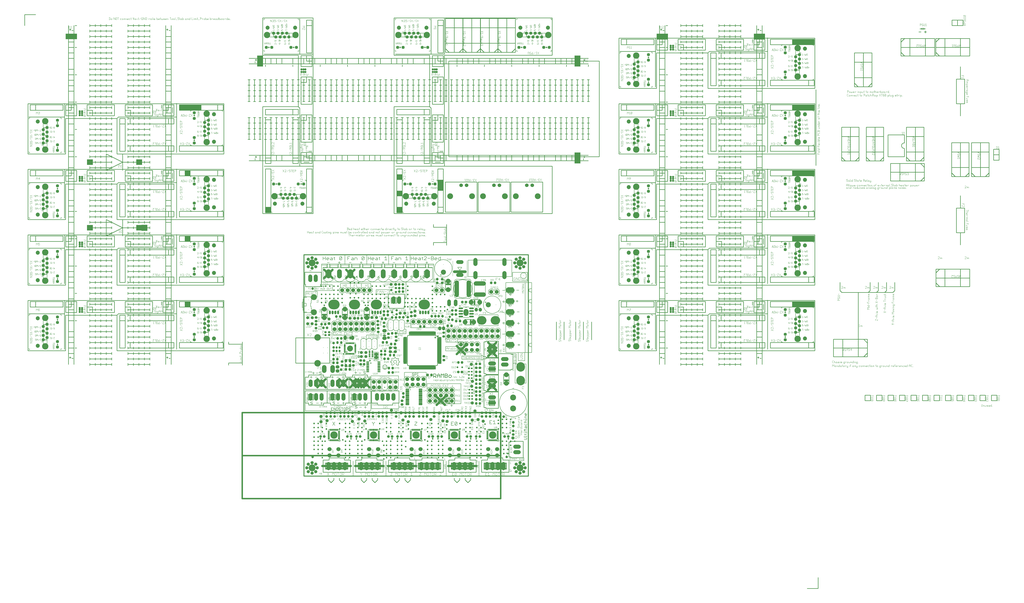
<source format=gbr>
G04 start of page 10 for group -4079 idx -4079 *
G04 Title: (unknown), topsilk *
G04 Creator: pcb 4.2.0 *
G04 CreationDate: Thu Sep 17 11:09:15 2020 UTC *
G04 For: commonadmin *
G04 Format: Gerber/RS-274X *
G04 PCB-Dimensions (mil): 18000.00 11000.00 *
G04 PCB-Coordinate-Origin: lower left *
%MOIN*%
%FSLAX25Y25*%
%LNTOPSILK*%
%ADD153C,0.1060*%
%ADD152C,0.0660*%
%ADD151C,0.0160*%
%ADD150C,0.0417*%
%ADD149C,0.0496*%
%ADD148C,0.0808*%
%ADD147C,0.0671*%
%ADD146C,0.0789*%
%ADD145C,0.0300*%
%ADD144C,0.0316*%
%ADD143C,0.1261*%
%ADD142C,0.0320*%
%ADD141C,0.0130*%
%ADD140C,0.0170*%
%ADD139C,0.0210*%
%ADD138C,0.0867*%
%ADD137C,0.0395*%
%ADD136C,0.1339*%
%ADD135C,0.0780*%
%ADD134C,0.0592*%
%ADD133C,0.0580*%
%ADD132C,0.0920*%
%ADD131C,0.0243*%
%ADD130C,0.0870*%
%ADD129C,0.1580*%
%ADD128C,0.1773*%
%ADD127C,0.0356*%
%ADD126C,0.1080*%
%ADD125C,0.0720*%
%ADD124C,0.0710*%
%ADD123C,0.0792*%
%ADD122C,0.0631*%
%ADD121C,0.0493*%
%ADD120C,0.0276*%
%ADD119C,0.0474*%
%ADD118C,0.0136*%
%ADD117C,0.0540*%
%ADD116C,0.0828*%
%ADD115C,0.1186*%
%ADD114C,0.0178*%
%ADD113C,0.0347*%
%ADD112C,0.0552*%
%ADD111C,0.0650*%
%ADD110C,0.0651*%
%ADD109C,0.0140*%
%ADD108C,0.0221*%
%ADD107C,0.0295*%
%ADD106C,0.0200*%
%ADD105C,0.0010*%
%ADD104C,0.0492*%
%ADD103C,0.0176*%
%ADD102C,0.0240*%
%ADD101C,0.0118*%
%ADD100C,0.0059*%
%ADD99C,0.0020*%
%ADD98C,0.0080*%
%ADD97C,0.0070*%
%ADD96C,0.0090*%
%ADD95C,0.0120*%
%ADD94C,0.0030*%
%ADD93C,0.0038*%
%ADD92C,0.0060*%
%ADD91C,0.0729*%
%ADD90C,0.1162*%
%ADD89C,0.0572*%
%ADD88C,0.0350*%
%ADD87C,0.0510*%
%ADD86C,0.0940*%
%ADD85C,0.0050*%
%ADD84C,0.0040*%
%ADD83C,0.0400*%
%ADD82C,0.0100*%
%ADD81C,0.0250*%
%ADD80C,0.0001*%
G54D80*G36*
X755000Y777500D02*Y787500D01*
X765500D01*
Y777500D01*
X755000D01*
G37*
G36*
X680000Y767500D02*Y777500D01*
X690500D01*
Y767500D01*
X680000D01*
G37*
G36*
Y737500D02*Y747500D01*
X690500D01*
Y737500D01*
X680000D01*
G37*
G36*
X755000Y787500D02*Y797500D01*
X765500D01*
Y787500D01*
X755000D01*
G37*
G36*
X680000Y797500D02*Y807500D01*
X690500D01*
Y797500D01*
X680000D01*
G37*
G36*
X292500Y805000D02*Y815000D01*
X303000D01*
Y805000D01*
X292500D01*
G37*
G36*
X114000Y825000D02*Y835000D01*
X124500D01*
Y825000D01*
X114000D01*
G37*
G36*
X204000D02*Y835000D01*
X214500D01*
Y825000D01*
X204000D01*
G37*
G36*
X114000Y705000D02*Y715000D01*
X124500D01*
Y705000D01*
X114000D01*
G37*
G36*
X204000D02*Y715000D01*
X214500D01*
Y705000D01*
X204000D01*
G37*
G36*
X213500D02*Y715000D01*
X224000D01*
Y705000D01*
X213500D01*
G37*
G36*
X282500Y935000D02*X323000D01*
Y925000D01*
X282500D01*
Y935000D01*
G37*
G36*
X292500Y685000D02*Y695000D01*
X303000D01*
Y685000D01*
X292500D01*
G37*
G36*
X440000Y737500D02*Y747500D01*
X450500D01*
Y737500D01*
X440000D01*
G37*
G36*
X292500Y565000D02*Y575000D01*
X303000D01*
Y565000D01*
X292500D01*
G37*
G36*
X425000Y1015000D02*Y1025000D01*
X435500D01*
Y1015000D01*
X425000D01*
G37*
G36*
X85000Y1055000D02*Y1065000D01*
X95500D01*
Y1055000D01*
X85000D01*
G37*
G36*
X75000D02*Y1065000D01*
X85500D01*
Y1055000D01*
X75000D01*
G37*
G36*
X425000Y1005000D02*Y1015000D01*
X435500D01*
Y1005000D01*
X425000D01*
G37*
G36*
X1155000Y1055000D02*Y1065000D01*
X1165500D01*
Y1055000D01*
X1155000D01*
G37*
G36*
X1165000D02*Y1065000D01*
X1175500D01*
Y1055000D01*
X1165000D01*
G37*
G36*
X1332500D02*Y1065000D01*
X1343000D01*
Y1055000D01*
X1332500D01*
G37*
G36*
X1342500D02*Y1065000D01*
X1353000D01*
Y1055000D01*
X1342500D01*
G37*
G36*
X1005000Y1015000D02*Y1025000D01*
X1015500D01*
Y1015000D01*
X1005000D01*
G37*
G36*
Y1005000D02*Y1015000D01*
X1015500D01*
Y1005000D01*
X1005000D01*
G37*
G36*
Y837500D02*Y847500D01*
X1015500D01*
Y837500D01*
X1005000D01*
G37*
G36*
Y827500D02*Y837500D01*
X1015500D01*
Y827500D01*
X1005000D01*
G37*
G36*
X1432500Y1045000D02*Y1055000D01*
X1443000D01*
Y1045000D01*
X1432500D01*
G37*
G36*
X1422500D02*Y1055000D01*
X1433000D01*
Y1045000D01*
X1422500D01*
G37*
G36*
X1412500D02*Y1055000D01*
X1423000D01*
Y1045000D01*
X1412500D01*
G37*
G36*
X1402500D02*Y1055000D01*
X1413000D01*
Y1045000D01*
X1402500D01*
G37*
G36*
X1432500Y805000D02*Y815000D01*
X1443000D01*
Y805000D01*
X1432500D01*
G37*
G36*
X1422500D02*Y815000D01*
X1433000D01*
Y805000D01*
X1422500D01*
G37*
G36*
X1412500D02*Y815000D01*
X1423000D01*
Y805000D01*
X1412500D01*
G37*
G36*
X1432500Y925000D02*Y935000D01*
X1443000D01*
Y925000D01*
X1432500D01*
G37*
G36*
X1422500D02*Y935000D01*
X1433000D01*
Y925000D01*
X1422500D01*
G37*
G36*
X1412500D02*Y935000D01*
X1423000D01*
Y925000D01*
X1412500D01*
G37*
G36*
X1402500Y805000D02*Y815000D01*
X1413000D01*
Y805000D01*
X1402500D01*
G37*
G36*
Y925000D02*Y935000D01*
X1413000D01*
Y925000D01*
X1402500D01*
G37*
G36*
X1432500Y685000D02*Y695000D01*
X1443000D01*
Y685000D01*
X1432500D01*
G37*
G36*
Y565000D02*Y575000D01*
X1443000D01*
Y565000D01*
X1432500D01*
G37*
G36*
X1422500Y685000D02*Y695000D01*
X1433000D01*
Y685000D01*
X1422500D01*
G37*
G36*
Y565000D02*Y575000D01*
X1433000D01*
Y565000D01*
X1422500D01*
G37*
G36*
X1412500D02*Y575000D01*
X1423000D01*
Y565000D01*
X1412500D01*
G37*
G36*
X1402500D02*Y575000D01*
X1413000D01*
Y565000D01*
X1402500D01*
G37*
G36*
X1412500Y685000D02*Y695000D01*
X1423000D01*
Y685000D01*
X1412500D01*
G37*
G36*
X1402500D02*Y695000D01*
X1413000D01*
Y685000D01*
X1402500D01*
G37*
G54D81*X397638Y214173D02*Y371654D01*
Y292913D01*
G54D82*X397500Y501000D02*Y458500D01*
Y462500D02*X372500D01*
Y458500D01*
X397500Y497000D02*X372500D01*
Y501000D01*
X0Y1100000D02*X20000D01*
X0D02*Y1080000D01*
X1523346Y490000D02*Y591654D01*
X1571654D02*X1575000Y595000D01*
Y610000D01*
X1586654Y591654D02*X1590000Y595000D01*
Y610000D01*
X1541654Y591654D02*X1545000Y595000D01*
Y610000D01*
X1556654Y591654D02*X1560000Y595000D01*
Y610000D01*
X1493346Y591654D02*X1586654D01*
X1493346D02*X1490000Y595000D01*
Y610000D01*
X1450000Y50000D02*Y70000D01*
Y50000D02*X1430000D01*
X1446000Y824000D02*Y962500D01*
X771000Y678000D02*Y716000D01*
Y683000D02*X747000D01*
Y678000D01*
X771000Y711000D02*X747000D01*
Y716000D01*
X775000Y1015000D02*Y840000D01*
X1050000D01*
Y1015000D02*X775000D01*
X1050000Y840000D02*Y1015000D01*
X1007000Y537500D02*Y505000D01*
X1021000Y537500D02*Y505000D01*
X985500Y537500D02*Y505000D01*
X971500Y537500D02*Y505000D01*
X1036000Y537500D02*Y505000D01*
G54D83*X789500Y493500D02*X804500Y478500D01*
Y493500D02*X789500Y478500D01*
X753000Y400500D02*X768000Y385500D01*
Y400500D02*X753000Y385500D01*
X847000Y500000D02*X862000Y485000D01*
Y500000D02*X847000Y485000D01*
Y490000D02*X862000Y475000D01*
Y490000D02*X847000Y475000D01*
X846500Y428000D02*X861500Y413000D01*
Y428000D02*X846500Y413000D01*
G54D81*X397638Y371654D02*X870079D01*
X397638Y292913D02*X870079D01*
G54D83*X544000Y274000D02*X596000D01*
X547500Y633000D02*X562500Y618000D01*
Y633000D02*X547500Y618000D01*
X587500Y633000D02*X602500Y618000D01*
Y633000D02*X587500Y618000D01*
X535000Y433000D02*X550000Y418000D01*
Y433000D02*X535000Y418000D01*
X575000Y433000D02*X590000Y418000D01*
Y433000D02*X575000Y418000D01*
X615000Y433000D02*X630000Y418000D01*
Y433000D02*X615000Y418000D01*
X605000Y433000D02*X620000Y418000D01*
Y433000D02*X605000Y418000D01*
X595000Y433000D02*X610000Y418000D01*
Y433000D02*X595000Y418000D01*
G54D81*X870079Y371654D02*Y214173D01*
Y292913D02*Y371654D01*
G54D82*X815000Y252000D02*Y248500D01*
X810000Y243500D01*
X805000Y248500D01*
Y252000D02*Y248500D01*
X795000Y252000D02*Y248500D01*
X790000Y243500D01*
G54D81*X870079Y214173D02*X397638D01*
G54D82*X645000Y252000D02*Y248500D01*
X640000Y243500D01*
X635000Y248500D01*
Y252000D02*Y248500D01*
X625000Y252000D02*Y248500D01*
X620000Y243500D01*
X615000Y248500D01*
G54D83*X604000Y274000D02*X655500D01*
X664000D02*X715500D01*
X774000D02*X825500D01*
G54D82*X705000Y252000D02*Y248500D01*
X700000Y243500D01*
X695000Y248500D01*
Y252000D02*Y248500D01*
X685000Y252000D02*Y248500D01*
X680000Y243500D01*
X675000Y248500D01*
Y252000D02*Y248500D01*
X790000Y243500D02*X785000Y248500D01*
Y252000D02*Y248500D01*
X615000Y252000D02*Y248500D01*
X585000Y252000D02*Y248500D01*
X580000Y243500D01*
X575000Y248500D01*
Y252000D02*Y248500D01*
X565000Y252000D02*Y248500D01*
X560000Y243500D01*
X555000Y248500D01*
Y252000D02*Y248500D01*
G54D84*X516500Y704000D02*Y700000D01*
X519000Y704000D02*Y700000D01*
X516500Y702000D02*X519000D01*
X520700Y700000D02*X522200D01*
X520200Y700500D02*X520700Y700000D01*
X520200Y701500D02*Y700500D01*
Y701500D02*X520700Y702000D01*
X521700D01*
X522200Y701500D01*
X520200Y701000D02*X522200D01*
Y701500D02*Y701000D01*
X524900Y702000D02*X525400Y701500D01*
X523900Y702000D02*X524900D01*
X523400Y701500D02*X523900Y702000D01*
X523400Y701500D02*Y700500D01*
X523900Y700000D01*
X525400Y702000D02*Y700500D01*
X525900Y700000D01*
X523900D02*X524900D01*
X525400Y700500D01*
X527600Y704000D02*Y700500D01*
X528100Y700000D01*
X527100Y702500D02*X528100D01*
X532400Y702000D02*X532900Y701500D01*
X531400Y702000D02*X532400D01*
X530900Y701500D02*X531400Y702000D01*
X530900Y701500D02*Y700500D01*
X531400Y700000D01*
X532900Y702000D02*Y700500D01*
X533400Y700000D01*
X531400D02*X532400D01*
X532900Y700500D01*
X535100Y701500D02*Y700000D01*
Y701500D02*X535600Y702000D01*
X536100D01*
X536600Y701500D01*
Y700000D01*
X534600Y702000D02*X535100Y701500D01*
X539800Y704000D02*Y700000D01*
X539300D02*X539800Y700500D01*
X538300Y700000D02*X539300D01*
X537800Y700500D02*X538300Y700000D01*
X537800Y701500D02*Y700500D01*
Y701500D02*X538300Y702000D01*
X539300D01*
X539800Y701500D01*
X543500Y700000D02*X544800D01*
X542800Y700700D02*X543500Y700000D01*
X542800Y703300D02*Y700700D01*
Y703300D02*X543500Y704000D01*
X544800D01*
X546000Y701500D02*Y700500D01*
Y701500D02*X546500Y702000D01*
X547500D01*
X548000Y701500D01*
Y700500D01*
X547500Y700000D02*X548000Y700500D01*
X546500Y700000D02*X547500D01*
X546000Y700500D02*X546500Y700000D01*
X549200Y701500D02*Y700500D01*
Y701500D02*X549700Y702000D01*
X550700D01*
X551200Y701500D01*
Y700500D01*
X550700Y700000D02*X551200Y700500D01*
X549700Y700000D02*X550700D01*
X549200Y700500D02*X549700Y700000D01*
X552400Y704000D02*Y700500D01*
X552900Y700000D01*
G54D85*X553900Y703000D02*Y702900D01*
G54D84*Y701500D02*Y700000D01*
X555400Y701500D02*Y700000D01*
Y701500D02*X555900Y702000D01*
X556400D01*
X556900Y701500D01*
Y700000D01*
X554900Y702000D02*X555400Y701500D01*
X559600Y702000D02*X560100Y701500D01*
X558600Y702000D02*X559600D01*
X558100Y701500D02*X558600Y702000D01*
X558100Y701500D02*Y700500D01*
X558600Y700000D01*
X559600D01*
X560100Y700500D01*
X558100Y699000D02*X558600Y698500D01*
X559600D01*
X560100Y699000D01*
Y702000D02*Y699000D01*
X563600Y701500D02*Y698500D01*
X563100Y702000D02*X563600Y701500D01*
X564100Y702000D01*
X565100D01*
X565600Y701500D01*
Y700500D01*
X565100Y700000D02*X565600Y700500D01*
X564100Y700000D02*X565100D01*
X563600Y700500D02*X564100Y700000D01*
G54D85*X566800Y703000D02*Y702900D01*
G54D84*Y701500D02*Y700000D01*
X568300Y701500D02*Y700000D01*
Y701500D02*X568800Y702000D01*
X569300D01*
X569800Y701500D01*
Y700000D01*
X567800Y702000D02*X568300Y701500D01*
X571500Y700000D02*X573000D01*
X573500Y700500D01*
X573000Y701000D02*X573500Y700500D01*
X571500Y701000D02*X573000D01*
X571000Y701500D02*X571500Y701000D01*
X571000Y701500D02*X571500Y702000D01*
X573000D01*
X573500Y701500D01*
X571000Y700500D02*X571500Y700000D01*
X577000Y701500D02*Y700000D01*
Y701500D02*X577500Y702000D01*
X578000D01*
X578500Y701500D01*
Y700000D01*
Y701500D02*X579000Y702000D01*
X579500D01*
X580000Y701500D01*
Y700000D01*
X576500Y702000D02*X577000Y701500D01*
X581200Y702000D02*Y700500D01*
X581700Y700000D01*
X582700D01*
X583200Y700500D01*
Y702000D02*Y700500D01*
X584900Y700000D02*X586400D01*
X586900Y700500D01*
X586400Y701000D02*X586900Y700500D01*
X584900Y701000D02*X586400D01*
X584400Y701500D02*X584900Y701000D01*
X584400Y701500D02*X584900Y702000D01*
X586400D01*
X586900Y701500D01*
X584400Y700500D02*X584900Y700000D01*
X588600Y704000D02*Y700500D01*
X589100Y700000D01*
X588100Y702500D02*X589100D01*
X591900Y704000D02*Y700000D01*
Y700500D02*X592400Y700000D01*
X593400D01*
X593900Y700500D01*
Y701500D02*Y700500D01*
X593400Y702000D02*X593900Y701500D01*
X592400Y702000D02*X593400D01*
X591900Y701500D02*X592400Y702000D01*
X595600Y700000D02*X597100D01*
X595100Y700500D02*X595600Y700000D01*
X595100Y701500D02*Y700500D01*
Y701500D02*X595600Y702000D01*
X596600D01*
X597100Y701500D01*
X595100Y701000D02*X597100D01*
Y701500D02*Y701000D01*
X600600Y702000D02*X602100D01*
X600100Y701500D02*X600600Y702000D01*
X600100Y701500D02*Y700500D01*
X600600Y700000D01*
X602100D01*
X603300Y701500D02*Y700500D01*
Y701500D02*X603800Y702000D01*
X604800D01*
X605300Y701500D01*
Y700500D01*
X604800Y700000D02*X605300Y700500D01*
X603800Y700000D02*X604800D01*
X603300Y700500D02*X603800Y700000D01*
X607000Y701500D02*Y700000D01*
Y701500D02*X607500Y702000D01*
X608000D01*
X608500Y701500D01*
Y700000D01*
X606500Y702000D02*X607000Y701500D01*
X610200Y704000D02*Y700500D01*
X610700Y700000D01*
X609700Y702500D02*X610700D01*
X612200Y701500D02*Y700000D01*
Y701500D02*X612700Y702000D01*
X613700D01*
X611700D02*X612200Y701500D01*
X614900D02*Y700500D01*
Y701500D02*X615400Y702000D01*
X616400D01*
X616900Y701500D01*
Y700500D01*
X616400Y700000D02*X616900Y700500D01*
X615400Y700000D02*X616400D01*
X614900Y700500D02*X615400Y700000D01*
X618100Y704000D02*Y700500D01*
X618600Y700000D01*
X619600Y704000D02*Y700500D01*
X620100Y700000D01*
X621600D02*X623100D01*
X621100Y700500D02*X621600Y700000D01*
X621100Y701500D02*Y700500D01*
Y701500D02*X621600Y702000D01*
X622600D01*
X623100Y701500D01*
X621100Y701000D02*X623100D01*
Y701500D02*Y701000D01*
X626300Y704000D02*Y700000D01*
X625800D02*X626300Y700500D01*
X624800Y700000D02*X625800D01*
X624300Y700500D02*X624800Y700000D01*
X624300Y701500D02*Y700500D01*
Y701500D02*X624800Y702000D01*
X625800D01*
X626300Y701500D01*
X630800Y702000D02*X631300Y701500D01*
X629800Y702000D02*X630800D01*
X629300Y701500D02*X629800Y702000D01*
X629300Y701500D02*Y700500D01*
X629800Y700000D01*
X631300Y702000D02*Y700500D01*
X631800Y700000D01*
X629800D02*X630800D01*
X631300Y700500D01*
X633500Y701500D02*Y700000D01*
Y701500D02*X634000Y702000D01*
X634500D01*
X635000Y701500D01*
Y700000D01*
X633000Y702000D02*X633500Y701500D01*
X638200Y704000D02*Y700000D01*
X637700D02*X638200Y700500D01*
X636700Y700000D02*X637700D01*
X636200Y700500D02*X636700Y700000D01*
X636200Y701500D02*Y700500D01*
Y701500D02*X636700Y702000D01*
X637700D01*
X638200Y701500D01*
X641700D02*Y700000D01*
Y701500D02*X642200Y702000D01*
X642700D01*
X643200Y701500D01*
Y700000D01*
X641200Y702000D02*X641700Y701500D01*
X644400D02*Y700500D01*
Y701500D02*X644900Y702000D01*
X645900D01*
X646400Y701500D01*
Y700500D01*
X645900Y700000D02*X646400Y700500D01*
X644900Y700000D02*X645900D01*
X644400Y700500D02*X644900Y700000D01*
X648100Y704000D02*Y700500D01*
X648600Y700000D01*
X647600Y702500D02*X648600D01*
X651900Y701500D02*Y698500D01*
X651400Y702000D02*X651900Y701500D01*
X652400Y702000D01*
X653400D01*
X653900Y701500D01*
Y700500D01*
X653400Y700000D02*X653900Y700500D01*
X652400Y700000D02*X653400D01*
X651900Y700500D02*X652400Y700000D01*
X655100Y701500D02*Y700500D01*
Y701500D02*X655600Y702000D01*
X656600D01*
X657100Y701500D01*
Y700500D01*
X656600Y700000D02*X657100Y700500D01*
X655600Y700000D02*X656600D01*
X655100Y700500D02*X655600Y700000D01*
X658300Y702000D02*Y700500D01*
X658800Y700000D01*
X659300D01*
X659800Y700500D01*
Y702000D02*Y700500D01*
X660300Y700000D01*
X660800D01*
X661300Y700500D01*
Y702000D02*Y700500D01*
X663000Y700000D02*X664500D01*
X662500Y700500D02*X663000Y700000D01*
X662500Y701500D02*Y700500D01*
Y701500D02*X663000Y702000D01*
X664000D01*
X664500Y701500D01*
X662500Y701000D02*X664500D01*
Y701500D02*Y701000D01*
X666200Y701500D02*Y700000D01*
Y701500D02*X666700Y702000D01*
X667700D01*
X665700D02*X666200Y701500D01*
X670700D02*Y700500D01*
Y701500D02*X671200Y702000D01*
X672200D01*
X672700Y701500D01*
Y700500D01*
X672200Y700000D02*X672700Y700500D01*
X671200Y700000D02*X672200D01*
X670700Y700500D02*X671200Y700000D01*
X674400Y701500D02*Y700000D01*
Y701500D02*X674900Y702000D01*
X675900D01*
X673900D02*X674400Y701500D01*
X680400Y702000D02*X680900Y701500D01*
X679400Y702000D02*X680400D01*
X678900Y701500D02*X679400Y702000D01*
X678900Y701500D02*Y700500D01*
X679400Y700000D01*
X680400D01*
X680900Y700500D01*
X678900Y699000D02*X679400Y698500D01*
X680400D01*
X680900Y699000D01*
Y702000D02*Y699000D01*
X682600Y701500D02*Y700000D01*
Y701500D02*X683100Y702000D01*
X684100D01*
X682100D02*X682600Y701500D01*
X685300D02*Y700500D01*
Y701500D02*X685800Y702000D01*
X686800D01*
X687300Y701500D01*
Y700500D01*
X686800Y700000D02*X687300Y700500D01*
X685800Y700000D02*X686800D01*
X685300Y700500D02*X685800Y700000D01*
X688500Y702000D02*Y700500D01*
X689000Y700000D01*
X690000D01*
X690500Y700500D01*
Y702000D02*Y700500D01*
X692200Y701500D02*Y700000D01*
Y701500D02*X692700Y702000D01*
X693200D01*
X693700Y701500D01*
Y700000D01*
X691700Y702000D02*X692200Y701500D01*
X696900Y704000D02*Y700000D01*
X696400D02*X696900Y700500D01*
X695400Y700000D02*X696400D01*
X694900Y700500D02*X695400Y700000D01*
X694900Y701500D02*Y700500D01*
Y701500D02*X695400Y702000D01*
X696400D01*
X696900Y701500D01*
X700400Y702000D02*X701900D01*
X699900Y701500D02*X700400Y702000D01*
X699900Y701500D02*Y700500D01*
X700400Y700000D01*
X701900D01*
X703100Y701500D02*Y700500D01*
Y701500D02*X703600Y702000D01*
X704600D01*
X705100Y701500D01*
Y700500D01*
X704600Y700000D02*X705100Y700500D01*
X703600Y700000D02*X704600D01*
X703100Y700500D02*X703600Y700000D01*
X706800Y701500D02*Y700000D01*
Y701500D02*X707300Y702000D01*
X707800D01*
X708300Y701500D01*
Y700000D01*
X706300Y702000D02*X706800Y701500D01*
X710000D02*Y700000D01*
Y701500D02*X710500Y702000D01*
X711000D01*
X711500Y701500D01*
Y700000D01*
X709500Y702000D02*X710000Y701500D01*
X713200Y700000D02*X714700D01*
X712700Y700500D02*X713200Y700000D01*
X712700Y701500D02*Y700500D01*
Y701500D02*X713200Y702000D01*
X714200D01*
X714700Y701500D01*
X712700Y701000D02*X714700D01*
Y701500D02*Y701000D01*
X716400Y702000D02*X717900D01*
X715900Y701500D02*X716400Y702000D01*
X715900Y701500D02*Y700500D01*
X716400Y700000D01*
X717900D01*
X719600Y704000D02*Y700500D01*
X720100Y700000D01*
X719100Y702500D02*X720100D01*
G54D85*X721100Y703000D02*Y702900D01*
G54D84*Y701500D02*Y700000D01*
X722100Y701500D02*Y700500D01*
Y701500D02*X722600Y702000D01*
X723600D01*
X724100Y701500D01*
Y700500D01*
X723600Y700000D02*X724100Y700500D01*
X722600Y700000D02*X723600D01*
X722100Y700500D02*X722600Y700000D01*
X725800Y701500D02*Y700000D01*
Y701500D02*X726300Y702000D01*
X726800D01*
X727300Y701500D01*
Y700000D01*
X725300Y702000D02*X725800Y701500D01*
X729000Y700000D02*X730500D01*
X731000Y700500D01*
X730500Y701000D02*X731000Y700500D01*
X729000Y701000D02*X730500D01*
X728500Y701500D02*X729000Y701000D01*
X728500Y701500D02*X729000Y702000D01*
X730500D01*
X731000Y701500D01*
X728500Y700500D02*X729000Y700000D01*
X732200D02*X732700D01*
X592000Y698500D02*X594000D01*
X593000D02*Y694500D01*
X595200Y698500D02*Y694500D01*
Y696000D02*X595700Y696500D01*
X596700D01*
X597200Y696000D01*
Y694500D01*
X598900D02*X600400D01*
X598400Y695000D02*X598900Y694500D01*
X598400Y696000D02*Y695000D01*
Y696000D02*X598900Y696500D01*
X599900D01*
X600400Y696000D01*
X598400Y695500D02*X600400D01*
Y696000D02*Y695500D01*
X602100Y696000D02*Y694500D01*
Y696000D02*X602600Y696500D01*
X603600D01*
X601600D02*X602100Y696000D01*
X605300D02*Y694500D01*
Y696000D02*X605800Y696500D01*
X606300D01*
X606800Y696000D01*
Y694500D01*
Y696000D02*X607300Y696500D01*
X607800D01*
X608300Y696000D01*
Y694500D01*
X604800Y696500D02*X605300Y696000D01*
G54D85*X609500Y697500D02*Y697400D01*
G54D84*Y696000D02*Y694500D01*
X611000D02*X612500D01*
X613000Y695000D01*
X612500Y695500D02*X613000Y695000D01*
X611000Y695500D02*X612500D01*
X610500Y696000D02*X611000Y695500D01*
X610500Y696000D02*X611000Y696500D01*
X612500D01*
X613000Y696000D01*
X610500Y695000D02*X611000Y694500D01*
X614700Y698500D02*Y695000D01*
X615200Y694500D01*
X614200Y697000D02*X615200D01*
X616200Y696000D02*Y695000D01*
Y696000D02*X616700Y696500D01*
X617700D01*
X618200Y696000D01*
Y695000D01*
X617700Y694500D02*X618200Y695000D01*
X616700Y694500D02*X617700D01*
X616200Y695000D02*X616700Y694500D01*
X619900Y696000D02*Y694500D01*
Y696000D02*X620400Y696500D01*
X621400D01*
X619400D02*X619900Y696000D01*
X624400Y696500D02*Y695000D01*
X624900Y694500D01*
X625400D01*
X625900Y695000D01*
Y696500D02*Y695000D01*
X626400Y694500D01*
X626900D01*
X627400Y695000D01*
Y696500D02*Y695000D01*
G54D85*X628600Y697500D02*Y697400D01*
G54D84*Y696000D02*Y694500D01*
X630100Y696000D02*Y694500D01*
Y696000D02*X630600Y696500D01*
X631600D01*
X629600D02*X630100Y696000D01*
X633300Y694500D02*X634800D01*
X632800Y695000D02*X633300Y694500D01*
X632800Y696000D02*Y695000D01*
Y696000D02*X633300Y696500D01*
X634300D01*
X634800Y696000D01*
X632800Y695500D02*X634800D01*
Y696000D02*Y695500D01*
X636500Y694500D02*X638000D01*
X638500Y695000D01*
X638000Y695500D02*X638500Y695000D01*
X636500Y695500D02*X638000D01*
X636000Y696000D02*X636500Y695500D01*
X636000Y696000D02*X636500Y696500D01*
X638000D01*
X638500Y696000D01*
X636000Y695000D02*X636500Y694500D01*
X642000Y696000D02*Y694500D01*
Y696000D02*X642500Y696500D01*
X643000D01*
X643500Y696000D01*
Y694500D01*
Y696000D02*X644000Y696500D01*
X644500D01*
X645000Y696000D01*
Y694500D01*
X641500Y696500D02*X642000Y696000D01*
X646200Y696500D02*Y695000D01*
X646700Y694500D01*
X647700D01*
X648200Y695000D01*
Y696500D02*Y695000D01*
X649900Y694500D02*X651400D01*
X651900Y695000D01*
X651400Y695500D02*X651900Y695000D01*
X649900Y695500D02*X651400D01*
X649400Y696000D02*X649900Y695500D01*
X649400Y696000D02*X649900Y696500D01*
X651400D01*
X651900Y696000D01*
X649400Y695000D02*X649900Y694500D01*
X653600Y698500D02*Y695000D01*
X654100Y694500D01*
X653100Y697000D02*X654100D01*
X657400Y696500D02*X658900D01*
X656900Y696000D02*X657400Y696500D01*
X656900Y696000D02*Y695000D01*
X657400Y694500D01*
X658900D01*
X660100Y696000D02*Y695000D01*
Y696000D02*X660600Y696500D01*
X661600D01*
X662100Y696000D01*
Y695000D01*
X661600Y694500D02*X662100Y695000D01*
X660600Y694500D02*X661600D01*
X660100Y695000D02*X660600Y694500D01*
X663800Y696000D02*Y694500D01*
Y696000D02*X664300Y696500D01*
X664800D01*
X665300Y696000D01*
Y694500D01*
X663300Y696500D02*X663800Y696000D01*
X667000D02*Y694500D01*
Y696000D02*X667500Y696500D01*
X668000D01*
X668500Y696000D01*
Y694500D01*
X666500Y696500D02*X667000Y696000D01*
X670200Y694500D02*X671700D01*
X669700Y695000D02*X670200Y694500D01*
X669700Y696000D02*Y695000D01*
Y696000D02*X670200Y696500D01*
X671200D01*
X671700Y696000D01*
X669700Y695500D02*X671700D01*
Y696000D02*Y695500D01*
X673400Y696500D02*X674900D01*
X672900Y696000D02*X673400Y696500D01*
X672900Y696000D02*Y695000D01*
X673400Y694500D01*
X674900D01*
X676600Y698500D02*Y695000D01*
X677100Y694500D01*
X676100Y697000D02*X677100D01*
X680400Y698500D02*Y695000D01*
X680900Y694500D01*
X679900Y697000D02*X680900D01*
X681900Y696000D02*Y695000D01*
Y696000D02*X682400Y696500D01*
X683400D01*
X683900Y696000D01*
Y695000D01*
X683400Y694500D02*X683900Y695000D01*
X682400Y694500D02*X683400D01*
X681900Y695000D02*X682400Y694500D01*
X686900Y696500D02*Y695000D01*
X687400Y694500D01*
X688400D01*
X688900Y695000D01*
Y696500D02*Y695000D01*
X690600Y696000D02*Y694500D01*
Y696000D02*X691100Y696500D01*
X691600D01*
X692100Y696000D01*
Y694500D01*
X690100Y696500D02*X690600Y696000D01*
X694800Y696500D02*X695300Y696000D01*
X693800Y696500D02*X694800D01*
X693300Y696000D02*X693800Y696500D01*
X693300Y696000D02*Y695000D01*
X693800Y694500D01*
X694800D01*
X695300Y695000D01*
X693300Y693500D02*X693800Y693000D01*
X694800D01*
X695300Y693500D01*
Y696500D02*Y693500D01*
X697000Y696000D02*Y694500D01*
Y696000D02*X697500Y696500D01*
X698500D01*
X696500D02*X697000Y696000D01*
X699700D02*Y695000D01*
Y696000D02*X700200Y696500D01*
X701200D01*
X701700Y696000D01*
Y695000D01*
X701200Y694500D02*X701700Y695000D01*
X700200Y694500D02*X701200D01*
X699700Y695000D02*X700200Y694500D01*
X702900Y696500D02*Y695000D01*
X703400Y694500D01*
X704400D01*
X704900Y695000D01*
Y696500D02*Y695000D01*
X706600Y696000D02*Y694500D01*
Y696000D02*X707100Y696500D01*
X707600D01*
X708100Y696000D01*
Y694500D01*
X706100Y696500D02*X706600Y696000D01*
X711300Y698500D02*Y694500D01*
X710800D02*X711300Y695000D01*
X709800Y694500D02*X710800D01*
X709300Y695000D02*X709800Y694500D01*
X709300Y696000D02*Y695000D01*
Y696000D02*X709800Y696500D01*
X710800D01*
X711300Y696000D01*
X713000Y694500D02*X714500D01*
X712500Y695000D02*X713000Y694500D01*
X712500Y696000D02*Y695000D01*
Y696000D02*X713000Y696500D01*
X714000D01*
X714500Y696000D01*
X712500Y695500D02*X714500D01*
Y696000D02*Y695500D01*
X717700Y698500D02*Y694500D01*
X717200D02*X717700Y695000D01*
X716200Y694500D02*X717200D01*
X715700Y695000D02*X716200Y694500D01*
X715700Y696000D02*Y695000D01*
Y696000D02*X716200Y696500D01*
X717200D01*
X717700Y696000D01*
X721200D02*Y693000D01*
X720700Y696500D02*X721200Y696000D01*
X721700Y696500D01*
X722700D01*
X723200Y696000D01*
Y695000D01*
X722700Y694500D02*X723200Y695000D01*
X721700Y694500D02*X722700D01*
X721200Y695000D02*X721700Y694500D01*
G54D85*X724400Y697500D02*Y697400D01*
G54D84*Y696000D02*Y694500D01*
X725900Y696000D02*Y694500D01*
Y696000D02*X726400Y696500D01*
X726900D01*
X727400Y696000D01*
Y694500D01*
X725400Y696500D02*X725900Y696000D01*
X729100Y694500D02*X730600D01*
X731100Y695000D01*
X730600Y695500D02*X731100Y695000D01*
X729100Y695500D02*X730600D01*
X728600Y696000D02*X729100Y695500D01*
X728600Y696000D02*X729100Y696500D01*
X730600D01*
X731100Y696000D01*
X728600Y695000D02*X729100Y694500D01*
X732300D02*X732800D01*
X589000Y706000D02*X591000D01*
X591500Y706500D01*
Y707700D02*Y706500D01*
X591000Y708200D02*X591500Y707700D01*
X589500Y708200D02*X591000D01*
X589500Y710000D02*Y706000D01*
X589000Y710000D02*X591000D01*
X591500Y709500D01*
Y708700D01*
X591000Y708200D02*X591500Y708700D01*
X593200Y706000D02*X594700D01*
X592700Y706500D02*X593200Y706000D01*
X592700Y707500D02*Y706500D01*
Y707500D02*X593200Y708000D01*
X594200D01*
X594700Y707500D01*
X592700Y707000D02*X594700D01*
Y707500D02*Y707000D01*
X597900Y710000D02*Y706000D01*
X597400D02*X597900Y706500D01*
X596400Y706000D02*X597400D01*
X595900Y706500D02*X596400Y706000D01*
X595900Y707500D02*Y706500D01*
Y707500D02*X596400Y708000D01*
X597400D01*
X597900Y707500D01*
X600900Y710000D02*Y706000D01*
Y707500D02*X601400Y708000D01*
X602400D01*
X602900Y707500D01*
Y706000D01*
X604600D02*X606100D01*
X604100Y706500D02*X604600Y706000D01*
X604100Y707500D02*Y706500D01*
Y707500D02*X604600Y708000D01*
X605600D01*
X606100Y707500D01*
X604100Y707000D02*X606100D01*
Y707500D02*Y707000D01*
X608800Y708000D02*X609300Y707500D01*
X607800Y708000D02*X608800D01*
X607300Y707500D02*X607800Y708000D01*
X607300Y707500D02*Y706500D01*
X607800Y706000D01*
X609300Y708000D02*Y706500D01*
X609800Y706000D01*
X607800D02*X608800D01*
X609300Y706500D01*
X611500Y710000D02*Y706500D01*
X612000Y706000D01*
X611000Y708500D02*X612000D01*
X615300Y706000D02*X616800D01*
X614800Y706500D02*X615300Y706000D01*
X614800Y707500D02*Y706500D01*
Y707500D02*X615300Y708000D01*
X616300D01*
X616800Y707500D01*
X614800Y707000D02*X616800D01*
Y707500D02*Y707000D01*
G54D85*X618000Y709000D02*Y708900D01*
G54D84*Y707500D02*Y706000D01*
X619500Y710000D02*Y706500D01*
X620000Y706000D01*
X619000Y708500D02*X620000D01*
X621000Y710000D02*Y706000D01*
Y707500D02*X621500Y708000D01*
X622500D01*
X623000Y707500D01*
Y706000D01*
X624700D02*X626200D01*
X624200Y706500D02*X624700Y706000D01*
X624200Y707500D02*Y706500D01*
Y707500D02*X624700Y708000D01*
X625700D01*
X626200Y707500D01*
X624200Y707000D02*X626200D01*
Y707500D02*Y707000D01*
X627900Y707500D02*Y706000D01*
Y707500D02*X628400Y708000D01*
X629400D01*
X627400D02*X627900Y707500D01*
X632900Y708000D02*X634400D01*
X632400Y707500D02*X632900Y708000D01*
X632400Y707500D02*Y706500D01*
X632900Y706000D01*
X634400D01*
X635600Y707500D02*Y706500D01*
Y707500D02*X636100Y708000D01*
X637100D01*
X637600Y707500D01*
Y706500D01*
X637100Y706000D02*X637600Y706500D01*
X636100Y706000D02*X637100D01*
X635600Y706500D02*X636100Y706000D01*
X639300Y707500D02*Y706000D01*
Y707500D02*X639800Y708000D01*
X640300D01*
X640800Y707500D01*
Y706000D01*
X638800Y708000D02*X639300Y707500D01*
X642500D02*Y706000D01*
Y707500D02*X643000Y708000D01*
X643500D01*
X644000Y707500D01*
Y706000D01*
X642000Y708000D02*X642500Y707500D01*
X645700Y706000D02*X647200D01*
X645200Y706500D02*X645700Y706000D01*
X645200Y707500D02*Y706500D01*
Y707500D02*X645700Y708000D01*
X646700D01*
X647200Y707500D01*
X645200Y707000D02*X647200D01*
Y707500D02*Y707000D01*
X648900Y708000D02*X650400D01*
X648400Y707500D02*X648900Y708000D01*
X648400Y707500D02*Y706500D01*
X648900Y706000D01*
X650400D01*
X652100Y710000D02*Y706500D01*
X652600Y706000D01*
X651600Y708500D02*X652600D01*
X654100Y706000D02*X655600D01*
X656100Y706500D01*
X655600Y707000D02*X656100Y706500D01*
X654100Y707000D02*X655600D01*
X653600Y707500D02*X654100Y707000D01*
X653600Y707500D02*X654100Y708000D01*
X655600D01*
X656100Y707500D01*
X653600Y706500D02*X654100Y706000D01*
X661100Y710000D02*Y706000D01*
X660600D02*X661100Y706500D01*
X659600Y706000D02*X660600D01*
X659100Y706500D02*X659600Y706000D01*
X659100Y707500D02*Y706500D01*
Y707500D02*X659600Y708000D01*
X660600D01*
X661100Y707500D01*
G54D85*X662300Y709000D02*Y708900D01*
G54D84*Y707500D02*Y706000D01*
X663800Y707500D02*Y706000D01*
Y707500D02*X664300Y708000D01*
X665300D01*
X663300D02*X663800Y707500D01*
X667000Y706000D02*X668500D01*
X666500Y706500D02*X667000Y706000D01*
X666500Y707500D02*Y706500D01*
Y707500D02*X667000Y708000D01*
X668000D01*
X668500Y707500D01*
X666500Y707000D02*X668500D01*
Y707500D02*Y707000D01*
X670200Y708000D02*X671700D01*
X669700Y707500D02*X670200Y708000D01*
X669700Y707500D02*Y706500D01*
X670200Y706000D01*
X671700D01*
X673400Y710000D02*Y706500D01*
X673900Y706000D01*
X672900Y708500D02*X673900D01*
X674900Y710000D02*Y706500D01*
X675400Y706000D01*
X676400Y708000D02*Y706500D01*
X676900Y706000D01*
X678400Y708000D02*Y705000D01*
X677900Y704500D02*X678400Y705000D01*
X676900Y704500D02*X677900D01*
X676400Y705000D02*X676900Y704500D01*
Y706000D02*X677900D01*
X678400Y706500D01*
X681900Y710000D02*Y706500D01*
X682400Y706000D01*
X681400Y708500D02*X682400D01*
X683400Y707500D02*Y706500D01*
Y707500D02*X683900Y708000D01*
X684900D01*
X685400Y707500D01*
Y706500D01*
X684900Y706000D02*X685400Y706500D01*
X683900Y706000D02*X684900D01*
X683400Y706500D02*X683900Y706000D01*
X690400Y710000D02*X690900Y709500D01*
X688900Y710000D02*X690400D01*
X688400Y709500D02*X688900Y710000D01*
X688400Y709500D02*Y708500D01*
X688900Y708000D01*
X690400D01*
X690900Y707500D01*
Y706500D01*
X690400Y706000D02*X690900Y706500D01*
X688900Y706000D02*X690400D01*
X688400Y706500D02*X688900Y706000D01*
X692100Y710000D02*Y706500D01*
X692600Y706000D01*
X695100Y708000D02*X695600Y707500D01*
X694100Y708000D02*X695100D01*
X693600Y707500D02*X694100Y708000D01*
X693600Y707500D02*Y706500D01*
X694100Y706000D01*
X695600Y708000D02*Y706500D01*
X696100Y706000D01*
X694100D02*X695100D01*
X695600Y706500D01*
X697300Y710000D02*Y706000D01*
Y706500D02*X697800Y706000D01*
X698800D01*
X699300Y706500D01*
Y707500D02*Y706500D01*
X698800Y708000D02*X699300Y707500D01*
X697800Y708000D02*X698800D01*
X697300Y707500D02*X697800Y708000D01*
X702300Y707500D02*Y706500D01*
Y707500D02*X702800Y708000D01*
X703800D01*
X704300Y707500D01*
Y706500D01*
X703800Y706000D02*X704300Y706500D01*
X702800Y706000D02*X703800D01*
X702300Y706500D02*X702800Y706000D01*
X706000Y707500D02*Y706000D01*
Y707500D02*X706500Y708000D01*
X707500D01*
X705500D02*X706000Y707500D01*
X711000Y710000D02*Y706500D01*
X711500Y706000D01*
X710500Y708500D02*X711500D01*
X712500Y707500D02*Y706500D01*
Y707500D02*X713000Y708000D01*
X714000D01*
X714500Y707500D01*
Y706500D01*
X714000Y706000D02*X714500Y706500D01*
X713000Y706000D02*X714000D01*
X712500Y706500D02*X713000Y706000D01*
X718000Y707500D02*Y706000D01*
Y707500D02*X718500Y708000D01*
X719500D01*
X717500D02*X718000Y707500D01*
X721200Y706000D02*X722700D01*
X720700Y706500D02*X721200Y706000D01*
X720700Y707500D02*Y706500D01*
Y707500D02*X721200Y708000D01*
X722200D01*
X722700Y707500D01*
X720700Y707000D02*X722700D01*
Y707500D02*Y707000D01*
X723900Y710000D02*Y706500D01*
X724400Y706000D01*
X726900Y708000D02*X727400Y707500D01*
X725900Y708000D02*X726900D01*
X725400Y707500D02*X725900Y708000D01*
X725400Y707500D02*Y706500D01*
X725900Y706000D01*
X727400Y708000D02*Y706500D01*
X727900Y706000D01*
X725900D02*X726900D01*
X727400Y706500D01*
X729100Y708000D02*Y706500D01*
X729600Y706000D01*
X731100Y708000D02*Y705000D01*
X730600Y704500D02*X731100Y705000D01*
X729600Y704500D02*X730600D01*
X729100Y705000D02*X729600Y704500D01*
Y706000D02*X730600D01*
X731100Y706500D01*
X732300Y706000D02*X732800D01*
X766000Y686000D02*Y684000D01*
Y685000D02*X770000D01*
X768500Y687200D02*X769500D01*
X768500D02*X768000Y687700D01*
Y688700D02*Y687700D01*
Y688700D02*X768500Y689200D01*
X769500D01*
X770000Y688700D02*X769500Y689200D01*
X770000Y688700D02*Y687700D01*
X769500Y687200D02*X770000Y687700D01*
X768500Y690400D02*X769500D01*
X768500D02*X768000Y690900D01*
Y691900D02*Y690900D01*
Y691900D02*X768500Y692400D01*
X769500D01*
X770000Y691900D02*X769500Y692400D01*
X770000Y691900D02*Y690900D01*
X769500Y690400D02*X770000Y690900D01*
X766000Y693600D02*X769500D01*
X770000Y694100D01*
Y697100D02*Y695100D01*
X766000Y700300D02*X766500Y700800D01*
X766000Y700300D02*Y698800D01*
X766500Y698300D02*X766000Y698800D01*
X766500Y698300D02*X767500D01*
X768000Y698800D01*
Y700300D02*Y698800D01*
Y700300D02*X768500Y700800D01*
X769500D01*
X770000Y700300D02*X769500Y700800D01*
X770000Y700300D02*Y698800D01*
X769500Y698300D02*X770000Y698800D01*
X766000Y702000D02*X769500D01*
X770000Y702500D01*
X768000Y705000D02*X768500Y705500D01*
X768000Y705000D02*Y704000D01*
X768500Y703500D02*X768000Y704000D01*
X768500Y703500D02*X769500D01*
X770000Y704000D01*
X768000Y705500D02*X769500D01*
X770000Y706000D01*
Y705000D02*Y704000D01*
Y705000D02*X769500Y705500D01*
X766000Y707200D02*X770000D01*
X769500D02*X770000Y707700D01*
Y708700D02*Y707700D01*
Y708700D02*X769500Y709200D01*
X768500D02*X769500D01*
X768000Y708700D02*X768500Y709200D01*
X768000Y708700D02*Y707700D01*
X768500Y707200D02*X768000Y707700D01*
X154500Y1094500D02*Y1090500D01*
X155800Y1094500D02*X156500Y1093800D01*
Y1091200D01*
X155800Y1090500D02*X156500Y1091200D01*
X154000Y1090500D02*X155800D01*
X154000Y1094500D02*X155800D01*
X157700Y1092000D02*Y1091000D01*
Y1092000D02*X158200Y1092500D01*
X159200D01*
X159700Y1092000D01*
Y1091000D01*
X159200Y1090500D02*X159700Y1091000D01*
X158200Y1090500D02*X159200D01*
X157700Y1091000D02*X158200Y1090500D01*
X162700Y1094500D02*Y1090500D01*
Y1094500D02*X165200Y1090500D01*
Y1094500D02*Y1090500D01*
X166400Y1094000D02*Y1091000D01*
Y1094000D02*X166900Y1094500D01*
X167900D01*
X168400Y1094000D01*
Y1091000D01*
X167900Y1090500D02*X168400Y1091000D01*
X166900Y1090500D02*X167900D01*
X166400Y1091000D02*X166900Y1090500D01*
X169600Y1094500D02*X171600D01*
X170600D02*Y1090500D01*
X175100Y1092500D02*X176600D01*
X174600Y1092000D02*X175100Y1092500D01*
X174600Y1092000D02*Y1091000D01*
X175100Y1090500D01*
X176600D01*
X177800Y1092000D02*Y1091000D01*
Y1092000D02*X178300Y1092500D01*
X179300D01*
X179800Y1092000D01*
Y1091000D01*
X179300Y1090500D02*X179800Y1091000D01*
X178300Y1090500D02*X179300D01*
X177800Y1091000D02*X178300Y1090500D01*
X181500Y1092000D02*Y1090500D01*
Y1092000D02*X182000Y1092500D01*
X182500D01*
X183000Y1092000D01*
Y1090500D01*
X181000Y1092500D02*X181500Y1092000D01*
X184700D02*Y1090500D01*
Y1092000D02*X185200Y1092500D01*
X185700D01*
X186200Y1092000D01*
Y1090500D01*
X184200Y1092500D02*X184700Y1092000D01*
X187900Y1090500D02*X189400D01*
X187400Y1091000D02*X187900Y1090500D01*
X187400Y1092000D02*Y1091000D01*
Y1092000D02*X187900Y1092500D01*
X188900D01*
X189400Y1092000D01*
X187400Y1091500D02*X189400D01*
Y1092000D02*Y1091500D01*
X191100Y1092500D02*X192600D01*
X190600Y1092000D02*X191100Y1092500D01*
X190600Y1092000D02*Y1091000D01*
X191100Y1090500D01*
X192600D01*
X194300Y1094500D02*Y1091000D01*
X194800Y1090500D01*
X193800Y1093000D02*X194800D01*
X197600Y1094500D02*X198600Y1090500D01*
X199600Y1094500D01*
X201300Y1090500D02*X202800D01*
X200800Y1091000D02*X201300Y1090500D01*
X200800Y1092000D02*Y1091000D01*
Y1092000D02*X201300Y1092500D01*
X202300D01*
X202800Y1092000D01*
X200800Y1091500D02*X202800D01*
Y1092000D02*Y1091500D01*
X204000Y1092500D02*X206000Y1090500D01*
X204000D02*X206000Y1092500D01*
X207700Y1094500D02*Y1091000D01*
X208200Y1090500D01*
X207200Y1093000D02*X208200D01*
X209200Y1091000D02*X212200Y1094000D01*
X215400Y1094500D02*X215900Y1094000D01*
X213900Y1094500D02*X215400D01*
X213400Y1094000D02*X213900Y1094500D01*
X213400Y1094000D02*Y1091000D01*
X213900Y1090500D01*
X215400D01*
X215900Y1091000D01*
Y1092000D02*Y1091000D01*
X215400Y1092500D02*X215900Y1092000D01*
X214400Y1092500D02*X215400D01*
X217100Y1094500D02*Y1090500D01*
Y1094500D02*X219600Y1090500D01*
Y1094500D02*Y1090500D01*
X221300Y1094500D02*Y1090500D01*
X222600Y1094500D02*X223300Y1093800D01*
Y1091200D01*
X222600Y1090500D02*X223300Y1091200D01*
X220800Y1090500D02*X222600D01*
X220800Y1094500D02*X222600D01*
X226800Y1092000D02*Y1090500D01*
Y1092000D02*X227300Y1092500D01*
X228300D01*
X226300D02*X226800Y1092000D01*
X231000Y1092500D02*X231500Y1092000D01*
X230000Y1092500D02*X231000D01*
X229500Y1092000D02*X230000Y1092500D01*
X229500Y1092000D02*Y1091000D01*
X230000Y1090500D01*
X231500Y1092500D02*Y1091000D01*
X232000Y1090500D01*
X230000D02*X231000D01*
X231500Y1091000D01*
G54D85*X233200Y1093500D02*Y1093400D01*
G54D84*Y1092000D02*Y1090500D01*
X234200Y1094500D02*Y1091000D01*
X234700Y1090500D01*
X236200D02*X237700D01*
X238200Y1091000D01*
X237700Y1091500D02*X238200Y1091000D01*
X236200Y1091500D02*X237700D01*
X235700Y1092000D02*X236200Y1091500D01*
X235700Y1092000D02*X236200Y1092500D01*
X237700D01*
X238200Y1092000D01*
X235700Y1091000D02*X236200Y1090500D01*
X241200Y1094500D02*Y1090500D01*
Y1091000D02*X241700Y1090500D01*
X242700D01*
X243200Y1091000D01*
Y1092000D02*Y1091000D01*
X242700Y1092500D02*X243200Y1092000D01*
X241700Y1092500D02*X242700D01*
X241200Y1092000D02*X241700Y1092500D01*
X244900Y1090500D02*X246400D01*
X244400Y1091000D02*X244900Y1090500D01*
X244400Y1092000D02*Y1091000D01*
Y1092000D02*X244900Y1092500D01*
X245900D01*
X246400Y1092000D01*
X244400Y1091500D02*X246400D01*
Y1092000D02*Y1091500D01*
X248100Y1094500D02*Y1091000D01*
X248600Y1090500D01*
X247600Y1093000D02*X248600D01*
X249600Y1092500D02*Y1091000D01*
X250100Y1090500D01*
X250600D01*
X251100Y1091000D01*
Y1092500D02*Y1091000D01*
X251600Y1090500D01*
X252100D01*
X252600Y1091000D01*
Y1092500D02*Y1091000D01*
X254300Y1090500D02*X255800D01*
X253800Y1091000D02*X254300Y1090500D01*
X253800Y1092000D02*Y1091000D01*
Y1092000D02*X254300Y1092500D01*
X255300D01*
X255800Y1092000D01*
X253800Y1091500D02*X255800D01*
Y1092000D02*Y1091500D01*
X257500Y1090500D02*X259000D01*
X257000Y1091000D02*X257500Y1090500D01*
X257000Y1092000D02*Y1091000D01*
Y1092000D02*X257500Y1092500D01*
X258500D01*
X259000Y1092000D01*
X257000Y1091500D02*X259000D01*
Y1092000D02*Y1091500D01*
X260700Y1092000D02*Y1090500D01*
Y1092000D02*X261200Y1092500D01*
X261700D01*
X262200Y1092000D01*
Y1090500D01*
X260200Y1092500D02*X260700Y1092000D01*
X265200Y1094500D02*X267200D01*
X266200D02*Y1090500D01*
X268400Y1092000D02*Y1091000D01*
Y1092000D02*X268900Y1092500D01*
X269900D01*
X270400Y1092000D01*
Y1091000D01*
X269900Y1090500D02*X270400Y1091000D01*
X268900Y1090500D02*X269900D01*
X268400Y1091000D02*X268900Y1090500D01*
X271600Y1092000D02*Y1091000D01*
Y1092000D02*X272100Y1092500D01*
X273100D01*
X273600Y1092000D01*
Y1091000D01*
X273100Y1090500D02*X273600Y1091000D01*
X272100Y1090500D02*X273100D01*
X271600Y1091000D02*X272100Y1090500D01*
X274800Y1094500D02*Y1091000D01*
X275300Y1090500D01*
X276300D02*X278300D01*
X281500Y1094500D02*X282000Y1094000D01*
X280000Y1094500D02*X281500D01*
X279500Y1094000D02*X280000Y1094500D01*
X279500Y1094000D02*Y1093000D01*
X280000Y1092500D01*
X281500D01*
X282000Y1092000D01*
Y1091000D01*
X281500Y1090500D02*X282000Y1091000D01*
X280000Y1090500D02*X281500D01*
X279500Y1091000D02*X280000Y1090500D01*
X283200Y1094500D02*Y1091000D01*
X283700Y1090500D01*
X286200Y1092500D02*X286700Y1092000D01*
X285200Y1092500D02*X286200D01*
X284700Y1092000D02*X285200Y1092500D01*
X284700Y1092000D02*Y1091000D01*
X285200Y1090500D01*
X286700Y1092500D02*Y1091000D01*
X287200Y1090500D01*
X285200D02*X286200D01*
X286700Y1091000D01*
X288400Y1094500D02*Y1090500D01*
Y1091000D02*X288900Y1090500D01*
X289900D01*
X290400Y1091000D01*
Y1092000D02*Y1091000D01*
X289900Y1092500D02*X290400Y1092000D01*
X288900Y1092500D02*X289900D01*
X288400Y1092000D02*X288900Y1092500D01*
X294900D02*X295400Y1092000D01*
X293900Y1092500D02*X294900D01*
X293400Y1092000D02*X293900Y1092500D01*
X293400Y1092000D02*Y1091000D01*
X293900Y1090500D01*
X295400Y1092500D02*Y1091000D01*
X295900Y1090500D01*
X293900D02*X294900D01*
X295400Y1091000D01*
X297600Y1092000D02*Y1090500D01*
Y1092000D02*X298100Y1092500D01*
X298600D01*
X299100Y1092000D01*
Y1090500D01*
X297100Y1092500D02*X297600Y1092000D01*
X302300Y1094500D02*Y1090500D01*
X301800D02*X302300Y1091000D01*
X300800Y1090500D02*X301800D01*
X300300Y1091000D02*X300800Y1090500D01*
X300300Y1092000D02*Y1091000D01*
Y1092000D02*X300800Y1092500D01*
X301800D01*
X302300Y1092000D01*
X305300Y1094500D02*Y1090500D01*
X307300D01*
G54D85*X308500Y1093500D02*Y1093400D01*
G54D84*Y1092000D02*Y1090500D01*
X310000Y1092000D02*Y1090500D01*
Y1092000D02*X310500Y1092500D01*
X311000D01*
X311500Y1092000D01*
Y1090500D01*
Y1092000D02*X312000Y1092500D01*
X312500D01*
X313000Y1092000D01*
Y1090500D01*
X309500Y1092500D02*X310000Y1092000D01*
G54D85*X314200Y1093500D02*Y1093400D01*
G54D84*Y1092000D02*Y1090500D01*
X315700Y1094500D02*Y1091000D01*
X316200Y1090500D01*
X315200Y1093000D02*X316200D01*
X317200Y1090500D02*X319200D01*
X320900Y1094500D02*Y1090500D01*
X320400Y1094500D02*X322400D01*
X322900Y1094000D01*
Y1093000D01*
X322400Y1092500D02*X322900Y1093000D01*
X320900Y1092500D02*X322400D01*
X324600Y1092000D02*Y1090500D01*
Y1092000D02*X325100Y1092500D01*
X326100D01*
X324100D02*X324600Y1092000D01*
X327300D02*Y1091000D01*
Y1092000D02*X327800Y1092500D01*
X328800D01*
X329300Y1092000D01*
Y1091000D01*
X328800Y1090500D02*X329300Y1091000D01*
X327800Y1090500D02*X328800D01*
X327300Y1091000D02*X327800Y1090500D01*
X330500Y1094500D02*Y1090500D01*
Y1091000D02*X331000Y1090500D01*
X332000D01*
X332500Y1091000D01*
Y1092000D02*Y1091000D01*
X332000Y1092500D02*X332500Y1092000D01*
X331000Y1092500D02*X332000D01*
X330500Y1092000D02*X331000Y1092500D01*
X334200Y1090500D02*X335700D01*
X333700Y1091000D02*X334200Y1090500D01*
X333700Y1092000D02*Y1091000D01*
Y1092000D02*X334200Y1092500D01*
X335200D01*
X335700Y1092000D01*
X333700Y1091500D02*X335700D01*
Y1092000D02*Y1091500D01*
X338700Y1094500D02*Y1090500D01*
Y1091000D02*X339200Y1090500D01*
X340200D01*
X340700Y1091000D01*
Y1092000D02*Y1091000D01*
X340200Y1092500D02*X340700Y1092000D01*
X339200Y1092500D02*X340200D01*
X338700Y1092000D02*X339200Y1092500D01*
X342400Y1092000D02*Y1090500D01*
Y1092000D02*X342900Y1092500D01*
X343900D01*
X341900D02*X342400Y1092000D01*
X345600Y1090500D02*X347100D01*
X345100Y1091000D02*X345600Y1090500D01*
X345100Y1092000D02*Y1091000D01*
Y1092000D02*X345600Y1092500D01*
X346600D01*
X347100Y1092000D01*
X345100Y1091500D02*X347100D01*
Y1092000D02*Y1091500D01*
X349800Y1092500D02*X350300Y1092000D01*
X348800Y1092500D02*X349800D01*
X348300Y1092000D02*X348800Y1092500D01*
X348300Y1092000D02*Y1091000D01*
X348800Y1090500D01*
X350300Y1092500D02*Y1091000D01*
X350800Y1090500D01*
X348800D02*X349800D01*
X350300Y1091000D01*
X354000Y1094500D02*Y1090500D01*
X353500D02*X354000Y1091000D01*
X352500Y1090500D02*X353500D01*
X352000Y1091000D02*X352500Y1090500D01*
X352000Y1092000D02*Y1091000D01*
Y1092000D02*X352500Y1092500D01*
X353500D01*
X354000Y1092000D01*
X355200Y1094500D02*Y1090500D01*
Y1091000D02*X355700Y1090500D01*
X356700D01*
X357200Y1091000D01*
Y1092000D02*Y1091000D01*
X356700Y1092500D02*X357200Y1092000D01*
X355700Y1092500D02*X356700D01*
X355200Y1092000D02*X355700Y1092500D01*
X358400Y1092000D02*Y1091000D01*
Y1092000D02*X358900Y1092500D01*
X359900D01*
X360400Y1092000D01*
Y1091000D01*
X359900Y1090500D02*X360400Y1091000D01*
X358900Y1090500D02*X359900D01*
X358400Y1091000D02*X358900Y1090500D01*
X363100Y1092500D02*X363600Y1092000D01*
X362100Y1092500D02*X363100D01*
X361600Y1092000D02*X362100Y1092500D01*
X361600Y1092000D02*Y1091000D01*
X362100Y1090500D01*
X363600Y1092500D02*Y1091000D01*
X364100Y1090500D01*
X362100D02*X363100D01*
X363600Y1091000D01*
X365800Y1092000D02*Y1090500D01*
Y1092000D02*X366300Y1092500D01*
X367300D01*
X365300D02*X365800Y1092000D01*
X370500Y1094500D02*Y1090500D01*
X370000D02*X370500Y1091000D01*
X369000Y1090500D02*X370000D01*
X368500Y1091000D02*X369000Y1090500D01*
X368500Y1092000D02*Y1091000D01*
Y1092000D02*X369000Y1092500D01*
X370000D01*
X370500Y1092000D01*
X372200Y1090500D02*X373700D01*
X374200Y1091000D01*
X373700Y1091500D02*X374200Y1091000D01*
X372200Y1091500D02*X373700D01*
X371700Y1092000D02*X372200Y1091500D01*
X371700Y1092000D02*X372200Y1092500D01*
X373700D01*
X374200Y1092000D01*
X371700Y1091000D02*X372200Y1090500D01*
X375400D02*X375900D01*
X1485500Y577000D02*X1489500D01*
X1485500Y578500D02*Y576500D01*
Y578500D02*X1486000Y579000D01*
X1487000D01*
X1487500Y578500D02*X1487000Y579000D01*
X1487500Y578500D02*Y577000D01*
X1485500Y582200D02*X1486000Y582700D01*
X1485500Y582200D02*Y580700D01*
X1486000Y580200D02*X1485500Y580700D01*
X1486000Y580200D02*X1487000D01*
X1487500Y580700D01*
Y582200D02*Y580700D01*
Y582200D02*X1488000Y582700D01*
X1489000D01*
X1489500Y582200D02*X1489000Y582700D01*
X1489500Y582200D02*Y580700D01*
X1489000Y580200D02*X1489500Y580700D01*
X1485500Y583900D02*X1489000D01*
X1489500Y584400D01*
Y585400D02*Y584400D01*
Y585400D02*X1489000Y585900D01*
X1485500D02*X1489000D01*
X1487500Y589100D02*Y587100D01*
X1539500Y560500D02*X1543500D01*
X1539500D02*X1541500Y562000D01*
X1539500Y563500D01*
X1543500D01*
G54D85*X1540500Y564700D02*X1540600D01*
G54D84*X1542000D02*X1543500D01*
X1539500Y567700D02*X1543500D01*
Y567200D02*X1543000Y567700D01*
X1543500Y567200D02*Y566200D01*
X1543000Y565700D02*X1543500Y566200D01*
X1542000Y565700D02*X1543000D01*
X1542000D02*X1541500Y566200D01*
Y567200D02*Y566200D01*
Y567200D02*X1542000Y567700D01*
X1541500Y570900D02*Y568900D01*
X1539500Y572100D02*X1543500D01*
X1539500Y574100D02*Y572100D01*
X1541300Y573600D02*Y572100D01*
X1542000Y575800D02*X1543500D01*
X1542000D02*X1541500Y576300D01*
Y577300D02*Y576300D01*
Y575300D02*X1542000Y575800D01*
X1541500Y580000D02*X1542000Y580500D01*
X1541500Y580000D02*Y579000D01*
X1542000Y578500D02*X1541500Y579000D01*
X1542000Y578500D02*X1543000D01*
X1543500Y579000D01*
X1541500Y580500D02*X1543000D01*
X1543500Y581000D01*
Y580000D02*Y579000D01*
Y580000D02*X1543000Y580500D01*
X1542000Y582700D02*X1543500D01*
X1542000D02*X1541500Y583200D01*
Y583700D02*Y583200D01*
Y583700D02*X1542000Y584200D01*
X1543500D01*
X1542000D02*X1541500Y584700D01*
Y585200D02*Y584700D01*
Y585200D02*X1542000Y585700D01*
X1543500D01*
X1541500Y582200D02*X1542000Y582700D01*
X1543500Y588900D02*Y587400D01*
X1543000Y586900D02*X1543500Y587400D01*
X1542000Y586900D02*X1543000D01*
X1542000D02*X1541500Y587400D01*
Y588400D02*Y587400D01*
Y588400D02*X1542000Y588900D01*
X1542500D02*Y586900D01*
X1542000Y588900D02*X1542500D01*
X1584500Y532500D02*X1586500Y533500D01*
X1584500Y534500D01*
X1586500Y533500D02*X1588500D01*
X1586500Y537700D02*Y535700D01*
X1585500Y538900D02*X1588500D01*
X1585500D02*X1584500Y539600D01*
Y540700D02*Y539600D01*
Y540700D02*X1585500Y541400D01*
X1588500D01*
X1586500D02*Y538900D01*
Y542600D02*X1588500Y544600D01*
Y542600D02*X1586500Y544600D01*
G54D85*X1585500Y545800D02*X1585600D01*
G54D84*X1587000D02*X1588500D01*
Y548800D02*Y547300D01*
Y548800D02*X1588000Y549300D01*
X1587500Y548800D02*X1588000Y549300D01*
X1587500Y548800D02*Y547300D01*
X1587000Y546800D02*X1587500Y547300D01*
X1587000Y546800D02*X1586500Y547300D01*
Y548800D02*Y547300D01*
Y548800D02*X1587000Y549300D01*
X1588000Y546800D02*X1588500Y547300D01*
X1584500Y552300D02*X1588500D01*
X1584500D02*X1586500Y553800D01*
X1584500Y555300D01*
X1588500D01*
X1587000Y556500D02*X1588000D01*
X1587000D02*X1586500Y557000D01*
Y558000D02*Y557000D01*
Y558000D02*X1587000Y558500D01*
X1588000D01*
X1588500Y558000D02*X1588000Y558500D01*
X1588500Y558000D02*Y557000D01*
X1588000Y556500D02*X1588500Y557000D01*
X1586500Y559700D02*X1588500Y560700D01*
X1586500Y561700D02*X1588500Y560700D01*
G54D85*X1585500Y562900D02*X1585600D01*
G54D84*X1587000D02*X1588500D01*
X1587000Y564400D02*X1588500D01*
X1587000D02*X1586500Y564900D01*
Y565400D02*Y564900D01*
Y565400D02*X1587000Y565900D01*
X1588500D01*
X1586500Y563900D02*X1587000Y564400D01*
X1586500Y568600D02*X1587000Y569100D01*
X1586500Y568600D02*Y567600D01*
X1587000Y567100D02*X1586500Y567600D01*
X1587000Y567100D02*X1588000D01*
X1588500Y567600D01*
Y568600D02*Y567600D01*
Y568600D02*X1588000Y569100D01*
X1589500Y567100D02*X1590000Y567600D01*
Y568600D02*Y567600D01*
Y568600D02*X1589500Y569100D01*
X1586500D02*X1589500D01*
X1584500Y572100D02*X1588500D01*
X1584500Y574100D02*Y572100D01*
X1586300Y573600D02*Y572100D01*
X1587000Y575800D02*X1588500D01*
X1587000D02*X1586500Y576300D01*
Y577300D02*Y576300D01*
Y575300D02*X1587000Y575800D01*
X1586500Y580000D02*X1587000Y580500D01*
X1586500Y580000D02*Y579000D01*
X1587000Y578500D02*X1586500Y579000D01*
X1587000Y578500D02*X1588000D01*
X1588500Y579000D01*
X1586500Y580500D02*X1588000D01*
X1588500Y581000D01*
Y580000D02*Y579000D01*
Y580000D02*X1588000Y580500D01*
X1587000Y582700D02*X1588500D01*
X1587000D02*X1586500Y583200D01*
Y583700D02*Y583200D01*
Y583700D02*X1587000Y584200D01*
X1588500D01*
X1587000D02*X1586500Y584700D01*
Y585200D02*Y584700D01*
Y585200D02*X1587000Y585700D01*
X1588500D01*
X1586500Y582200D02*X1587000Y582700D01*
X1588500Y588900D02*Y587400D01*
X1588000Y586900D02*X1588500Y587400D01*
X1587000Y586900D02*X1588000D01*
X1587000D02*X1586500Y587400D01*
Y588400D02*Y587400D01*
Y588400D02*X1587000Y588900D01*
X1587500D02*Y586900D01*
X1587000Y588900D02*X1587500D01*
X1573500Y554500D02*X1569500Y557000D01*
Y554500D02*X1573500Y557000D01*
X1571500Y560200D02*Y558200D01*
X1570500Y561400D02*X1573500D01*
X1570500D02*X1569500Y562100D01*
Y563200D02*Y562100D01*
Y563200D02*X1570500Y563900D01*
X1573500D01*
X1571500D02*Y561400D01*
Y565100D02*X1573500Y567100D01*
Y565100D02*X1571500Y567100D01*
G54D85*X1570500Y568300D02*X1570600D01*
G54D84*X1572000D02*X1573500D01*
Y571300D02*Y569800D01*
Y571300D02*X1573000Y571800D01*
X1572500Y571300D02*X1573000Y571800D01*
X1572500Y571300D02*Y569800D01*
X1572000Y569300D02*X1572500Y569800D01*
X1572000Y569300D02*X1571500Y569800D01*
Y571300D02*Y569800D01*
Y571300D02*X1572000Y571800D01*
X1573000Y569300D02*X1573500Y569800D01*
X1569500Y576800D02*Y574800D01*
Y575800D02*X1573500D01*
X1572000Y578500D02*X1573500D01*
X1572000D02*X1571500Y579000D01*
Y580000D02*Y579000D01*
Y578000D02*X1572000Y578500D01*
X1571500Y581200D02*X1573000D01*
X1573500Y581700D01*
Y582700D02*Y581700D01*
Y582700D02*X1573000Y583200D01*
X1571500D02*X1573000D01*
X1571500Y586400D02*Y584900D01*
X1572000Y584400D02*X1571500Y584900D01*
X1572000Y584400D02*X1573000D01*
X1573500Y584900D01*
Y586400D02*Y584900D01*
X1569500Y587600D02*X1573500D01*
X1572000D02*X1573500Y589100D01*
X1572000Y587600D02*X1571000Y588600D01*
X1554500Y542500D02*Y540000D01*
X1558500D02*X1554500Y542500D01*
X1558500D02*Y540000D01*
X1556500Y545700D02*Y543700D01*
X1555500Y546900D02*X1558500D01*
X1555500D02*X1554500Y547600D01*
Y548700D02*Y547600D01*
Y548700D02*X1555500Y549400D01*
X1558500D01*
X1556500D02*Y546900D01*
Y550600D02*X1558500Y552600D01*
Y550600D02*X1556500Y552600D01*
G54D85*X1555500Y553800D02*X1555600D01*
G54D84*X1557000D02*X1558500D01*
Y556800D02*Y555300D01*
Y556800D02*X1558000Y557300D01*
X1557500Y556800D02*X1558000Y557300D01*
X1557500Y556800D02*Y555300D01*
X1557000Y554800D02*X1557500Y555300D01*
X1557000Y554800D02*X1556500Y555300D01*
Y556800D02*Y555300D01*
Y556800D02*X1557000Y557300D01*
X1558000Y554800D02*X1558500Y555300D01*
X1556500Y560300D02*X1558000D01*
X1558500Y560800D01*
Y561300D02*Y560800D01*
Y561300D02*X1558000Y561800D01*
X1556500D02*X1558000D01*
X1558500Y562300D01*
Y562800D02*Y562300D01*
Y562800D02*X1558000Y563300D01*
X1556500D02*X1558000D01*
G54D85*X1555500Y564500D02*X1555600D01*
G54D84*X1557000D02*X1558500D01*
X1554500Y566000D02*X1558000D01*
X1558500Y566500D01*
X1556000D02*Y565500D01*
X1554500Y567500D02*X1558500D01*
X1557000D02*X1556500Y568000D01*
Y569000D02*Y568000D01*
Y569000D02*X1557000Y569500D01*
X1558500D01*
Y572500D02*X1554500Y575000D01*
Y572500D02*X1558500Y575000D01*
X1556500Y578200D02*Y576200D01*
X1558500Y581400D02*Y579400D01*
Y581400D02*X1558000Y581900D01*
X1556800D02*X1558000D01*
X1556300Y581400D02*X1556800Y581900D01*
X1556300Y581400D02*Y579900D01*
X1554500D02*X1558500D01*
X1554500Y581400D02*Y579400D01*
Y581400D02*X1555000Y581900D01*
X1555800D01*
X1556300Y581400D02*X1555800Y581900D01*
X1556500Y584600D02*X1557000Y585100D01*
X1556500Y584600D02*Y583600D01*
X1557000Y583100D02*X1556500Y583600D01*
X1557000Y583100D02*X1558000D01*
X1558500Y583600D01*
X1556500Y585100D02*X1558000D01*
X1558500Y585600D01*
Y584600D02*Y583600D01*
Y584600D02*X1558000Y585100D01*
X1557000Y587300D02*X1558500D01*
X1557000D02*X1556500Y587800D01*
Y588800D02*Y587800D01*
Y586800D02*X1557000Y587300D01*
X1476000Y459500D02*Y455500D01*
Y459500D02*X1477500Y457500D01*
X1479000Y459500D01*
Y455500D01*
X1481700Y457500D02*X1482200Y457000D01*
X1480700Y457500D02*X1481700D01*
X1480200Y457000D02*X1480700Y457500D01*
X1480200Y457000D02*Y456000D01*
X1480700Y455500D01*
X1482200Y457500D02*Y456000D01*
X1482700Y455500D01*
X1480700D02*X1481700D01*
X1482200Y456000D01*
X1484400Y457000D02*Y455500D01*
Y457000D02*X1484900Y457500D01*
X1485400D01*
X1485900Y457000D01*
Y455500D01*
X1483900Y457500D02*X1484400Y457000D01*
X1489100Y459500D02*Y455500D01*
X1488600D02*X1489100Y456000D01*
X1487600Y455500D02*X1488600D01*
X1487100Y456000D02*X1487600Y455500D01*
X1487100Y457000D02*Y456000D01*
Y457000D02*X1487600Y457500D01*
X1488600D01*
X1489100Y457000D01*
X1491800Y457500D02*X1492300Y457000D01*
X1490800Y457500D02*X1491800D01*
X1490300Y457000D02*X1490800Y457500D01*
X1490300Y457000D02*Y456000D01*
X1490800Y455500D01*
X1492300Y457500D02*Y456000D01*
X1492800Y455500D01*
X1490800D02*X1491800D01*
X1492300Y456000D01*
X1494500Y459500D02*Y456000D01*
X1495000Y455500D01*
X1494000Y458000D02*X1495000D01*
X1496000Y457000D02*Y456000D01*
Y457000D02*X1496500Y457500D01*
X1497500D01*
X1498000Y457000D01*
Y456000D01*
X1497500Y455500D02*X1498000Y456000D01*
X1496500Y455500D02*X1497500D01*
X1496000Y456000D02*X1496500Y455500D01*
X1499700Y457000D02*Y455500D01*
Y457000D02*X1500200Y457500D01*
X1501200D01*
X1499200D02*X1499700Y457000D01*
X1502400Y457500D02*Y456000D01*
X1502900Y455500D01*
X1504400Y457500D02*Y454500D01*
X1503900Y454000D02*X1504400Y454500D01*
X1502900Y454000D02*X1503900D01*
X1502400Y454500D02*X1502900Y454000D01*
Y455500D02*X1503900D01*
X1504400Y456000D01*
G54D85*X1507400Y458500D02*Y458400D01*
G54D84*Y457000D02*Y455500D01*
X1508900Y459000D02*Y455500D01*
Y459000D02*X1509400Y459500D01*
X1509900D01*
X1508400Y457500D02*X1509400D01*
X1514200D02*X1514700Y457000D01*
X1513200Y457500D02*X1514200D01*
X1512700Y457000D02*X1513200Y457500D01*
X1512700Y457000D02*Y456000D01*
X1513200Y455500D01*
X1514700Y457500D02*Y456000D01*
X1515200Y455500D01*
X1513200D02*X1514200D01*
X1514700Y456000D01*
X1516900Y457000D02*Y455500D01*
Y457000D02*X1517400Y457500D01*
X1517900D01*
X1518400Y457000D01*
Y455500D01*
X1516400Y457500D02*X1516900Y457000D01*
X1519600Y457500D02*Y456000D01*
X1520100Y455500D01*
X1521600Y457500D02*Y454500D01*
X1521100Y454000D02*X1521600Y454500D01*
X1520100Y454000D02*X1521100D01*
X1519600Y454500D02*X1520100Y454000D01*
Y455500D02*X1521100D01*
X1521600Y456000D01*
X1525100Y457500D02*X1526600D01*
X1524600Y457000D02*X1525100Y457500D01*
X1524600Y457000D02*Y456000D01*
X1525100Y455500D01*
X1526600D01*
X1527800Y457000D02*Y456000D01*
Y457000D02*X1528300Y457500D01*
X1529300D01*
X1529800Y457000D01*
Y456000D01*
X1529300Y455500D02*X1529800Y456000D01*
X1528300Y455500D02*X1529300D01*
X1527800Y456000D02*X1528300Y455500D01*
X1531500Y457000D02*Y455500D01*
Y457000D02*X1532000Y457500D01*
X1532500D01*
X1533000Y457000D01*
Y455500D01*
X1531000Y457500D02*X1531500Y457000D01*
X1534700D02*Y455500D01*
Y457000D02*X1535200Y457500D01*
X1535700D01*
X1536200Y457000D01*
Y455500D01*
X1534200Y457500D02*X1534700Y457000D01*
X1537900Y455500D02*X1539400D01*
X1537400Y456000D02*X1537900Y455500D01*
X1537400Y457000D02*Y456000D01*
Y457000D02*X1537900Y457500D01*
X1538900D01*
X1539400Y457000D01*
X1537400Y456500D02*X1539400D01*
Y457000D02*Y456500D01*
X1541100Y457500D02*X1542600D01*
X1540600Y457000D02*X1541100Y457500D01*
X1540600Y457000D02*Y456000D01*
X1541100Y455500D01*
X1542600D01*
X1544300Y459500D02*Y456000D01*
X1544800Y455500D01*
X1543800Y458000D02*X1544800D01*
G54D85*X1545800Y458500D02*Y458400D01*
G54D84*Y457000D02*Y455500D01*
X1546800Y457000D02*Y456000D01*
Y457000D02*X1547300Y457500D01*
X1548300D01*
X1548800Y457000D01*
Y456000D01*
X1548300Y455500D02*X1548800Y456000D01*
X1547300Y455500D02*X1548300D01*
X1546800Y456000D02*X1547300Y455500D01*
X1550500Y457000D02*Y455500D01*
Y457000D02*X1551000Y457500D01*
X1551500D01*
X1552000Y457000D01*
Y455500D01*
X1550000Y457500D02*X1550500Y457000D01*
X1555500Y459500D02*Y456000D01*
X1556000Y455500D01*
X1555000Y458000D02*X1556000D01*
X1557000Y457000D02*Y456000D01*
Y457000D02*X1557500Y457500D01*
X1558500D01*
X1559000Y457000D01*
Y456000D01*
X1558500Y455500D02*X1559000Y456000D01*
X1557500Y455500D02*X1558500D01*
X1557000Y456000D02*X1557500Y455500D01*
X1563500Y457500D02*X1564000Y457000D01*
X1562500Y457500D02*X1563500D01*
X1562000Y457000D02*X1562500Y457500D01*
X1562000Y457000D02*Y456000D01*
X1562500Y455500D01*
X1563500D01*
X1564000Y456000D01*
X1562000Y454500D02*X1562500Y454000D01*
X1563500D01*
X1564000Y454500D01*
Y457500D02*Y454500D01*
X1565700Y457000D02*Y455500D01*
Y457000D02*X1566200Y457500D01*
X1567200D01*
X1565200D02*X1565700Y457000D01*
X1568400D02*Y456000D01*
Y457000D02*X1568900Y457500D01*
X1569900D01*
X1570400Y457000D01*
Y456000D01*
X1569900Y455500D02*X1570400Y456000D01*
X1568900Y455500D02*X1569900D01*
X1568400Y456000D02*X1568900Y455500D01*
X1571600Y457500D02*Y456000D01*
X1572100Y455500D01*
X1573100D01*
X1573600Y456000D01*
Y457500D02*Y456000D01*
X1575300Y457000D02*Y455500D01*
Y457000D02*X1575800Y457500D01*
X1576300D01*
X1576800Y457000D01*
Y455500D01*
X1574800Y457500D02*X1575300Y457000D01*
X1580000Y459500D02*Y455500D01*
X1579500D02*X1580000Y456000D01*
X1578500Y455500D02*X1579500D01*
X1578000Y456000D02*X1578500Y455500D01*
X1578000Y457000D02*Y456000D01*
Y457000D02*X1578500Y457500D01*
X1579500D01*
X1580000Y457000D01*
X1583500D02*Y455500D01*
Y457000D02*X1584000Y457500D01*
X1585000D01*
X1583000D02*X1583500Y457000D01*
X1586700Y455500D02*X1588200D01*
X1586200Y456000D02*X1586700Y455500D01*
X1586200Y457000D02*Y456000D01*
Y457000D02*X1586700Y457500D01*
X1587700D01*
X1588200Y457000D01*
X1586200Y456500D02*X1588200D01*
Y457000D02*Y456500D01*
X1589900Y459000D02*Y455500D01*
Y459000D02*X1590400Y459500D01*
X1590900D01*
X1589400Y457500D02*X1590400D01*
X1592400Y455500D02*X1593900D01*
X1591900Y456000D02*X1592400Y455500D01*
X1591900Y457000D02*Y456000D01*
Y457000D02*X1592400Y457500D01*
X1593400D01*
X1593900Y457000D01*
X1591900Y456500D02*X1593900D01*
Y457000D02*Y456500D01*
X1595600Y457000D02*Y455500D01*
Y457000D02*X1596100Y457500D01*
X1597100D01*
X1595100D02*X1595600Y457000D01*
X1598800Y455500D02*X1600300D01*
X1598300Y456000D02*X1598800Y455500D01*
X1598300Y457000D02*Y456000D01*
Y457000D02*X1598800Y457500D01*
X1599800D01*
X1600300Y457000D01*
X1598300Y456500D02*X1600300D01*
Y457000D02*Y456500D01*
X1602000Y457000D02*Y455500D01*
Y457000D02*X1602500Y457500D01*
X1603000D01*
X1603500Y457000D01*
Y455500D01*
X1601500Y457500D02*X1602000Y457000D01*
X1605200Y457500D02*X1606700D01*
X1604700Y457000D02*X1605200Y457500D01*
X1604700Y457000D02*Y456000D01*
X1605200Y455500D01*
X1606700D01*
X1608400D02*X1609900D01*
X1607900Y456000D02*X1608400Y455500D01*
X1607900Y457000D02*Y456000D01*
Y457000D02*X1608400Y457500D01*
X1609400D01*
X1609900Y457000D01*
X1607900Y456500D02*X1609900D01*
Y457000D02*Y456500D01*
X1613100Y459500D02*Y455500D01*
X1612600D02*X1613100Y456000D01*
X1611600Y455500D02*X1612600D01*
X1611100Y456000D02*X1611600Y455500D01*
X1611100Y457000D02*Y456000D01*
Y457000D02*X1611600Y457500D01*
X1612600D01*
X1613100Y457000D01*
X1616100Y458500D02*Y455500D01*
Y458500D02*X1616800Y459500D01*
X1617900D01*
X1618600Y458500D01*
Y455500D01*
X1616100Y457500D02*X1618600D01*
X1620500Y455500D02*X1621800D01*
X1619800Y456200D02*X1620500Y455500D01*
X1619800Y458800D02*Y456200D01*
Y458800D02*X1620500Y459500D01*
X1621800D01*
X1623000Y455500D02*X1623500D01*
X1524500Y532200D02*X1525300Y533000D01*
Y529000D01*
X1524500D02*X1526000D01*
X1527700Y530500D02*Y529000D01*
Y530500D02*X1528200Y531000D01*
X1528700D01*
X1529200Y530500D01*
Y529000D01*
Y530500D02*X1529700Y531000D01*
X1530200D01*
X1530700Y530500D01*
Y529000D01*
X1527200Y531000D02*X1527700Y530500D01*
X1476700Y462500D02*X1478000D01*
X1476000Y463200D02*X1476700Y462500D01*
X1476000Y465800D02*Y463200D01*
Y465800D02*X1476700Y466500D01*
X1478000D01*
X1479200D02*Y462500D01*
Y464000D02*X1479700Y464500D01*
X1480700D01*
X1481200Y464000D01*
Y462500D01*
X1483900Y464500D02*X1484400Y464000D01*
X1482900Y464500D02*X1483900D01*
X1482400Y464000D02*X1482900Y464500D01*
X1482400Y464000D02*Y463000D01*
X1482900Y462500D01*
X1484400Y464500D02*Y463000D01*
X1484900Y462500D01*
X1482900D02*X1483900D01*
X1484400Y463000D01*
X1486600Y462500D02*X1488100D01*
X1488600Y463000D01*
X1488100Y463500D02*X1488600Y463000D01*
X1486600Y463500D02*X1488100D01*
X1486100Y464000D02*X1486600Y463500D01*
X1486100Y464000D02*X1486600Y464500D01*
X1488100D01*
X1488600Y464000D01*
X1486100Y463000D02*X1486600Y462500D01*
G54D85*X1489800Y465500D02*Y465400D01*
G54D84*Y464000D02*Y462500D01*
X1491300D02*X1492800D01*
X1493300Y463000D01*
X1492800Y463500D02*X1493300Y463000D01*
X1491300Y463500D02*X1492800D01*
X1490800Y464000D02*X1491300Y463500D01*
X1490800Y464000D02*X1491300Y464500D01*
X1492800D01*
X1493300Y464000D01*
X1490800Y463000D02*X1491300Y462500D01*
X1497800Y464500D02*X1498300Y464000D01*
X1496800Y464500D02*X1497800D01*
X1496300Y464000D02*X1496800Y464500D01*
X1496300Y464000D02*Y463000D01*
X1496800Y462500D01*
X1497800D01*
X1498300Y463000D01*
X1496300Y461500D02*X1496800Y461000D01*
X1497800D01*
X1498300Y461500D01*
Y464500D02*Y461500D01*
X1500000Y464000D02*Y462500D01*
Y464000D02*X1500500Y464500D01*
X1501500D01*
X1499500D02*X1500000Y464000D01*
X1502700D02*Y463000D01*
Y464000D02*X1503200Y464500D01*
X1504200D01*
X1504700Y464000D01*
Y463000D01*
X1504200Y462500D02*X1504700Y463000D01*
X1503200Y462500D02*X1504200D01*
X1502700Y463000D02*X1503200Y462500D01*
X1505900Y464500D02*Y463000D01*
X1506400Y462500D01*
X1507400D01*
X1507900Y463000D01*
Y464500D02*Y463000D01*
X1509600Y464000D02*Y462500D01*
Y464000D02*X1510100Y464500D01*
X1510600D01*
X1511100Y464000D01*
Y462500D01*
X1509100Y464500D02*X1509600Y464000D01*
X1514300Y466500D02*Y462500D01*
X1513800D02*X1514300Y463000D01*
X1512800Y462500D02*X1513800D01*
X1512300Y463000D02*X1512800Y462500D01*
X1512300Y464000D02*Y463000D01*
Y464000D02*X1512800Y464500D01*
X1513800D01*
X1514300Y464000D01*
G54D85*X1515500Y465500D02*Y465400D01*
G54D84*Y464000D02*Y462500D01*
X1517000Y464000D02*Y462500D01*
Y464000D02*X1517500Y464500D01*
X1518000D01*
X1518500Y464000D01*
Y462500D01*
X1516500Y464500D02*X1517000Y464000D01*
X1521200Y464500D02*X1521700Y464000D01*
X1520200Y464500D02*X1521200D01*
X1519700Y464000D02*X1520200Y464500D01*
X1519700Y464000D02*Y463000D01*
X1520200Y462500D01*
X1521200D01*
X1521700Y463000D01*
X1519700Y461500D02*X1520200Y461000D01*
X1521200D01*
X1521700Y461500D01*
Y464500D02*Y461500D01*
X1522900Y462500D02*X1523400D01*
X1536000Y602500D02*X1536500Y603000D01*
X1538000D01*
X1538500Y602500D01*
Y601500D01*
X1536000Y599000D02*X1538500Y601500D01*
X1536000Y599000D02*X1538500D01*
X1540200Y600500D02*Y599000D01*
Y600500D02*X1540700Y601000D01*
X1541200D01*
X1541700Y600500D01*
Y599000D01*
Y600500D02*X1542200Y601000D01*
X1542700D01*
X1543200Y600500D01*
Y599000D01*
X1539700Y601000D02*X1540200Y600500D01*
X1492500Y602500D02*X1493000Y603000D01*
X1494500D01*
X1495000Y602500D01*
Y601500D01*
X1492500Y599000D02*X1495000Y601500D01*
X1492500Y599000D02*X1495000D01*
X1496700Y600500D02*Y599000D01*
Y600500D02*X1497200Y601000D01*
X1497700D01*
X1498200Y600500D01*
Y599000D01*
Y600500D02*X1498700Y601000D01*
X1499200D01*
X1499700Y600500D01*
Y599000D01*
X1496200Y601000D02*X1496700Y600500D01*
X1551000Y602500D02*X1551500Y603000D01*
X1553000D01*
X1553500Y602500D01*
Y601500D01*
X1551000Y599000D02*X1553500Y601500D01*
X1551000Y599000D02*X1553500D01*
X1555200Y600500D02*Y599000D01*
Y600500D02*X1555700Y601000D01*
X1556200D01*
X1556700Y600500D01*
Y599000D01*
Y600500D02*X1557200Y601000D01*
X1557700D01*
X1558200Y600500D01*
Y599000D01*
X1554700Y601000D02*X1555200Y600500D01*
X392500Y464500D02*X396500D01*
Y466500D02*Y464500D01*
G54D85*X393500Y467700D02*X393600D01*
G54D84*X395000D02*X396500D01*
X395000Y469200D02*X396500D01*
X395000D02*X394500Y469700D01*
Y470200D02*Y469700D01*
Y470200D02*X395000Y470700D01*
X396500D01*
X395000D02*X394500Y471200D01*
Y471700D02*Y471200D01*
Y471700D02*X395000Y472200D01*
X396500D01*
X394500Y468700D02*X395000Y469200D01*
G54D85*X393500Y473400D02*X393600D01*
G54D84*X395000D02*X396500D01*
X392500Y474900D02*X396000D01*
X396500Y475400D01*
X394000D02*Y474400D01*
X396500Y478400D02*Y476400D01*
X392500Y480100D02*X396500D01*
X392500Y481600D02*Y479600D01*
Y481600D02*X393000Y482100D01*
X394000D01*
X394500Y481600D02*X394000Y482100D01*
X394500Y481600D02*Y480100D01*
X395000Y483800D02*X396500D01*
X395000D02*X394500Y484300D01*
Y485300D02*Y484300D01*
Y483300D02*X395000Y483800D01*
Y486500D02*X396000D01*
X395000D02*X394500Y487000D01*
Y488000D02*Y487000D01*
Y488000D02*X395000Y488500D01*
X396000D01*
X396500Y488000D02*X396000Y488500D01*
X396500Y488000D02*Y487000D01*
X396000Y486500D02*X396500Y487000D01*
X392500Y489700D02*X396500D01*
X396000D02*X396500Y490200D01*
Y491200D02*Y490200D01*
Y491200D02*X396000Y491700D01*
X395000D02*X396000D01*
X394500Y491200D02*X395000Y491700D01*
X394500Y491200D02*Y490200D01*
X395000Y489700D02*X394500Y490200D01*
X396500Y494900D02*Y493400D01*
X396000Y492900D02*X396500Y493400D01*
X395000Y492900D02*X396000D01*
X395000D02*X394500Y493400D01*
Y494400D02*Y493400D01*
Y494400D02*X395000Y494900D01*
X395500D02*Y492900D01*
X395000Y494900D02*X395500D01*
X1026000Y504000D02*X1026500Y504500D01*
X1026000Y504000D02*Y502500D01*
X1026500Y502000D02*X1026000Y502500D01*
X1026500Y502000D02*X1027500D01*
X1028000Y502500D01*
Y504000D02*Y502500D01*
Y504000D02*X1028500Y504500D01*
X1029500D01*
X1030000Y504000D02*X1029500Y504500D01*
X1030000Y504000D02*Y502500D01*
X1029500Y502000D02*X1030000Y502500D01*
X1026000Y506200D02*X1029500D01*
X1030000Y506700D01*
X1027500D02*Y505700D01*
X1030000Y509700D02*Y508200D01*
X1029500Y507700D02*X1030000Y508200D01*
X1028500Y507700D02*X1029500D01*
X1028500D02*X1028000Y508200D01*
Y509200D02*Y508200D01*
Y509200D02*X1028500Y509700D01*
X1029000D02*Y507700D01*
X1028500Y509700D02*X1029000D01*
X1028500Y511400D02*X1031500D01*
X1028000Y510900D02*X1028500Y511400D01*
X1028000Y511900D01*
Y512900D02*Y511900D01*
Y512900D02*X1028500Y513400D01*
X1029500D01*
X1030000Y512900D02*X1029500Y513400D01*
X1030000Y512900D02*Y511900D01*
X1029500Y511400D02*X1030000Y511900D01*
X1028500Y515100D02*X1031500D01*
X1028000Y514600D02*X1028500Y515100D01*
X1028000Y515600D01*
Y516600D02*Y515600D01*
Y516600D02*X1028500Y517100D01*
X1029500D01*
X1030000Y516600D02*X1029500Y517100D01*
X1030000Y516600D02*Y515600D01*
X1029500Y515100D02*X1030000Y515600D01*
Y520300D02*Y518800D01*
X1029500Y518300D02*X1030000Y518800D01*
X1028500Y518300D02*X1029500D01*
X1028500D02*X1028000Y518800D01*
Y519800D02*Y518800D01*
Y519800D02*X1028500Y520300D01*
X1029000D02*Y518300D01*
X1028500Y520300D02*X1029000D01*
X1028500Y522000D02*X1030000D01*
X1028500D02*X1028000Y522500D01*
Y523500D02*Y522500D01*
Y521500D02*X1028500Y522000D01*
X1026000Y526500D02*X1030000D01*
X1026000D02*X1028000Y528000D01*
X1026000Y529500D01*
X1030000D01*
X1028500Y530700D02*X1029500D01*
X1028500D02*X1028000Y531200D01*
Y532200D02*Y531200D01*
Y532200D02*X1028500Y532700D01*
X1029500D01*
X1030000Y532200D02*X1029500Y532700D01*
X1030000Y532200D02*Y531200D01*
X1029500Y530700D02*X1030000Y531200D01*
X1026000Y534400D02*X1029500D01*
X1030000Y534900D01*
X1027500D02*Y533900D01*
X1028500Y535900D02*X1029500D01*
X1028500D02*X1028000Y536400D01*
Y537400D02*Y536400D01*
Y537400D02*X1028500Y537900D01*
X1029500D01*
X1030000Y537400D02*X1029500Y537900D01*
X1030000Y537400D02*Y536400D01*
X1029500Y535900D02*X1030000Y536400D01*
X1028500Y539600D02*X1030000D01*
X1028500D02*X1028000Y540100D01*
Y541100D02*Y540100D01*
Y539100D02*X1028500Y539600D01*
X994000Y504500D02*X994500Y505000D01*
X994000Y504500D02*Y503000D01*
X994500Y502500D02*X994000Y503000D01*
X994500Y502500D02*X995500D01*
X996000Y503000D01*
Y504500D02*Y503000D01*
Y504500D02*X996500Y505000D01*
X997500D01*
X998000Y504500D02*X997500Y505000D01*
X998000Y504500D02*Y503000D01*
X997500Y502500D02*X998000Y503000D01*
X994000Y506700D02*X997500D01*
X998000Y507200D01*
X995500D02*Y506200D01*
X998000Y510200D02*Y508700D01*
X997500Y508200D02*X998000Y508700D01*
X996500Y508200D02*X997500D01*
X996500D02*X996000Y508700D01*
Y509700D02*Y508700D01*
Y509700D02*X996500Y510200D01*
X997000D02*Y508200D01*
X996500Y510200D02*X997000D01*
X996500Y511900D02*X999500D01*
X996000Y511400D02*X996500Y511900D01*
X996000Y512400D01*
Y513400D02*Y512400D01*
Y513400D02*X996500Y513900D01*
X997500D01*
X998000Y513400D02*X997500Y513900D01*
X998000Y513400D02*Y512400D01*
X997500Y511900D02*X998000Y512400D01*
X996500Y515600D02*X999500D01*
X996000Y515100D02*X996500Y515600D01*
X996000Y516100D01*
Y517100D02*Y516100D01*
Y517100D02*X996500Y517600D01*
X997500D01*
X998000Y517100D02*X997500Y517600D01*
X998000Y517100D02*Y516100D01*
X997500Y515600D02*X998000Y516100D01*
Y520800D02*Y519300D01*
X997500Y518800D02*X998000Y519300D01*
X996500Y518800D02*X997500D01*
X996500D02*X996000Y519300D01*
Y520300D02*Y519300D01*
Y520300D02*X996500Y520800D01*
X997000D02*Y518800D01*
X996500Y520800D02*X997000D01*
X996500Y522500D02*X998000D01*
X996500D02*X996000Y523000D01*
Y524000D02*Y523000D01*
Y522000D02*X996500Y522500D01*
X994000Y527000D02*X998000D01*
X994000D02*X996000Y528500D01*
X994000Y530000D01*
X998000D01*
X996500Y531200D02*X997500D01*
X996500D02*X996000Y531700D01*
Y532700D02*Y531700D01*
Y532700D02*X996500Y533200D01*
X997500D01*
X998000Y532700D02*X997500Y533200D01*
X998000Y532700D02*Y531700D01*
X997500Y531200D02*X998000Y531700D01*
X994000Y534900D02*X997500D01*
X998000Y535400D01*
X995500D02*Y534400D01*
X996500Y536400D02*X997500D01*
X996500D02*X996000Y536900D01*
Y537900D02*Y536900D01*
Y537900D02*X996500Y538400D01*
X997500D01*
X998000Y537900D02*X997500Y538400D01*
X998000Y537900D02*Y536900D01*
X997500Y536400D02*X998000Y536900D01*
X996500Y540100D02*X998000D01*
X996500D02*X996000Y540600D01*
Y541600D02*Y540600D01*
Y539600D02*X996500Y540100D01*
X976000Y504000D02*X976500Y504500D01*
X976000Y504000D02*Y502500D01*
X976500Y502000D02*X976000Y502500D01*
X976500Y502000D02*X977500D01*
X978000Y502500D01*
Y504000D02*Y502500D01*
Y504000D02*X978500Y504500D01*
X979500D01*
X980000Y504000D02*X979500Y504500D01*
X980000Y504000D02*Y502500D01*
X979500Y502000D02*X980000Y502500D01*
X976000Y506200D02*X979500D01*
X980000Y506700D01*
X977500D02*Y505700D01*
X980000Y509700D02*Y508200D01*
X979500Y507700D02*X980000Y508200D01*
X978500Y507700D02*X979500D01*
X978500D02*X978000Y508200D01*
Y509200D02*Y508200D01*
Y509200D02*X978500Y509700D01*
X979000D02*Y507700D01*
X978500Y509700D02*X979000D01*
X978500Y511400D02*X981500D01*
X978000Y510900D02*X978500Y511400D01*
X978000Y511900D01*
Y512900D02*Y511900D01*
Y512900D02*X978500Y513400D01*
X979500D01*
X980000Y512900D02*X979500Y513400D01*
X980000Y512900D02*Y511900D01*
X979500Y511400D02*X980000Y511900D01*
X978500Y515100D02*X981500D01*
X978000Y514600D02*X978500Y515100D01*
X978000Y515600D01*
Y516600D02*Y515600D01*
Y516600D02*X978500Y517100D01*
X979500D01*
X980000Y516600D02*X979500Y517100D01*
X980000Y516600D02*Y515600D01*
X979500Y515100D02*X980000Y515600D01*
Y520300D02*Y518800D01*
X979500Y518300D02*X980000Y518800D01*
X978500Y518300D02*X979500D01*
X978500D02*X978000Y518800D01*
Y519800D02*Y518800D01*
Y519800D02*X978500Y520300D01*
X979000D02*Y518300D01*
X978500Y520300D02*X979000D01*
X978500Y522000D02*X980000D01*
X978500D02*X978000Y522500D01*
Y523500D02*Y522500D01*
Y521500D02*X978500Y522000D01*
X976000Y526500D02*X980000D01*
X976000D02*X978000Y528000D01*
X976000Y529500D01*
X980000D01*
X978500Y530700D02*X979500D01*
X978500D02*X978000Y531200D01*
Y532200D02*Y531200D01*
Y532200D02*X978500Y532700D01*
X979500D01*
X980000Y532200D02*X979500Y532700D01*
X980000Y532200D02*Y531200D01*
X979500Y530700D02*X980000Y531200D01*
X976000Y534400D02*X979500D01*
X980000Y534900D01*
X977500D02*Y533900D01*
X978500Y535900D02*X979500D01*
X978500D02*X978000Y536400D01*
Y537400D02*Y536400D01*
Y537400D02*X978500Y537900D01*
X979500D01*
X980000Y537400D02*X979500Y537900D01*
X980000Y537400D02*Y536400D01*
X979500Y535900D02*X980000Y536400D01*
X978500Y539600D02*X980000D01*
X978500D02*X978000Y540100D01*
Y541100D02*Y540100D01*
Y539100D02*X978500Y539600D01*
X1011500Y504000D02*X1012000Y504500D01*
X1011500Y504000D02*Y502500D01*
X1012000Y502000D02*X1011500Y502500D01*
X1012000Y502000D02*X1013000D01*
X1013500Y502500D01*
Y504000D02*Y502500D01*
Y504000D02*X1014000Y504500D01*
X1015000D01*
X1015500Y504000D02*X1015000Y504500D01*
X1015500Y504000D02*Y502500D01*
X1015000Y502000D02*X1015500Y502500D01*
X1011500Y506200D02*X1015000D01*
X1015500Y506700D01*
X1013000D02*Y505700D01*
X1015500Y509700D02*Y508200D01*
X1015000Y507700D02*X1015500Y508200D01*
X1014000Y507700D02*X1015000D01*
X1014000D02*X1013500Y508200D01*
Y509200D02*Y508200D01*
Y509200D02*X1014000Y509700D01*
X1014500D02*Y507700D01*
X1014000Y509700D02*X1014500D01*
X1014000Y511400D02*X1017000D01*
X1013500Y510900D02*X1014000Y511400D01*
X1013500Y511900D01*
Y512900D02*Y511900D01*
Y512900D02*X1014000Y513400D01*
X1015000D01*
X1015500Y512900D02*X1015000Y513400D01*
X1015500Y512900D02*Y511900D01*
X1015000Y511400D02*X1015500Y511900D01*
X1014000Y515100D02*X1017000D01*
X1013500Y514600D02*X1014000Y515100D01*
X1013500Y515600D01*
Y516600D02*Y515600D01*
Y516600D02*X1014000Y517100D01*
X1015000D01*
X1015500Y516600D02*X1015000Y517100D01*
X1015500Y516600D02*Y515600D01*
X1015000Y515100D02*X1015500Y515600D01*
Y520300D02*Y518800D01*
X1015000Y518300D02*X1015500Y518800D01*
X1014000Y518300D02*X1015000D01*
X1014000D02*X1013500Y518800D01*
Y519800D02*Y518800D01*
Y519800D02*X1014000Y520300D01*
X1014500D02*Y518300D01*
X1014000Y520300D02*X1014500D01*
X1014000Y522000D02*X1015500D01*
X1014000D02*X1013500Y522500D01*
Y523500D02*Y522500D01*
Y521500D02*X1014000Y522000D01*
X1011500Y526500D02*X1015500D01*
X1011500D02*X1013500Y528000D01*
X1011500Y529500D01*
X1015500D01*
X1014000Y530700D02*X1015000D01*
X1014000D02*X1013500Y531200D01*
Y532200D02*Y531200D01*
Y532200D02*X1014000Y532700D01*
X1015000D01*
X1015500Y532200D02*X1015000Y532700D01*
X1015500Y532200D02*Y531200D01*
X1015000Y530700D02*X1015500Y531200D01*
X1011500Y534400D02*X1015000D01*
X1015500Y534900D01*
X1013000D02*Y533900D01*
X1014000Y535900D02*X1015000D01*
X1014000D02*X1013500Y536400D01*
Y537400D02*Y536400D01*
Y537400D02*X1014000Y537900D01*
X1015000D01*
X1015500Y537400D02*X1015000Y537900D01*
X1015500Y537400D02*Y536400D01*
X1015000Y535900D02*X1015500Y536400D01*
X1014000Y539600D02*X1015500D01*
X1014000D02*X1013500Y540100D01*
Y541100D02*Y540100D01*
Y539100D02*X1014000Y539600D01*
X1566000Y602500D02*X1566500Y603000D01*
X1568000D01*
X1568500Y602500D01*
Y601500D01*
X1566000Y599000D02*X1568500Y601500D01*
X1566000Y599000D02*X1568500D01*
X1570200Y600500D02*Y599000D01*
Y600500D02*X1570700Y601000D01*
X1571200D01*
X1571700Y600500D01*
Y599000D01*
Y600500D02*X1572200Y601000D01*
X1572700D01*
X1573200Y600500D01*
Y599000D01*
X1569700Y601000D02*X1570200Y600500D01*
X1580500Y602500D02*X1581000Y603000D01*
X1582500D01*
X1583000Y602500D01*
Y601500D01*
X1580500Y599000D02*X1583000Y601500D01*
X1580500Y599000D02*X1583000D01*
X1584700Y600500D02*Y599000D01*
Y600500D02*X1585200Y601000D01*
X1585700D01*
X1586200Y600500D01*
Y599000D01*
Y600500D02*X1586700Y601000D01*
X1587200D01*
X1587700Y600500D01*
Y599000D01*
X1584200Y601000D02*X1584700Y600500D01*
X1718000Y656500D02*X1718500Y657000D01*
X1720000D01*
X1720500Y656500D01*
Y655500D01*
X1718000Y653000D02*X1720500Y655500D01*
X1718000Y653000D02*X1720500D01*
X1722200Y654500D02*Y653000D01*
Y654500D02*X1722700Y655000D01*
X1723200D01*
X1723700Y654500D01*
Y653000D01*
Y654500D02*X1724200Y655000D01*
X1724700D01*
X1725200Y654500D01*
Y653000D01*
X1721700Y655000D02*X1722200Y654500D01*
X1669000Y656500D02*X1669500Y657000D01*
X1671000D01*
X1671500Y656500D01*
Y655500D01*
X1669000Y653000D02*X1671500Y655500D01*
X1669000Y653000D02*X1671500D01*
X1673200Y654500D02*Y653000D01*
Y654500D02*X1673700Y655000D01*
X1674200D01*
X1674700Y654500D01*
Y653000D01*
Y654500D02*X1675200Y655000D01*
X1675700D01*
X1676200Y654500D01*
Y653000D01*
X1672700Y655000D02*X1673200Y654500D01*
X1718000Y786000D02*X1718500Y786500D01*
X1720000D01*
X1720500Y786000D01*
Y785000D01*
X1718000Y782500D02*X1720500Y785000D01*
X1718000Y782500D02*X1720500D01*
X1722200Y784000D02*Y782500D01*
Y784000D02*X1722700Y784500D01*
X1723200D01*
X1723700Y784000D01*
Y782500D01*
Y784000D02*X1724200Y784500D01*
X1724700D01*
X1725200Y784000D01*
Y782500D01*
X1721700Y784500D02*X1722200Y784000D01*
X1724500Y742500D02*Y740500D01*
X1720500Y741500D02*X1724500D01*
X1720500Y739300D02*X1724500D01*
X1722000D02*X1722500Y738800D01*
Y737800D01*
X1722000Y737300D01*
X1720500D02*X1722000D01*
X1720500Y735600D02*Y734100D01*
X1721000Y736100D02*X1720500Y735600D01*
X1721000Y736100D02*X1722000D01*
X1722500Y735600D01*
Y734600D01*
X1722000Y734100D01*
X1721500Y736100D02*Y734100D01*
X1722000D01*
X1720500Y732400D02*X1722000D01*
X1722500Y731900D01*
Y730900D01*
Y732900D02*X1722000Y732400D01*
X1720500Y729200D02*X1722000D01*
X1722500Y728700D01*
Y728200D01*
X1722000Y727700D01*
X1720500D02*X1722000D01*
X1722500Y727200D01*
Y726700D01*
X1722000Y726200D01*
X1720500D02*X1722000D01*
X1722500Y729700D02*X1722000Y729200D01*
X1722500Y723500D02*X1722000Y723000D01*
X1722500Y724500D02*Y723500D01*
X1722000Y725000D02*X1722500Y724500D01*
X1721000Y725000D02*X1722000D01*
X1721000D02*X1720500Y724500D01*
X1721000Y723000D02*X1722500D01*
X1721000D02*X1720500Y722500D01*
Y724500D02*Y723500D01*
X1721000Y723000D01*
Y721300D02*X1724500D01*
X1721000D02*X1720500Y720800D01*
Y718000D02*X1724500D01*
Y716000D01*
X1722700Y718000D02*Y716500D01*
X1721000Y714800D02*X1722500D01*
X1721000D02*X1720500Y714300D01*
Y713300D01*
X1721000Y712800D01*
X1722500D01*
X1720500Y711100D02*Y709600D01*
X1721000Y709100D01*
X1721500Y709600D02*X1721000Y709100D01*
X1721500Y711100D02*Y709600D01*
X1722000Y711600D02*X1721500Y711100D01*
X1722000Y711600D02*X1722500Y711100D01*
Y709600D01*
X1722000Y709100D01*
X1721000Y711600D02*X1720500Y711100D01*
Y707400D02*Y705900D01*
X1721000Y707900D02*X1720500Y707400D01*
X1721000Y707900D02*X1722000D01*
X1722500Y707400D01*
Y706400D01*
X1722000Y705900D01*
X1721500Y707900D02*Y705900D01*
X1722000D01*
X1721000Y981000D02*X1724000D01*
X1725000Y980300D01*
Y979200D01*
X1724000Y978500D01*
X1721000D02*X1724000D01*
X1723000Y981000D02*Y978500D01*
X1721000Y976800D02*X1722500D01*
X1723000Y976300D01*
Y975800D01*
X1722500Y975300D01*
X1721000D02*X1722500D01*
X1723000Y974800D01*
Y974300D01*
X1722500Y973800D01*
X1721000D02*X1722500D01*
X1723000Y977300D02*X1722500Y976800D01*
X1719500Y972100D02*X1722500D01*
X1723000Y972600D02*X1722500Y972100D01*
X1723000Y971600D01*
Y970600D01*
X1722500Y970100D01*
X1721500D02*X1722500D01*
X1721000Y970600D02*X1721500Y970100D01*
X1721000Y971600D02*Y970600D01*
X1721500Y972100D02*X1721000Y971600D01*
Y968400D02*Y966900D01*
X1721500Y968900D02*X1721000Y968400D01*
X1721500Y968900D02*X1722500D01*
X1723000Y968400D01*
Y967400D01*
X1722500Y966900D01*
X1722000Y968900D02*Y966900D01*
X1722500D01*
X1721000Y965200D02*X1722500D01*
X1723000Y964700D01*
Y963700D01*
Y965700D02*X1722500Y965200D01*
X1723000Y961000D02*X1722500Y960500D01*
X1723000Y962000D02*Y961000D01*
X1722500Y962500D02*X1723000Y962000D01*
X1721500Y962500D02*X1722500D01*
X1721500D02*X1721000Y962000D01*
X1721500Y960500D02*X1723000D01*
X1721500D02*X1721000Y960000D01*
Y962000D02*Y961000D01*
X1721500Y960500D01*
X1723000Y957300D02*X1722500Y956800D01*
X1723000Y958300D02*Y957300D01*
X1722500Y958800D02*X1723000Y958300D01*
X1721500Y958800D02*X1722500D01*
X1721500D02*X1721000Y958300D01*
Y957300D01*
X1721500Y956800D01*
X1720000Y958800D02*X1719500Y958300D01*
Y957300D01*
X1720000Y956800D01*
X1723000D01*
X1721000Y955100D02*Y953600D01*
X1721500Y955600D02*X1721000Y955100D01*
X1721500Y955600D02*X1722500D01*
X1723000Y955100D01*
Y954100D01*
X1722500Y953600D01*
X1722000Y955600D02*Y953600D01*
X1722500D01*
X1721000Y950600D02*X1725000D01*
Y948600D01*
X1723200Y950600D02*Y949100D01*
X1721500Y947400D02*X1723000D01*
X1721500D02*X1721000Y946900D01*
Y945900D01*
X1721500Y945400D01*
X1723000D01*
X1721000Y943700D02*Y942200D01*
X1721500Y941700D01*
X1722000Y942200D02*X1721500Y941700D01*
X1722000Y943700D02*Y942200D01*
X1722500Y944200D02*X1722000Y943700D01*
X1722500Y944200D02*X1723000Y943700D01*
Y942200D01*
X1722500Y941700D01*
X1721500Y944200D02*X1721000Y943700D01*
Y940000D02*Y938500D01*
X1721500Y940500D02*X1721000Y940000D01*
X1721500Y940500D02*X1722500D01*
X1723000Y940000D01*
Y939000D01*
X1722500Y938500D01*
X1722000Y940500D02*Y938500D01*
X1722500D01*
X1748500Y387000D02*Y383500D01*
X1749000Y383000D01*
X1750000D01*
X1750500Y383500D01*
Y387000D02*Y383500D01*
X1752200Y384500D02*Y383000D01*
Y384500D02*X1752700Y385000D01*
X1753200D01*
X1753700Y384500D01*
Y383000D01*
X1751700Y385000D02*X1752200Y384500D01*
X1754900Y385000D02*Y383500D01*
X1755400Y383000D01*
X1756400D01*
X1756900Y383500D01*
Y385000D02*Y383500D01*
X1758600Y383000D02*X1760100D01*
X1760600Y383500D01*
X1760100Y384000D02*X1760600Y383500D01*
X1758600Y384000D02*X1760100D01*
X1758100Y384500D02*X1758600Y384000D01*
X1758100Y384500D02*X1758600Y385000D01*
X1760100D01*
X1760600Y384500D01*
X1758100Y383500D02*X1758600Y383000D01*
X1762300D02*X1763800D01*
X1761800Y383500D02*X1762300Y383000D01*
X1761800Y384500D02*Y383500D01*
Y384500D02*X1762300Y385000D01*
X1763300D01*
X1763800Y384500D01*
X1761800Y384000D02*X1763800D01*
Y384500D02*Y384000D01*
X1767000Y387000D02*Y383000D01*
X1766500D02*X1767000Y383500D01*
X1765500Y383000D02*X1766500D01*
X1765000Y383500D02*X1765500Y383000D01*
X1765000Y384500D02*Y383500D01*
Y384500D02*X1765500Y385000D01*
X1766500D01*
X1767000Y384500D01*
X1768200Y383000D02*X1768700D01*
X1501500Y789000D02*Y786000D01*
Y789000D02*X1502200Y790000D01*
X1503300D01*
X1504000Y789000D01*
Y786000D01*
X1501500Y788000D02*X1504000D01*
X1505200Y790000D02*Y786500D01*
X1505700Y786000D01*
X1506700Y790000D02*Y786500D01*
X1507200Y786000D01*
X1508200Y787500D02*Y786500D01*
Y787500D02*X1508700Y788000D01*
X1509700D01*
X1510200Y787500D01*
Y786500D01*
X1509700Y786000D02*X1510200Y786500D01*
X1508700Y786000D02*X1509700D01*
X1508200Y786500D02*X1508700Y786000D01*
X1511400Y788000D02*Y786500D01*
X1511900Y786000D01*
X1512400D01*
X1512900Y786500D01*
Y788000D02*Y786500D01*
X1513400Y786000D01*
X1513900D01*
X1514400Y786500D01*
Y788000D02*Y786500D01*
X1516100Y786000D02*X1517600D01*
X1518100Y786500D01*
X1517600Y787000D02*X1518100Y786500D01*
X1516100Y787000D02*X1517600D01*
X1515600Y787500D02*X1516100Y787000D01*
X1515600Y787500D02*X1516100Y788000D01*
X1517600D01*
X1518100Y787500D01*
X1515600Y786500D02*X1516100Y786000D01*
X1521600Y788000D02*X1523100D01*
X1521100Y787500D02*X1521600Y788000D01*
X1521100Y787500D02*Y786500D01*
X1521600Y786000D01*
X1523100D01*
X1524300Y787500D02*Y786500D01*
Y787500D02*X1524800Y788000D01*
X1525800D01*
X1526300Y787500D01*
Y786500D01*
X1525800Y786000D02*X1526300Y786500D01*
X1524800Y786000D02*X1525800D01*
X1524300Y786500D02*X1524800Y786000D01*
X1528000Y787500D02*Y786000D01*
Y787500D02*X1528500Y788000D01*
X1529000D01*
X1529500Y787500D01*
Y786000D01*
X1527500Y788000D02*X1528000Y787500D01*
X1531200D02*Y786000D01*
Y787500D02*X1531700Y788000D01*
X1532200D01*
X1532700Y787500D01*
Y786000D01*
X1530700Y788000D02*X1531200Y787500D01*
X1534400Y786000D02*X1535900D01*
X1533900Y786500D02*X1534400Y786000D01*
X1533900Y787500D02*Y786500D01*
Y787500D02*X1534400Y788000D01*
X1535400D01*
X1535900Y787500D01*
X1533900Y787000D02*X1535900D01*
Y787500D02*Y787000D01*
X1537600Y788000D02*X1539100D01*
X1537100Y787500D02*X1537600Y788000D01*
X1537100Y787500D02*Y786500D01*
X1537600Y786000D01*
X1539100D01*
X1540800Y790000D02*Y786500D01*
X1541300Y786000D01*
X1540300Y788500D02*X1541300D01*
G54D85*X1542300Y789000D02*Y788900D01*
G54D84*Y787500D02*Y786000D01*
X1543300Y787500D02*Y786500D01*
Y787500D02*X1543800Y788000D01*
X1544800D01*
X1545300Y787500D01*
Y786500D01*
X1544800Y786000D02*X1545300Y786500D01*
X1543800Y786000D02*X1544800D01*
X1543300Y786500D02*X1543800Y786000D01*
X1547000Y787500D02*Y786000D01*
Y787500D02*X1547500Y788000D01*
X1548000D01*
X1548500Y787500D01*
Y786000D01*
X1546500Y788000D02*X1547000Y787500D01*
X1551500D02*Y786500D01*
Y787500D02*X1552000Y788000D01*
X1553000D01*
X1553500Y787500D01*
Y786500D01*
X1553000Y786000D02*X1553500Y786500D01*
X1552000Y786000D02*X1553000D01*
X1551500Y786500D02*X1552000Y786000D01*
X1555200Y789500D02*Y786000D01*
Y789500D02*X1555700Y790000D01*
X1556200D01*
X1554700Y788000D02*X1555700D01*
X1559500Y786000D02*X1561000D01*
X1559000Y786500D02*X1559500Y786000D01*
X1559000Y787500D02*Y786500D01*
Y787500D02*X1559500Y788000D01*
X1560500D01*
X1561000Y787500D01*
X1559000Y787000D02*X1561000D01*
Y787500D02*Y787000D01*
X1562200Y788000D02*X1564200Y786000D01*
X1562200D02*X1564200Y788000D01*
X1565900Y790000D02*Y786500D01*
X1566400Y786000D01*
X1565400Y788500D02*X1566400D01*
X1567900Y786000D02*X1569400D01*
X1567400Y786500D02*X1567900Y786000D01*
X1567400Y787500D02*Y786500D01*
Y787500D02*X1567900Y788000D01*
X1568900D01*
X1569400Y787500D01*
X1567400Y787000D02*X1569400D01*
Y787500D02*Y787000D01*
X1571100Y787500D02*Y786000D01*
Y787500D02*X1571600Y788000D01*
X1572600D01*
X1570600D02*X1571100Y787500D01*
X1574300D02*Y786000D01*
Y787500D02*X1574800Y788000D01*
X1575300D01*
X1575800Y787500D01*
Y786000D01*
X1573800Y788000D02*X1574300Y787500D01*
X1578500Y788000D02*X1579000Y787500D01*
X1577500Y788000D02*X1578500D01*
X1577000Y787500D02*X1577500Y788000D01*
X1577000Y787500D02*Y786500D01*
X1577500Y786000D01*
X1579000Y788000D02*Y786500D01*
X1579500Y786000D01*
X1577500D02*X1578500D01*
X1579000Y786500D01*
X1580700Y790000D02*Y786500D01*
X1581200Y786000D01*
X1586000Y790000D02*X1586500Y789500D01*
X1584500Y790000D02*X1586000D01*
X1584000Y789500D02*X1584500Y790000D01*
X1584000Y789500D02*Y788500D01*
X1584500Y788000D01*
X1586000D01*
X1586500Y787500D01*
Y786500D01*
X1586000Y786000D02*X1586500Y786500D01*
X1584500Y786000D02*X1586000D01*
X1584000Y786500D02*X1584500Y786000D01*
X1587700Y790000D02*Y786500D01*
X1588200Y786000D01*
X1590700Y788000D02*X1591200Y787500D01*
X1589700Y788000D02*X1590700D01*
X1589200Y787500D02*X1589700Y788000D01*
X1589200Y787500D02*Y786500D01*
X1589700Y786000D01*
X1591200Y788000D02*Y786500D01*
X1591700Y786000D01*
X1589700D02*X1590700D01*
X1591200Y786500D01*
X1592900Y790000D02*Y786000D01*
Y786500D02*X1593400Y786000D01*
X1594400D01*
X1594900Y786500D01*
Y787500D02*Y786500D01*
X1594400Y788000D02*X1594900Y787500D01*
X1593400Y788000D02*X1594400D01*
X1592900Y787500D02*X1593400Y788000D01*
X1597900Y790000D02*Y786000D01*
Y787500D02*X1598400Y788000D01*
X1599400D01*
X1599900Y787500D01*
Y786000D01*
X1601600D02*X1603100D01*
X1601100Y786500D02*X1601600Y786000D01*
X1601100Y787500D02*Y786500D01*
Y787500D02*X1601600Y788000D01*
X1602600D01*
X1603100Y787500D01*
X1601100Y787000D02*X1603100D01*
Y787500D02*Y787000D01*
X1605800Y788000D02*X1606300Y787500D01*
X1604800Y788000D02*X1605800D01*
X1604300Y787500D02*X1604800Y788000D01*
X1604300Y787500D02*Y786500D01*
X1604800Y786000D01*
X1606300Y788000D02*Y786500D01*
X1606800Y786000D01*
X1604800D02*X1605800D01*
X1606300Y786500D01*
X1608500Y790000D02*Y786500D01*
X1609000Y786000D01*
X1608000Y788500D02*X1609000D01*
X1610500Y786000D02*X1612000D01*
X1610000Y786500D02*X1610500Y786000D01*
X1610000Y787500D02*Y786500D01*
Y787500D02*X1610500Y788000D01*
X1611500D01*
X1612000Y787500D01*
X1610000Y787000D02*X1612000D01*
Y787500D02*Y787000D01*
X1613700Y787500D02*Y786000D01*
Y787500D02*X1614200Y788000D01*
X1615200D01*
X1613200D02*X1613700Y787500D01*
X1618700D02*Y784500D01*
X1618200Y788000D02*X1618700Y787500D01*
X1619200Y788000D01*
X1620200D01*
X1620700Y787500D01*
Y786500D01*
X1620200Y786000D02*X1620700Y786500D01*
X1619200Y786000D02*X1620200D01*
X1618700Y786500D02*X1619200Y786000D01*
X1621900Y787500D02*Y786500D01*
Y787500D02*X1622400Y788000D01*
X1623400D01*
X1623900Y787500D01*
Y786500D01*
X1623400Y786000D02*X1623900Y786500D01*
X1622400Y786000D02*X1623400D01*
X1621900Y786500D02*X1622400Y786000D01*
X1625100Y788000D02*Y786500D01*
X1625600Y786000D01*
X1626100D01*
X1626600Y786500D01*
Y788000D02*Y786500D01*
X1627100Y786000D01*
X1627600D01*
X1628100Y786500D01*
Y788000D02*Y786500D01*
X1629800Y786000D02*X1631300D01*
X1629300Y786500D02*X1629800Y786000D01*
X1629300Y787500D02*Y786500D01*
Y787500D02*X1629800Y788000D01*
X1630800D01*
X1631300Y787500D01*
X1629300Y787000D02*X1631300D01*
Y787500D02*Y787000D01*
X1633000Y787500D02*Y786000D01*
Y787500D02*X1633500Y788000D01*
X1634500D01*
X1632500D02*X1633000Y787500D01*
X1503000Y783500D02*X1503500Y783000D01*
X1502000Y783500D02*X1503000D01*
X1501500Y783000D02*X1502000Y783500D01*
X1501500Y783000D02*Y782000D01*
X1502000Y781500D01*
X1503500Y783500D02*Y782000D01*
X1504000Y781500D01*
X1502000D02*X1503000D01*
X1503500Y782000D01*
X1505700Y783000D02*Y781500D01*
Y783000D02*X1506200Y783500D01*
X1506700D01*
X1507200Y783000D01*
Y781500D01*
X1505200Y783500D02*X1505700Y783000D01*
X1510400Y785500D02*Y781500D01*
X1509900D02*X1510400Y782000D01*
X1508900Y781500D02*X1509900D01*
X1508400Y782000D02*X1508900Y781500D01*
X1508400Y783000D02*Y782000D01*
Y783000D02*X1508900Y783500D01*
X1509900D01*
X1510400Y783000D01*
X1513900D02*Y781500D01*
Y783000D02*X1514400Y783500D01*
X1515400D01*
X1513400D02*X1513900Y783000D01*
X1517100Y781500D02*X1518600D01*
X1516600Y782000D02*X1517100Y781500D01*
X1516600Y783000D02*Y782000D01*
Y783000D02*X1517100Y783500D01*
X1518100D01*
X1518600Y783000D01*
X1516600Y782500D02*X1518600D01*
Y783000D02*Y782500D01*
X1521800Y785500D02*Y781500D01*
X1521300D02*X1521800Y782000D01*
X1520300Y781500D02*X1521300D01*
X1519800Y782000D02*X1520300Y781500D01*
X1519800Y783000D02*Y782000D01*
Y783000D02*X1520300Y783500D01*
X1521300D01*
X1521800Y783000D01*
X1523000Y783500D02*Y782000D01*
X1523500Y781500D01*
X1524500D01*
X1525000Y782000D01*
Y783500D02*Y782000D01*
X1526700Y783500D02*X1528200D01*
X1526200Y783000D02*X1526700Y783500D01*
X1526200Y783000D02*Y782000D01*
X1526700Y781500D01*
X1528200D01*
X1529900D02*X1531400D01*
X1529400Y782000D02*X1529900Y781500D01*
X1529400Y783000D02*Y782000D01*
Y783000D02*X1529900Y783500D01*
X1530900D01*
X1531400Y783000D01*
X1529400Y782500D02*X1531400D01*
Y783000D02*Y782500D01*
X1533100Y781500D02*X1534600D01*
X1535100Y782000D01*
X1534600Y782500D02*X1535100Y782000D01*
X1533100Y782500D02*X1534600D01*
X1532600Y783000D02*X1533100Y782500D01*
X1532600Y783000D02*X1533100Y783500D01*
X1534600D01*
X1535100Y783000D01*
X1532600Y782000D02*X1533100Y781500D01*
X1539600Y783500D02*X1540100Y783000D01*
X1538600Y783500D02*X1539600D01*
X1538100Y783000D02*X1538600Y783500D01*
X1538100Y783000D02*Y782000D01*
X1538600Y781500D01*
X1540100Y783500D02*Y782000D01*
X1540600Y781500D01*
X1538600D02*X1539600D01*
X1540100Y782000D01*
X1542300Y783000D02*Y781500D01*
Y783000D02*X1542800Y783500D01*
X1543300D01*
X1543800Y783000D01*
Y781500D01*
X1541800Y783500D02*X1542300Y783000D01*
X1546500Y783500D02*X1547000Y783000D01*
X1545500Y783500D02*X1546500D01*
X1545000Y783000D02*X1545500Y783500D01*
X1545000Y783000D02*Y782000D01*
X1545500Y781500D01*
X1547000Y783500D02*Y782000D01*
X1547500Y781500D01*
X1545500D02*X1546500D01*
X1547000Y782000D01*
X1548700Y785500D02*Y782000D01*
X1549200Y781500D01*
X1550200Y783000D02*Y782000D01*
Y783000D02*X1550700Y783500D01*
X1551700D01*
X1552200Y783000D01*
Y782000D01*
X1551700Y781500D02*X1552200Y782000D01*
X1550700Y781500D02*X1551700D01*
X1550200Y782000D02*X1550700Y781500D01*
X1554900Y783500D02*X1555400Y783000D01*
X1553900Y783500D02*X1554900D01*
X1553400Y783000D02*X1553900Y783500D01*
X1553400Y783000D02*Y782000D01*
X1553900Y781500D01*
X1554900D01*
X1555400Y782000D01*
X1553400Y780500D02*X1553900Y780000D01*
X1554900D01*
X1555400Y780500D01*
Y783500D02*Y780500D01*
X1559900Y783500D02*X1560400Y783000D01*
X1558900Y783500D02*X1559900D01*
X1558400Y783000D02*X1558900Y783500D01*
X1558400Y783000D02*Y782000D01*
X1558900Y781500D01*
X1559900D01*
X1560400Y782000D01*
X1558400Y780500D02*X1558900Y780000D01*
X1559900D01*
X1560400Y780500D01*
Y783500D02*Y780500D01*
X1562100Y783000D02*Y781500D01*
Y783000D02*X1562600Y783500D01*
X1563600D01*
X1561600D02*X1562100Y783000D01*
X1564800D02*Y782000D01*
Y783000D02*X1565300Y783500D01*
X1566300D01*
X1566800Y783000D01*
Y782000D01*
X1566300Y781500D02*X1566800Y782000D01*
X1565300Y781500D02*X1566300D01*
X1564800Y782000D02*X1565300Y781500D01*
X1568000Y783500D02*Y782000D01*
X1568500Y781500D01*
X1569500D01*
X1570000Y782000D01*
Y783500D02*Y782000D01*
X1571700Y783000D02*Y781500D01*
Y783000D02*X1572200Y783500D01*
X1572700D01*
X1573200Y783000D01*
Y781500D01*
X1571200Y783500D02*X1571700Y783000D01*
X1576400Y785500D02*Y781500D01*
X1575900D02*X1576400Y782000D01*
X1574900Y781500D02*X1575900D01*
X1574400Y782000D02*X1574900Y781500D01*
X1574400Y783000D02*Y782000D01*
Y783000D02*X1574900Y783500D01*
X1575900D01*
X1576400Y783000D01*
X1579900D02*Y780000D01*
X1579400Y783500D02*X1579900Y783000D01*
X1580400Y783500D01*
X1581400D01*
X1581900Y783000D01*
Y782000D01*
X1581400Y781500D02*X1581900Y782000D01*
X1580400Y781500D02*X1581400D01*
X1579900Y782000D02*X1580400Y781500D01*
X1583100Y785500D02*Y782000D01*
X1583600Y781500D01*
X1586100Y783500D02*X1586600Y783000D01*
X1585100Y783500D02*X1586100D01*
X1584600Y783000D02*X1585100Y783500D01*
X1584600Y783000D02*Y782000D01*
X1585100Y781500D01*
X1586600Y783500D02*Y782000D01*
X1587100Y781500D01*
X1585100D02*X1586100D01*
X1586600Y782000D01*
X1588800Y783000D02*Y781500D01*
Y783000D02*X1589300Y783500D01*
X1589800D01*
X1590300Y783000D01*
Y781500D01*
X1588300Y783500D02*X1588800Y783000D01*
X1592000Y781500D02*X1593500D01*
X1591500Y782000D02*X1592000Y781500D01*
X1591500Y783000D02*Y782000D01*
Y783000D02*X1592000Y783500D01*
X1593000D01*
X1593500Y783000D01*
X1591500Y782500D02*X1593500D01*
Y783000D02*Y782500D01*
X1597000Y783000D02*Y781500D01*
Y783000D02*X1597500Y783500D01*
X1598000D01*
X1598500Y783000D01*
Y781500D01*
X1596500Y783500D02*X1597000Y783000D01*
X1599700D02*Y782000D01*
Y783000D02*X1600200Y783500D01*
X1601200D01*
X1601700Y783000D01*
Y782000D01*
X1601200Y781500D02*X1601700Y782000D01*
X1600200Y781500D02*X1601200D01*
X1599700Y782000D02*X1600200Y781500D01*
G54D85*X1602900Y784500D02*Y784400D01*
G54D84*Y783000D02*Y781500D01*
X1604400D02*X1605900D01*
X1606400Y782000D01*
X1605900Y782500D02*X1606400Y782000D01*
X1604400Y782500D02*X1605900D01*
X1603900Y783000D02*X1604400Y782500D01*
X1603900Y783000D02*X1604400Y783500D01*
X1605900D01*
X1606400Y783000D01*
X1603900Y782000D02*X1604400Y781500D01*
X1608100D02*X1609600D01*
X1607600Y782000D02*X1608100Y781500D01*
X1607600Y783000D02*Y782000D01*
Y783000D02*X1608100Y783500D01*
X1609100D01*
X1609600Y783000D01*
X1607600Y782500D02*X1609600D01*
Y783000D02*Y782500D01*
X1610800Y781500D02*X1611300D01*
X1503500Y798500D02*X1504000Y798000D01*
X1502000Y798500D02*X1503500D01*
X1501500Y798000D02*X1502000Y798500D01*
X1501500Y798000D02*Y797000D01*
X1502000Y796500D01*
X1503500D01*
X1504000Y796000D01*
Y795000D01*
X1503500Y794500D02*X1504000Y795000D01*
X1502000Y794500D02*X1503500D01*
X1501500Y795000D02*X1502000Y794500D01*
X1505200Y796000D02*Y795000D01*
Y796000D02*X1505700Y796500D01*
X1506700D01*
X1507200Y796000D01*
Y795000D01*
X1506700Y794500D02*X1507200Y795000D01*
X1505700Y794500D02*X1506700D01*
X1505200Y795000D02*X1505700Y794500D01*
X1508400Y798500D02*Y795000D01*
X1508900Y794500D01*
G54D85*X1509900Y797500D02*Y797400D01*
G54D84*Y796000D02*Y794500D01*
X1512900Y798500D02*Y794500D01*
X1512400D02*X1512900Y795000D01*
X1511400Y794500D02*X1512400D01*
X1510900Y795000D02*X1511400Y794500D01*
X1510900Y796000D02*Y795000D01*
Y796000D02*X1511400Y796500D01*
X1512400D01*
X1512900Y796000D01*
X1517900Y798500D02*X1518400Y798000D01*
X1516400Y798500D02*X1517900D01*
X1515900Y798000D02*X1516400Y798500D01*
X1515900Y798000D02*Y797000D01*
X1516400Y796500D01*
X1517900D01*
X1518400Y796000D01*
Y795000D01*
X1517900Y794500D02*X1518400Y795000D01*
X1516400Y794500D02*X1517900D01*
X1515900Y795000D02*X1516400Y794500D01*
X1520100Y798500D02*Y795000D01*
X1520600Y794500D01*
X1519600Y797000D02*X1520600D01*
X1523100Y796500D02*X1523600Y796000D01*
X1522100Y796500D02*X1523100D01*
X1521600Y796000D02*X1522100Y796500D01*
X1521600Y796000D02*Y795000D01*
X1522100Y794500D01*
X1523600Y796500D02*Y795000D01*
X1524100Y794500D01*
X1522100D02*X1523100D01*
X1523600Y795000D01*
X1525800Y798500D02*Y795000D01*
X1526300Y794500D01*
X1525300Y797000D02*X1526300D01*
X1527800Y794500D02*X1529300D01*
X1527300Y795000D02*X1527800Y794500D01*
X1527300Y796000D02*Y795000D01*
Y796000D02*X1527800Y796500D01*
X1528800D01*
X1529300Y796000D01*
X1527300Y795500D02*X1529300D01*
Y796000D02*Y795500D01*
X1532300Y798500D02*X1534300D01*
X1534800Y798000D01*
Y797000D01*
X1534300Y796500D02*X1534800Y797000D01*
X1532800Y796500D02*X1534300D01*
X1532800Y798500D02*Y794500D01*
X1533600Y796500D02*X1534800Y794500D01*
X1536500D02*X1538000D01*
X1536000Y795000D02*X1536500Y794500D01*
X1536000Y796000D02*Y795000D01*
Y796000D02*X1536500Y796500D01*
X1537500D01*
X1538000Y796000D01*
X1536000Y795500D02*X1538000D01*
Y796000D02*Y795500D01*
X1539200Y798500D02*Y795000D01*
X1539700Y794500D01*
X1542200Y796500D02*X1542700Y796000D01*
X1541200Y796500D02*X1542200D01*
X1540700Y796000D02*X1541200Y796500D01*
X1540700Y796000D02*Y795000D01*
X1541200Y794500D01*
X1542700Y796500D02*Y795000D01*
X1543200Y794500D01*
X1541200D02*X1542200D01*
X1542700Y795000D01*
X1544400Y796500D02*Y795000D01*
X1544900Y794500D01*
X1546400Y796500D02*Y793500D01*
X1545900Y793000D02*X1546400Y793500D01*
X1544900Y793000D02*X1545900D01*
X1544400Y793500D02*X1544900Y793000D01*
Y794500D02*X1545900D01*
X1546400Y795000D01*
X1547600Y794500D02*X1548100D01*
X1503500Y961000D02*Y957000D01*
X1503000Y961000D02*X1505000D01*
X1505500Y960500D01*
Y959500D01*
X1505000Y959000D02*X1505500Y959500D01*
X1503500Y959000D02*X1505000D01*
X1506700Y958500D02*Y957500D01*
Y958500D02*X1507200Y959000D01*
X1508200D01*
X1508700Y958500D01*
Y957500D01*
X1508200Y957000D02*X1508700Y957500D01*
X1507200Y957000D02*X1508200D01*
X1506700Y957500D02*X1507200Y957000D01*
X1509900Y959000D02*Y957500D01*
X1510400Y957000D01*
X1510900D01*
X1511400Y957500D01*
Y959000D02*Y957500D01*
X1511900Y957000D01*
X1512400D01*
X1512900Y957500D01*
Y959000D02*Y957500D01*
X1514600Y957000D02*X1516100D01*
X1514100Y957500D02*X1514600Y957000D01*
X1514100Y958500D02*Y957500D01*
Y958500D02*X1514600Y959000D01*
X1515600D01*
X1516100Y958500D01*
X1514100Y958000D02*X1516100D01*
Y958500D02*Y958000D01*
X1517800Y958500D02*Y957000D01*
Y958500D02*X1518300Y959000D01*
X1519300D01*
X1517300D02*X1517800Y958500D01*
G54D85*X1522300Y960000D02*Y959900D01*
G54D84*Y958500D02*Y957000D01*
X1523800Y958500D02*Y957000D01*
Y958500D02*X1524300Y959000D01*
X1524800D01*
X1525300Y958500D01*
Y957000D01*
X1523300Y959000D02*X1523800Y958500D01*
X1527000D02*Y955500D01*
X1526500Y959000D02*X1527000Y958500D01*
X1527500Y959000D01*
X1528500D01*
X1529000Y958500D01*
Y957500D01*
X1528500Y957000D02*X1529000Y957500D01*
X1527500Y957000D02*X1528500D01*
X1527000Y957500D02*X1527500Y957000D01*
X1530200Y959000D02*Y957500D01*
X1530700Y957000D01*
X1531700D01*
X1532200Y957500D01*
Y959000D02*Y957500D01*
X1533900Y961000D02*Y957500D01*
X1534400Y957000D01*
X1533400Y959500D02*X1534400D01*
X1537700Y961000D02*Y957500D01*
X1538200Y957000D01*
X1537200Y959500D02*X1538200D01*
X1539200Y958500D02*Y957500D01*
Y958500D02*X1539700Y959000D01*
X1540700D01*
X1541200Y958500D01*
Y957500D01*
X1540700Y957000D02*X1541200Y957500D01*
X1539700Y957000D02*X1540700D01*
X1539200Y957500D02*X1539700Y957000D01*
X1544700Y958500D02*Y957000D01*
Y958500D02*X1545200Y959000D01*
X1545700D01*
X1546200Y958500D01*
Y957000D01*
Y958500D02*X1546700Y959000D01*
X1547200D01*
X1547700Y958500D01*
Y957000D01*
X1544200Y959000D02*X1544700Y958500D01*
X1548900D02*Y957500D01*
Y958500D02*X1549400Y959000D01*
X1550400D01*
X1550900Y958500D01*
Y957500D01*
X1550400Y957000D02*X1550900Y957500D01*
X1549400Y957000D02*X1550400D01*
X1548900Y957500D02*X1549400Y957000D01*
X1552600Y961000D02*Y957500D01*
X1553100Y957000D01*
X1552100Y959500D02*X1553100D01*
X1554100Y961000D02*Y957000D01*
Y958500D02*X1554600Y959000D01*
X1555600D01*
X1556100Y958500D01*
Y957000D01*
X1557800D02*X1559300D01*
X1557300Y957500D02*X1557800Y957000D01*
X1557300Y958500D02*Y957500D01*
Y958500D02*X1557800Y959000D01*
X1558800D01*
X1559300Y958500D01*
X1557300Y958000D02*X1559300D01*
Y958500D02*Y958000D01*
X1561000Y958500D02*Y957000D01*
Y958500D02*X1561500Y959000D01*
X1562500D01*
X1560500D02*X1561000Y958500D01*
X1563700Y961000D02*Y957000D01*
Y957500D02*X1564200Y957000D01*
X1565200D01*
X1565700Y957500D01*
Y958500D02*Y957500D01*
X1565200Y959000D02*X1565700Y958500D01*
X1564200Y959000D02*X1565200D01*
X1563700Y958500D02*X1564200Y959000D01*
X1566900Y958500D02*Y957500D01*
Y958500D02*X1567400Y959000D01*
X1568400D01*
X1568900Y958500D01*
Y957500D01*
X1568400Y957000D02*X1568900Y957500D01*
X1567400Y957000D02*X1568400D01*
X1566900Y957500D02*X1567400Y957000D01*
X1571600Y959000D02*X1572100Y958500D01*
X1570600Y959000D02*X1571600D01*
X1570100Y958500D02*X1570600Y959000D01*
X1570100Y958500D02*Y957500D01*
X1570600Y957000D01*
X1572100Y959000D02*Y957500D01*
X1572600Y957000D01*
X1570600D02*X1571600D01*
X1572100Y957500D01*
X1574300Y958500D02*Y957000D01*
Y958500D02*X1574800Y959000D01*
X1575800D01*
X1573800D02*X1574300Y958500D01*
X1579000Y961000D02*Y957000D01*
X1578500D02*X1579000Y957500D01*
X1577500Y957000D02*X1578500D01*
X1577000Y957500D02*X1577500Y957000D01*
X1577000Y958500D02*Y957500D01*
Y958500D02*X1577500Y959000D01*
X1578500D01*
X1579000Y958500D01*
X1580200Y957000D02*X1580700D01*
X1503700Y950500D02*X1505000D01*
X1503000Y951200D02*X1503700Y950500D01*
X1503000Y953800D02*Y951200D01*
Y953800D02*X1503700Y954500D01*
X1505000D01*
X1506200Y952000D02*Y951000D01*
Y952000D02*X1506700Y952500D01*
X1507700D01*
X1508200Y952000D01*
Y951000D01*
X1507700Y950500D02*X1508200Y951000D01*
X1506700Y950500D02*X1507700D01*
X1506200Y951000D02*X1506700Y950500D01*
X1509900Y952000D02*Y950500D01*
Y952000D02*X1510400Y952500D01*
X1510900D01*
X1511400Y952000D01*
Y950500D01*
X1509400Y952500D02*X1509900Y952000D01*
X1513100D02*Y950500D01*
Y952000D02*X1513600Y952500D01*
X1514100D01*
X1514600Y952000D01*
Y950500D01*
X1512600Y952500D02*X1513100Y952000D01*
X1516300Y950500D02*X1517800D01*
X1515800Y951000D02*X1516300Y950500D01*
X1515800Y952000D02*Y951000D01*
Y952000D02*X1516300Y952500D01*
X1517300D01*
X1517800Y952000D01*
X1515800Y951500D02*X1517800D01*
Y952000D02*Y951500D01*
X1519500Y952500D02*X1521000D01*
X1519000Y952000D02*X1519500Y952500D01*
X1519000Y952000D02*Y951000D01*
X1519500Y950500D01*
X1521000D01*
X1522700Y954500D02*Y951000D01*
X1523200Y950500D01*
X1522200Y953000D02*X1523200D01*
X1526500Y954500D02*Y951000D01*
X1527000Y950500D01*
X1526000Y953000D02*X1527000D01*
X1528000Y952000D02*Y951000D01*
Y952000D02*X1528500Y952500D01*
X1529500D01*
X1530000Y952000D01*
Y951000D01*
X1529500Y950500D02*X1530000Y951000D01*
X1528500Y950500D02*X1529500D01*
X1528000Y951000D02*X1528500Y950500D01*
X1533500Y954500D02*Y950500D01*
X1533000Y954500D02*X1535000D01*
X1535500Y954000D01*
Y953000D01*
X1535000Y952500D02*X1535500Y953000D01*
X1533500Y952500D02*X1535000D01*
X1538200D02*X1538700Y952000D01*
X1537200Y952500D02*X1538200D01*
X1536700Y952000D02*X1537200Y952500D01*
X1536700Y952000D02*Y951000D01*
X1537200Y950500D01*
X1538700Y952500D02*Y951000D01*
X1539200Y950500D01*
X1537200D02*X1538200D01*
X1538700Y951000D01*
X1540900Y954500D02*Y951000D01*
X1541400Y950500D01*
X1540400Y953000D02*X1541400D01*
X1542900Y952500D02*X1544400D01*
X1542400Y952000D02*X1542900Y952500D01*
X1542400Y952000D02*Y951000D01*
X1542900Y950500D01*
X1544400D01*
X1545600Y954500D02*Y950500D01*
Y952000D02*X1546100Y952500D01*
X1547100D01*
X1547600Y952000D01*
Y950500D01*
X1548800Y954500D02*X1550800D01*
X1551300Y954000D01*
Y953000D01*
X1550800Y952500D02*X1551300Y953000D01*
X1549300Y952500D02*X1550800D01*
X1549300Y954500D02*Y950500D01*
X1550100Y952500D02*X1551300Y950500D01*
X1554000Y952500D02*X1554500Y952000D01*
X1553000Y952500D02*X1554000D01*
X1552500Y952000D02*X1553000Y952500D01*
X1552500Y952000D02*Y951000D01*
X1553000Y950500D01*
X1554500Y952500D02*Y951000D01*
X1555000Y950500D01*
X1553000D02*X1554000D01*
X1554500Y951000D01*
X1556700Y952000D02*Y949000D01*
X1556200Y952500D02*X1556700Y952000D01*
X1557200Y952500D01*
X1558200D01*
X1558700Y952000D01*
Y951000D01*
X1558200Y950500D02*X1558700Y951000D01*
X1557200Y950500D02*X1558200D01*
X1556700Y951000D02*X1557200Y950500D01*
X1561700D02*X1564200Y954500D01*
X1561700D02*X1564200Y950500D01*
X1565400Y954500D02*X1567400D01*
X1566400D02*Y950500D01*
X1570100Y954500D02*X1570600Y954000D01*
X1569100Y954500D02*X1570100D01*
X1568600Y954000D02*X1569100Y954500D01*
X1568600Y954000D02*Y951000D01*
X1569100Y950500D01*
X1570100Y952700D02*X1570600Y952200D01*
X1568600Y952700D02*X1570100D01*
X1569100Y950500D02*X1570100D01*
X1570600Y951000D01*
Y952200D02*Y951000D01*
X1571800D02*X1572300Y950500D01*
X1571800Y954000D02*Y951000D01*
Y954000D02*X1572300Y954500D01*
X1573300D01*
X1573800Y954000D01*
Y951000D01*
X1573300Y950500D02*X1573800Y951000D01*
X1572300Y950500D02*X1573300D01*
X1571800Y951500D02*X1573800Y953500D01*
X1577300Y952000D02*Y949000D01*
X1576800Y952500D02*X1577300Y952000D01*
X1577800Y952500D01*
X1578800D01*
X1579300Y952000D01*
Y951000D01*
X1578800Y950500D02*X1579300Y951000D01*
X1577800Y950500D02*X1578800D01*
X1577300Y951000D02*X1577800Y950500D01*
X1580500Y954500D02*Y951000D01*
X1581000Y950500D01*
X1582000Y952500D02*Y951000D01*
X1582500Y950500D01*
X1583500D01*
X1584000Y951000D01*
Y952500D02*Y951000D01*
X1586700Y952500D02*X1587200Y952000D01*
X1585700Y952500D02*X1586700D01*
X1585200Y952000D02*X1585700Y952500D01*
X1585200Y952000D02*Y951000D01*
X1585700Y950500D01*
X1586700D01*
X1587200Y951000D01*
X1585200Y949500D02*X1585700Y949000D01*
X1586700D01*
X1587200Y949500D01*
Y952500D02*Y949500D01*
X1590700Y950500D02*X1592200D01*
X1592700Y951000D01*
X1592200Y951500D02*X1592700Y951000D01*
X1590700Y951500D02*X1592200D01*
X1590200Y952000D02*X1590700Y951500D01*
X1590200Y952000D02*X1590700Y952500D01*
X1592200D01*
X1592700Y952000D01*
X1590200Y951000D02*X1590700Y950500D01*
X1594400Y954500D02*Y951000D01*
X1594900Y950500D01*
X1593900Y953000D02*X1594900D01*
X1596400Y952000D02*Y950500D01*
Y952000D02*X1596900Y952500D01*
X1597900D01*
X1595900D02*X1596400Y952000D01*
G54D85*X1599100Y953500D02*Y953400D01*
G54D84*Y952000D02*Y950500D01*
X1600600Y952000D02*Y949000D01*
X1600100Y952500D02*X1600600Y952000D01*
X1601100Y952500D01*
X1602100D01*
X1602600Y952000D01*
Y951000D01*
X1602100Y950500D02*X1602600Y951000D01*
X1601100Y950500D02*X1602100D01*
X1600600Y951000D02*X1601100Y950500D01*
X1603800D02*X1604300D01*
X1448500Y844500D02*X1452500D01*
X1448500Y846500D02*Y844500D01*
X1450300Y846000D02*Y844500D01*
X1451000Y847700D02*X1452000D01*
X1451000D02*X1450500Y848200D01*
Y849200D02*Y848200D01*
Y849200D02*X1451000Y849700D01*
X1452000D01*
X1452500Y849200D02*X1452000Y849700D01*
X1452500Y849200D02*Y848200D01*
X1452000Y847700D02*X1452500Y848200D01*
X1448500Y850900D02*X1452000D01*
X1452500Y851400D01*
X1448500Y854400D02*X1452500D01*
Y853900D02*X1452000Y854400D01*
X1452500Y853900D02*Y852900D01*
X1452000Y852400D02*X1452500Y852900D01*
X1451000Y852400D02*X1452000D01*
X1451000D02*X1450500Y852900D01*
Y853900D02*Y852900D01*
Y853900D02*X1451000Y854400D01*
X1449000Y857900D02*X1452500D01*
X1449000D02*X1448500Y858400D01*
Y858900D02*Y858400D01*
X1450500D02*Y857400D01*
X1448500Y859900D02*X1452000D01*
X1452500Y860400D01*
Y863400D02*Y861900D01*
X1452000Y861400D02*X1452500Y861900D01*
X1451000Y861400D02*X1452000D01*
X1451000D02*X1450500Y861900D01*
Y862900D02*Y861900D01*
Y862900D02*X1451000Y863400D01*
X1451500D02*Y861400D01*
X1451000Y863400D02*X1451500D01*
X1450500Y864600D02*X1452500Y866600D01*
Y864600D02*X1450500Y866600D01*
G54D85*X1449500Y867800D02*X1449600D01*
G54D84*X1451000D02*X1452500D01*
X1448500Y868800D02*X1452500D01*
X1452000D02*X1452500Y869300D01*
Y870300D02*Y869300D01*
Y870300D02*X1452000Y870800D01*
X1451000D02*X1452000D01*
X1450500Y870300D02*X1451000Y870800D01*
X1450500Y870300D02*Y869300D01*
X1451000Y868800D02*X1450500Y869300D01*
X1448500Y872000D02*X1452000D01*
X1452500Y872500D01*
Y875500D02*Y874000D01*
X1452000Y873500D02*X1452500Y874000D01*
X1451000Y873500D02*X1452000D01*
X1451000D02*X1450500Y874000D01*
Y875000D02*Y874000D01*
Y875000D02*X1451000Y875500D01*
X1451500D02*Y873500D01*
X1451000Y875500D02*X1451500D01*
X1448500Y879000D02*X1452500D01*
X1448500Y880500D02*Y878500D01*
Y880500D02*X1449000Y881000D01*
X1450000D01*
X1450500Y880500D02*X1450000Y881000D01*
X1450500Y880500D02*Y879000D01*
X1452500Y884200D02*Y882900D01*
X1451800Y882200D02*X1452500Y882900D01*
X1449200Y882200D02*X1451800D01*
X1449200D02*X1448500Y882900D01*
Y884200D02*Y882900D01*
X1452500Y887400D02*Y885400D01*
Y887400D02*X1452000Y887900D01*
X1450800D02*X1452000D01*
X1450300Y887400D02*X1450800Y887900D01*
X1450300Y887400D02*Y885900D01*
X1448500D02*X1452500D01*
X1448500Y887400D02*Y885400D01*
Y887400D02*X1449000Y887900D01*
X1449800D01*
X1450300Y887400D02*X1449800Y887900D01*
X1450500Y890900D02*X1452000D01*
X1452500Y891400D01*
Y892400D02*Y891400D01*
Y892400D02*X1452000Y892900D01*
X1450500D02*X1452000D01*
X1451000Y894600D02*X1452500D01*
X1451000D02*X1450500Y895100D01*
Y895600D02*Y895100D01*
Y895600D02*X1451000Y896100D01*
X1452500D01*
X1450500Y894100D02*X1451000Y894600D01*
X1448500Y899300D02*X1452500D01*
Y898800D02*X1452000Y899300D01*
X1452500Y898800D02*Y897800D01*
X1452000Y897300D02*X1452500Y897800D01*
X1451000Y897300D02*X1452000D01*
X1451000D02*X1450500Y897800D01*
Y898800D02*Y897800D01*
Y898800D02*X1451000Y899300D01*
X1452500Y902500D02*Y901000D01*
X1452000Y900500D02*X1452500Y901000D01*
X1451000Y900500D02*X1452000D01*
X1451000D02*X1450500Y901000D01*
Y902000D02*Y901000D01*
Y902000D02*X1451000Y902500D01*
X1451500D02*Y900500D01*
X1451000Y902500D02*X1451500D01*
X1451000Y904200D02*X1452500D01*
X1451000D02*X1450500Y904700D01*
Y905700D02*Y904700D01*
Y903700D02*X1451000Y904200D01*
X1450500Y910200D02*X1451000Y910700D01*
X1450500Y910200D02*Y909200D01*
X1451000Y908700D02*X1450500Y909200D01*
X1451000Y908700D02*X1452000D01*
X1452500Y909200D01*
X1450500Y910700D02*X1452000D01*
X1452500Y911200D01*
Y910200D02*Y909200D01*
Y910200D02*X1452000Y910700D01*
X1448500Y912900D02*X1452000D01*
X1452500Y913400D01*
X1450000D02*Y912400D01*
X1448500Y916700D02*X1452000D01*
X1452500Y917200D01*
X1450000D02*Y916200D01*
X1448500Y918200D02*X1452500D01*
X1451000D02*X1450500Y918700D01*
Y919700D02*Y918700D01*
Y919700D02*X1451000Y920200D01*
X1452500D01*
G54D85*X1449500Y921400D02*X1449600D01*
G54D84*X1451000D02*X1452500D01*
Y924400D02*Y922900D01*
Y924400D02*X1452000Y924900D01*
X1451500Y924400D02*X1452000Y924900D01*
X1451500Y924400D02*Y922900D01*
X1451000Y922400D02*X1451500Y922900D01*
X1451000Y922400D02*X1450500Y922900D01*
Y924400D02*Y922900D01*
Y924400D02*X1451000Y924900D01*
X1452000Y922400D02*X1452500Y922900D01*
X1448500Y927900D02*X1452000D01*
X1452500Y928400D01*
G54D85*X1449500Y929400D02*X1449600D01*
G54D84*X1451000D02*X1452500D01*
X1451000Y930900D02*X1452500D01*
X1451000D02*X1450500Y931400D01*
Y931900D02*Y931400D01*
Y931900D02*X1451000Y932400D01*
X1452500D01*
X1450500Y930400D02*X1451000Y930900D01*
X1452500Y935600D02*Y934100D01*
X1452000Y933600D02*X1452500Y934100D01*
X1451000Y933600D02*X1452000D01*
X1451000D02*X1450500Y934100D01*
Y935100D02*Y934100D01*
Y935100D02*X1451000Y935600D01*
X1451500D02*Y933600D01*
X1451000Y935600D02*X1451500D01*
X1452500Y937300D02*Y936800D01*
G54D82*X1308500Y462000D02*Y458000D01*
X1298500Y462000D02*Y458000D01*
X1288500Y462000D02*Y458000D01*
X1278500Y462000D02*Y458000D01*
X1268500Y462000D02*Y458000D01*
X1239000Y462000D02*Y458000D01*
X1229000Y462000D02*Y458000D01*
X1219000Y462000D02*Y458000D01*
X1209000Y462000D02*Y458000D01*
X1199000Y462000D02*Y458000D01*
X1268500Y460000D02*X1308500D01*
X1199000D02*X1239000D01*
X1308500Y472000D02*Y468000D01*
X1298500Y472000D02*Y468000D01*
X1288500Y472000D02*Y468000D01*
X1278500Y472000D02*Y468000D01*
X1268500Y472000D02*Y468000D01*
X1239000Y472000D02*Y468000D01*
X1229000Y472000D02*Y468000D01*
X1219000Y472000D02*Y468000D01*
X1209000Y472000D02*Y468000D01*
X1199000Y472000D02*Y468000D01*
X1268500Y470000D02*X1308500D01*
X1199000D02*X1239000D01*
X1308500Y512000D02*Y508000D01*
X1298500Y512000D02*Y508000D01*
X1288500Y512000D02*Y508000D01*
X1278500Y512000D02*Y508000D01*
X1268500Y512000D02*Y508000D01*
X1239000Y512000D02*Y508000D01*
X1229000Y512000D02*Y508000D01*
X1219000Y512000D02*Y508000D01*
X1209000Y512000D02*Y508000D01*
X1199000Y512000D02*Y508000D01*
X1268500Y510000D02*X1308500D01*
X1199000D02*X1239000D01*
X1172000Y490000D02*X1175000D01*
X1172000Y540000D02*X1175000D01*
X1172000Y590000D02*X1175000D01*
X1172000Y640000D02*X1175000D01*
X1172000Y690000D02*X1175000D01*
X1172000Y740000D02*X1175000D01*
X1172000Y790000D02*X1175000D01*
X1172000Y840000D02*X1175000D01*
X1172000Y890000D02*X1175000D01*
X1172000Y940000D02*X1175000D01*
X1172000Y990000D02*X1175000D01*
X1172000Y1040000D02*X1175000D01*
X1172000Y1080000D02*X1175000D01*
X1308500Y482000D02*Y478000D01*
X1298500Y482000D02*Y478000D01*
X1288500Y482000D02*Y478000D01*
X1278500Y482000D02*Y478000D01*
X1268500Y482000D02*Y478000D01*
X1239000Y482000D02*Y478000D01*
X1229000Y482000D02*Y478000D01*
X1219000Y482000D02*Y478000D01*
X1209000Y482000D02*Y478000D01*
X1199000Y482000D02*Y478000D01*
X1268500Y480000D02*X1308500D01*
X1199000D02*X1239000D01*
X1308500Y492000D02*Y488000D01*
X1298500Y492000D02*Y488000D01*
X1288500Y492000D02*Y488000D01*
X1278500Y492000D02*Y488000D01*
X1268500Y492000D02*Y488000D01*
X1239000Y492000D02*Y488000D01*
X1229000Y492000D02*Y488000D01*
X1219000Y492000D02*Y488000D01*
X1209000Y492000D02*Y488000D01*
X1199000Y492000D02*Y488000D01*
X1268500Y490000D02*X1308500D01*
X1199000D02*X1239000D01*
X1308500Y502000D02*Y498000D01*
X1298500Y502000D02*Y498000D01*
X1288500Y502000D02*Y498000D01*
X1278500Y502000D02*Y498000D01*
X1268500Y502000D02*Y498000D01*
X1239000Y502000D02*Y498000D01*
X1229000Y502000D02*Y498000D01*
X1219000Y502000D02*Y498000D01*
X1209000Y502000D02*Y498000D01*
X1199000Y502000D02*Y498000D01*
X1268500Y500000D02*X1308500D01*
X1199000D02*X1239000D01*
X1308500Y522000D02*Y518000D01*
X1298500Y522000D02*Y518000D01*
X1288500Y522000D02*Y518000D01*
X1278500Y522000D02*Y518000D01*
X1268500Y522000D02*Y518000D01*
X1239000Y522000D02*Y518000D01*
X1229000Y522000D02*Y518000D01*
X1219000Y522000D02*Y518000D01*
X1209000Y522000D02*Y518000D01*
X1199000Y522000D02*Y518000D01*
X1268500Y520000D02*X1308500D01*
X1199000D02*X1239000D01*
X1308500Y532000D02*Y528000D01*
X1298500Y532000D02*Y528000D01*
X1288500Y532000D02*Y528000D01*
X1278500Y532000D02*Y528000D01*
X1268500Y532000D02*Y528000D01*
X1239000Y532000D02*Y528000D01*
X1229000Y532000D02*Y528000D01*
X1219000Y532000D02*Y528000D01*
X1209000Y532000D02*Y528000D01*
X1199000Y532000D02*Y528000D01*
X1268500Y530000D02*X1308500D01*
X1199000D02*X1239000D01*
X1308500Y542000D02*Y538000D01*
X1298500Y542000D02*Y538000D01*
X1288500Y542000D02*Y538000D01*
X1278500Y542000D02*Y538000D01*
X1268500Y542000D02*Y538000D01*
X1239000Y542000D02*Y538000D01*
X1229000Y542000D02*Y538000D01*
X1219000Y542000D02*Y538000D01*
X1209000Y542000D02*Y538000D01*
X1199000Y542000D02*Y538000D01*
X1268500Y540000D02*X1308500D01*
X1199000D02*X1239000D01*
X1308500Y552000D02*Y548000D01*
X1298500Y552000D02*Y548000D01*
X1288500Y552000D02*Y548000D01*
X1278500Y552000D02*Y548000D01*
X1268500Y552000D02*Y548000D01*
X1239000Y552000D02*Y548000D01*
X1229000Y552000D02*Y548000D01*
X1219000Y552000D02*Y548000D01*
X1209000Y552000D02*Y548000D01*
X1199000Y552000D02*Y548000D01*
X1268500Y550000D02*X1308500D01*
X1199000D02*X1239000D01*
X1308500Y562000D02*Y558000D01*
X1298500Y562000D02*Y558000D01*
X1288500Y562000D02*Y558000D01*
X1278500Y562000D02*Y558000D01*
X1268500Y562000D02*Y558000D01*
X1239000Y562000D02*Y558000D01*
X1229000Y562000D02*Y558000D01*
X1219000Y562000D02*Y558000D01*
X1209000Y562000D02*Y558000D01*
X1199000Y562000D02*Y558000D01*
X1268500Y560000D02*X1308500D01*
X1199000D02*X1239000D01*
X1308500Y572000D02*Y568000D01*
X1298500Y572000D02*Y568000D01*
X1288500Y572000D02*Y568000D01*
X1278500Y572000D02*Y568000D01*
X1268500Y572000D02*Y568000D01*
X1239000Y572000D02*Y568000D01*
X1229000Y572000D02*Y568000D01*
X1219000Y572000D02*Y568000D01*
X1209000Y572000D02*Y568000D01*
X1199000Y572000D02*Y568000D01*
X1268500Y570000D02*X1308500D01*
X1199000D02*X1239000D01*
X1308500Y582000D02*Y578000D01*
X1298500Y582000D02*Y578000D01*
X1288500Y582000D02*Y578000D01*
X1278500Y582000D02*Y578000D01*
X1268500Y582000D02*Y578000D01*
X1239000Y582000D02*Y578000D01*
X1229000Y582000D02*Y578000D01*
X1219000Y582000D02*Y578000D01*
X1209000Y582000D02*Y578000D01*
X1199000Y582000D02*Y578000D01*
X1268500Y580000D02*X1308500D01*
X1199000D02*X1239000D01*
X1308500Y592000D02*Y588000D01*
X1298500Y592000D02*Y588000D01*
X1288500Y592000D02*Y588000D01*
X1278500Y592000D02*Y588000D01*
X1268500Y592000D02*Y588000D01*
X1239000Y592000D02*Y588000D01*
X1229000Y592000D02*Y588000D01*
X1219000Y592000D02*Y588000D01*
X1209000Y592000D02*Y588000D01*
X1199000Y592000D02*Y588000D01*
X1268500Y590000D02*X1308500D01*
X1199000D02*X1239000D01*
X1308500Y602000D02*Y598000D01*
X1298500Y602000D02*Y598000D01*
X1288500Y602000D02*Y598000D01*
X1278500Y602000D02*Y598000D01*
X1268500Y602000D02*Y598000D01*
X1239000Y602000D02*Y598000D01*
X1229000Y602000D02*Y598000D01*
X1219000Y602000D02*Y598000D01*
X1209000Y602000D02*Y598000D01*
X1199000Y602000D02*Y598000D01*
X1268500Y600000D02*X1308500D01*
X1199000D02*X1239000D01*
X1308500Y612000D02*Y608000D01*
X1298500Y612000D02*Y608000D01*
X1288500Y612000D02*Y608000D01*
X1278500Y612000D02*Y608000D01*
X1268500Y612000D02*Y608000D01*
X1239000Y612000D02*Y608000D01*
X1229000Y612000D02*Y608000D01*
X1219000Y612000D02*Y608000D01*
X1209000Y612000D02*Y608000D01*
X1199000Y612000D02*Y608000D01*
X1268500Y610000D02*X1308500D01*
X1199000D02*X1239000D01*
X1308500Y622000D02*Y618000D01*
X1298500Y622000D02*Y618000D01*
X1288500Y622000D02*Y618000D01*
X1278500Y622000D02*Y618000D01*
X1268500Y622000D02*Y618000D01*
X1239000Y622000D02*Y618000D01*
X1229000Y622000D02*Y618000D01*
X1219000Y622000D02*Y618000D01*
X1209000Y622000D02*Y618000D01*
X1199000Y622000D02*Y618000D01*
X1268500Y620000D02*X1308500D01*
X1199000D02*X1239000D01*
X1308500Y632000D02*Y628000D01*
X1298500Y632000D02*Y628000D01*
X1288500Y632000D02*Y628000D01*
X1278500Y632000D02*Y628000D01*
X1268500Y632000D02*Y628000D01*
X1239000Y632000D02*Y628000D01*
X1229000Y632000D02*Y628000D01*
X1219000Y632000D02*Y628000D01*
X1209000Y632000D02*Y628000D01*
X1199000Y632000D02*Y628000D01*
X1268500Y630000D02*X1308500D01*
X1199000D02*X1239000D01*
X1308500Y642000D02*Y638000D01*
X1298500Y642000D02*Y638000D01*
X1288500Y642000D02*Y638000D01*
X1278500Y642000D02*Y638000D01*
X1268500Y642000D02*Y638000D01*
X1239000Y642000D02*Y638000D01*
X1229000Y642000D02*Y638000D01*
X1219000Y642000D02*Y638000D01*
X1209000Y642000D02*Y638000D01*
X1199000Y642000D02*Y638000D01*
X1268500Y640000D02*X1308500D01*
X1199000D02*X1239000D01*
X1308500Y652000D02*Y648000D01*
X1298500Y652000D02*Y648000D01*
X1288500Y652000D02*Y648000D01*
X1278500Y652000D02*Y648000D01*
X1268500Y652000D02*Y648000D01*
X1239000Y652000D02*Y648000D01*
X1229000Y652000D02*Y648000D01*
X1219000Y652000D02*Y648000D01*
X1209000Y652000D02*Y648000D01*
X1199000Y652000D02*Y648000D01*
X1268500Y650000D02*X1308500D01*
X1199000D02*X1239000D01*
X1308500Y662000D02*Y658000D01*
X1298500Y662000D02*Y658000D01*
X1288500Y662000D02*Y658000D01*
X1278500Y662000D02*Y658000D01*
X1268500Y662000D02*Y658000D01*
X1239000Y662000D02*Y658000D01*
X1229000Y662000D02*Y658000D01*
X1219000Y662000D02*Y658000D01*
X1209000Y662000D02*Y658000D01*
X1199000Y662000D02*Y658000D01*
X1268500Y660000D02*X1308500D01*
X1199000D02*X1239000D01*
X1308500Y672000D02*Y668000D01*
X1298500Y672000D02*Y668000D01*
X1288500Y672000D02*Y668000D01*
X1278500Y672000D02*Y668000D01*
X1268500Y672000D02*Y668000D01*
X1239000Y672000D02*Y668000D01*
X1229000Y672000D02*Y668000D01*
X1219000Y672000D02*Y668000D01*
X1209000Y672000D02*Y668000D01*
X1199000Y672000D02*Y668000D01*
X1268500Y670000D02*X1308500D01*
X1199000D02*X1239000D01*
X1308500Y682000D02*Y678000D01*
X1298500Y682000D02*Y678000D01*
X1288500Y682000D02*Y678000D01*
X1278500Y682000D02*Y678000D01*
X1268500Y682000D02*Y678000D01*
X1239000Y682000D02*Y678000D01*
X1229000Y682000D02*Y678000D01*
X1219000Y682000D02*Y678000D01*
X1209000Y682000D02*Y678000D01*
X1199000Y682000D02*Y678000D01*
X1268500Y680000D02*X1308500D01*
X1199000D02*X1239000D01*
X1308500Y692000D02*Y688000D01*
X1298500Y692000D02*Y688000D01*
X1288500Y692000D02*Y688000D01*
X1278500Y692000D02*Y688000D01*
X1268500Y692000D02*Y688000D01*
X1239000Y692000D02*Y688000D01*
X1229000Y692000D02*Y688000D01*
X1219000Y692000D02*Y688000D01*
X1209000Y692000D02*Y688000D01*
X1199000Y692000D02*Y688000D01*
X1268500Y690000D02*X1308500D01*
X1199000D02*X1239000D01*
X1308500Y702000D02*Y698000D01*
X1298500Y702000D02*Y698000D01*
X1288500Y702000D02*Y698000D01*
X1278500Y702000D02*Y698000D01*
X1268500Y702000D02*Y698000D01*
X1239000Y702000D02*Y698000D01*
X1229000Y702000D02*Y698000D01*
X1219000Y702000D02*Y698000D01*
X1209000Y702000D02*Y698000D01*
X1199000Y702000D02*Y698000D01*
X1268500Y700000D02*X1308500D01*
X1199000D02*X1239000D01*
X1308500Y712000D02*Y708000D01*
X1298500Y712000D02*Y708000D01*
X1288500Y712000D02*Y708000D01*
X1278500Y712000D02*Y708000D01*
X1268500Y712000D02*Y708000D01*
X1239000Y712000D02*Y708000D01*
X1229000Y712000D02*Y708000D01*
X1219000Y712000D02*Y708000D01*
X1209000Y712000D02*Y708000D01*
X1199000Y712000D02*Y708000D01*
X1268500Y710000D02*X1308500D01*
X1199000D02*X1239000D01*
X1308500Y722000D02*Y718000D01*
X1298500Y722000D02*Y718000D01*
X1288500Y722000D02*Y718000D01*
X1278500Y722000D02*Y718000D01*
X1268500Y722000D02*Y718000D01*
X1239000Y722000D02*Y718000D01*
X1229000Y722000D02*Y718000D01*
X1219000Y722000D02*Y718000D01*
X1209000Y722000D02*Y718000D01*
X1199000Y722000D02*Y718000D01*
X1268500Y720000D02*X1308500D01*
X1199000D02*X1239000D01*
X1308500Y732000D02*Y728000D01*
X1298500Y732000D02*Y728000D01*
X1288500Y732000D02*Y728000D01*
X1278500Y732000D02*Y728000D01*
X1268500Y732000D02*Y728000D01*
X1239000Y732000D02*Y728000D01*
X1229000Y732000D02*Y728000D01*
X1219000Y732000D02*Y728000D01*
X1209000Y732000D02*Y728000D01*
X1199000Y732000D02*Y728000D01*
X1268500Y730000D02*X1308500D01*
X1199000D02*X1239000D01*
X1308500Y742000D02*Y738000D01*
X1298500Y742000D02*Y738000D01*
X1288500Y742000D02*Y738000D01*
X1278500Y742000D02*Y738000D01*
X1268500Y742000D02*Y738000D01*
X1239000Y742000D02*Y738000D01*
X1229000Y742000D02*Y738000D01*
X1219000Y742000D02*Y738000D01*
X1209000Y742000D02*Y738000D01*
X1199000Y742000D02*Y738000D01*
X1268500Y740000D02*X1308500D01*
X1199000D02*X1239000D01*
X1308500Y752000D02*Y748000D01*
X1298500Y752000D02*Y748000D01*
X1288500Y752000D02*Y748000D01*
X1278500Y752000D02*Y748000D01*
X1268500Y752000D02*Y748000D01*
X1239000Y752000D02*Y748000D01*
X1229000Y752000D02*Y748000D01*
X1219000Y752000D02*Y748000D01*
X1209000Y752000D02*Y748000D01*
X1199000Y752000D02*Y748000D01*
X1268500Y750000D02*X1308500D01*
X1199000D02*X1239000D01*
X1308500Y762000D02*Y758000D01*
X1298500Y762000D02*Y758000D01*
X1288500Y762000D02*Y758000D01*
X1278500Y762000D02*Y758000D01*
X1268500Y762000D02*Y758000D01*
X1239000Y762000D02*Y758000D01*
X1229000Y762000D02*Y758000D01*
X1219000Y762000D02*Y758000D01*
X1209000Y762000D02*Y758000D01*
X1199000Y762000D02*Y758000D01*
X1268500Y760000D02*X1308500D01*
X1199000D02*X1239000D01*
X1308500Y772000D02*Y768000D01*
X1298500Y772000D02*Y768000D01*
X1288500Y772000D02*Y768000D01*
X1278500Y772000D02*Y768000D01*
X1268500Y772000D02*Y768000D01*
X1239000Y772000D02*Y768000D01*
X1229000Y772000D02*Y768000D01*
X1219000Y772000D02*Y768000D01*
X1209000Y772000D02*Y768000D01*
X1199000Y772000D02*Y768000D01*
X1268500Y770000D02*X1308500D01*
X1199000D02*X1239000D01*
X1308500Y782000D02*Y778000D01*
X1298500Y782000D02*Y778000D01*
X1288500Y782000D02*Y778000D01*
X1278500Y782000D02*Y778000D01*
X1268500Y782000D02*Y778000D01*
X1239000Y782000D02*Y778000D01*
X1229000Y782000D02*Y778000D01*
X1219000Y782000D02*Y778000D01*
X1209000Y782000D02*Y778000D01*
X1199000Y782000D02*Y778000D01*
X1268500Y780000D02*X1308500D01*
X1199000D02*X1239000D01*
X1308500Y792000D02*Y788000D01*
X1298500Y792000D02*Y788000D01*
X1288500Y792000D02*Y788000D01*
X1278500Y792000D02*Y788000D01*
X1268500Y792000D02*Y788000D01*
X1239000Y792000D02*Y788000D01*
X1229000Y792000D02*Y788000D01*
X1219000Y792000D02*Y788000D01*
X1209000Y792000D02*Y788000D01*
X1199000Y792000D02*Y788000D01*
X1268500Y790000D02*X1308500D01*
X1199000D02*X1239000D01*
X1308500Y802000D02*Y798000D01*
X1298500Y802000D02*Y798000D01*
X1288500Y802000D02*Y798000D01*
X1278500Y802000D02*Y798000D01*
X1268500Y802000D02*Y798000D01*
X1239000Y802000D02*Y798000D01*
X1229000Y802000D02*Y798000D01*
X1219000Y802000D02*Y798000D01*
X1209000Y802000D02*Y798000D01*
X1199000Y802000D02*Y798000D01*
X1268500Y800000D02*X1308500D01*
X1199000D02*X1239000D01*
X1308500Y812000D02*Y808000D01*
X1298500Y812000D02*Y808000D01*
X1288500Y812000D02*Y808000D01*
X1278500Y812000D02*Y808000D01*
X1268500Y812000D02*Y808000D01*
X1239000Y812000D02*Y808000D01*
X1229000Y812000D02*Y808000D01*
X1219000Y812000D02*Y808000D01*
X1209000Y812000D02*Y808000D01*
X1199000Y812000D02*Y808000D01*
X1268500Y810000D02*X1308500D01*
X1199000D02*X1239000D01*
X1308500Y822000D02*Y818000D01*
X1298500Y822000D02*Y818000D01*
X1288500Y822000D02*Y818000D01*
X1278500Y822000D02*Y818000D01*
X1268500Y822000D02*Y818000D01*
X1239000Y822000D02*Y818000D01*
X1229000Y822000D02*Y818000D01*
X1219000Y822000D02*Y818000D01*
X1209000Y822000D02*Y818000D01*
X1199000Y822000D02*Y818000D01*
X1268500Y820000D02*X1308500D01*
X1199000D02*X1239000D01*
X1308500Y832000D02*Y828000D01*
X1298500Y832000D02*Y828000D01*
X1288500Y832000D02*Y828000D01*
X1278500Y832000D02*Y828000D01*
X1268500Y832000D02*Y828000D01*
X1239000Y832000D02*Y828000D01*
X1229000Y832000D02*Y828000D01*
X1219000Y832000D02*Y828000D01*
X1209000Y832000D02*Y828000D01*
X1199000Y832000D02*Y828000D01*
X1268500Y830000D02*X1308500D01*
X1199000D02*X1239000D01*
X1308500Y842000D02*Y838000D01*
X1298500Y842000D02*Y838000D01*
X1288500Y842000D02*Y838000D01*
X1278500Y842000D02*Y838000D01*
X1268500Y842000D02*Y838000D01*
X1239000Y842000D02*Y838000D01*
X1229000Y842000D02*Y838000D01*
X1219000Y842000D02*Y838000D01*
X1209000Y842000D02*Y838000D01*
X1199000Y842000D02*Y838000D01*
X1268500Y840000D02*X1308500D01*
X1199000D02*X1239000D01*
X1308500Y852000D02*Y848000D01*
X1298500Y852000D02*Y848000D01*
X1288500Y852000D02*Y848000D01*
X1278500Y852000D02*Y848000D01*
X1268500Y852000D02*Y848000D01*
X1239000Y852000D02*Y848000D01*
X1229000Y852000D02*Y848000D01*
X1219000Y852000D02*Y848000D01*
X1209000Y852000D02*Y848000D01*
X1199000Y852000D02*Y848000D01*
X1268500Y850000D02*X1308500D01*
X1199000D02*X1239000D01*
X1308500Y862000D02*Y858000D01*
X1298500Y862000D02*Y858000D01*
X1288500Y862000D02*Y858000D01*
X1278500Y862000D02*Y858000D01*
X1268500Y862000D02*Y858000D01*
X1239000Y862000D02*Y858000D01*
X1229000Y862000D02*Y858000D01*
X1219000Y862000D02*Y858000D01*
X1209000Y862000D02*Y858000D01*
X1199000Y862000D02*Y858000D01*
X1268500Y860000D02*X1308500D01*
X1199000D02*X1239000D01*
X1308500Y872000D02*Y868000D01*
X1298500Y872000D02*Y868000D01*
X1288500Y872000D02*Y868000D01*
X1278500Y872000D02*Y868000D01*
X1268500Y872000D02*Y868000D01*
X1239000Y872000D02*Y868000D01*
X1229000Y872000D02*Y868000D01*
X1219000Y872000D02*Y868000D01*
X1209000Y872000D02*Y868000D01*
X1199000Y872000D02*Y868000D01*
X1268500Y870000D02*X1308500D01*
X1199000D02*X1239000D01*
X1308500Y882000D02*Y878000D01*
X1298500Y882000D02*Y878000D01*
X1288500Y882000D02*Y878000D01*
X1278500Y882000D02*Y878000D01*
X1268500Y882000D02*Y878000D01*
X1239000Y882000D02*Y878000D01*
X1229000Y882000D02*Y878000D01*
X1219000Y882000D02*Y878000D01*
X1209000Y882000D02*Y878000D01*
X1199000Y882000D02*Y878000D01*
X1268500Y880000D02*X1308500D01*
X1199000D02*X1239000D01*
X1308500Y892000D02*Y888000D01*
X1298500Y892000D02*Y888000D01*
X1288500Y892000D02*Y888000D01*
X1278500Y892000D02*Y888000D01*
X1268500Y892000D02*Y888000D01*
X1239000Y892000D02*Y888000D01*
X1229000Y892000D02*Y888000D01*
X1219000Y892000D02*Y888000D01*
X1209000Y892000D02*Y888000D01*
X1199000Y892000D02*Y888000D01*
X1268500Y890000D02*X1308500D01*
X1199000D02*X1239000D01*
X1308500Y902000D02*Y898000D01*
X1298500Y902000D02*Y898000D01*
X1288500Y902000D02*Y898000D01*
X1278500Y902000D02*Y898000D01*
X1268500Y902000D02*Y898000D01*
X1239000Y902000D02*Y898000D01*
X1229000Y902000D02*Y898000D01*
X1219000Y902000D02*Y898000D01*
X1209000Y902000D02*Y898000D01*
X1199000Y902000D02*Y898000D01*
X1268500Y900000D02*X1308500D01*
X1199000D02*X1239000D01*
X1308500Y912000D02*Y908000D01*
X1298500Y912000D02*Y908000D01*
X1288500Y912000D02*Y908000D01*
X1278500Y912000D02*Y908000D01*
X1268500Y912000D02*Y908000D01*
X1239000Y912000D02*Y908000D01*
X1229000Y912000D02*Y908000D01*
X1219000Y912000D02*Y908000D01*
X1209000Y912000D02*Y908000D01*
X1199000Y912000D02*Y908000D01*
X1268500Y910000D02*X1308500D01*
X1199000D02*X1239000D01*
X1308500Y922000D02*Y918000D01*
X1298500Y922000D02*Y918000D01*
X1288500Y922000D02*Y918000D01*
X1278500Y922000D02*Y918000D01*
X1268500Y922000D02*Y918000D01*
X1239000Y922000D02*Y918000D01*
X1229000Y922000D02*Y918000D01*
X1219000Y922000D02*Y918000D01*
X1209000Y922000D02*Y918000D01*
X1199000Y922000D02*Y918000D01*
X1268500Y920000D02*X1308500D01*
X1199000D02*X1239000D01*
X1308500Y932000D02*Y928000D01*
X1298500Y932000D02*Y928000D01*
X1288500Y932000D02*Y928000D01*
X1278500Y932000D02*Y928000D01*
X1268500Y932000D02*Y928000D01*
X1239000Y932000D02*Y928000D01*
X1229000Y932000D02*Y928000D01*
X1219000Y932000D02*Y928000D01*
X1209000Y932000D02*Y928000D01*
X1199000Y932000D02*Y928000D01*
X1268500Y930000D02*X1308500D01*
X1199000D02*X1239000D01*
X1308500Y942000D02*Y938000D01*
X1298500Y942000D02*Y938000D01*
X1288500Y942000D02*Y938000D01*
X1278500Y942000D02*Y938000D01*
X1268500Y942000D02*Y938000D01*
X1239000Y942000D02*Y938000D01*
X1229000Y942000D02*Y938000D01*
X1219000Y942000D02*Y938000D01*
X1209000Y942000D02*Y938000D01*
X1199000Y942000D02*Y938000D01*
X1268500Y940000D02*X1308500D01*
X1199000D02*X1239000D01*
X1308500Y952000D02*Y948000D01*
X1298500Y952000D02*Y948000D01*
X1288500Y952000D02*Y948000D01*
X1278500Y952000D02*Y948000D01*
X1268500Y952000D02*Y948000D01*
X1239000Y952000D02*Y948000D01*
X1229000Y952000D02*Y948000D01*
X1219000Y952000D02*Y948000D01*
X1209000Y952000D02*Y948000D01*
X1199000Y952000D02*Y948000D01*
X1268500Y950000D02*X1308500D01*
X1199000D02*X1239000D01*
X1308500Y962000D02*Y958000D01*
X1298500Y962000D02*Y958000D01*
X1288500Y962000D02*Y958000D01*
X1278500Y962000D02*Y958000D01*
X1268500Y962000D02*Y958000D01*
X1239000Y962000D02*Y958000D01*
X1229000Y962000D02*Y958000D01*
X1219000Y962000D02*Y958000D01*
X1209000Y962000D02*Y958000D01*
X1199000Y962000D02*Y958000D01*
X1268500Y960000D02*X1308500D01*
X1199000D02*X1239000D01*
X1308500Y972000D02*Y968000D01*
X1298500Y972000D02*Y968000D01*
X1288500Y972000D02*Y968000D01*
X1278500Y972000D02*Y968000D01*
X1268500Y972000D02*Y968000D01*
X1239000Y972000D02*Y968000D01*
X1229000Y972000D02*Y968000D01*
X1219000Y972000D02*Y968000D01*
X1209000Y972000D02*Y968000D01*
X1199000Y972000D02*Y968000D01*
X1268500Y970000D02*X1308500D01*
X1199000D02*X1239000D01*
X1308500Y982000D02*Y978000D01*
X1298500Y982000D02*Y978000D01*
X1288500Y982000D02*Y978000D01*
X1278500Y982000D02*Y978000D01*
X1268500Y982000D02*Y978000D01*
X1239000Y982000D02*Y978000D01*
X1229000Y982000D02*Y978000D01*
X1219000Y982000D02*Y978000D01*
X1209000Y982000D02*Y978000D01*
X1199000Y982000D02*Y978000D01*
X1268500Y980000D02*X1308500D01*
X1199000D02*X1239000D01*
X1308500Y992000D02*Y988000D01*
X1298500Y992000D02*Y988000D01*
X1288500Y992000D02*Y988000D01*
X1278500Y992000D02*Y988000D01*
X1268500Y992000D02*Y988000D01*
X1239000Y992000D02*Y988000D01*
X1229000Y992000D02*Y988000D01*
X1219000Y992000D02*Y988000D01*
X1209000Y992000D02*Y988000D01*
X1199000Y992000D02*Y988000D01*
X1268500Y990000D02*X1308500D01*
X1199000D02*X1239000D01*
X1308500Y1002000D02*Y998000D01*
X1298500Y1002000D02*Y998000D01*
X1288500Y1002000D02*Y998000D01*
X1278500Y1002000D02*Y998000D01*
X1268500Y1002000D02*Y998000D01*
X1239000Y1002000D02*Y998000D01*
X1229000Y1002000D02*Y998000D01*
X1219000Y1002000D02*Y998000D01*
X1209000Y1002000D02*Y998000D01*
X1199000Y1002000D02*Y998000D01*
X1268500Y1000000D02*X1308500D01*
X1199000D02*X1239000D01*
X1308500Y1012000D02*Y1008000D01*
X1298500Y1012000D02*Y1008000D01*
X1288500Y1012000D02*Y1008000D01*
X1278500Y1012000D02*Y1008000D01*
X1268500Y1012000D02*Y1008000D01*
X1239000Y1012000D02*Y1008000D01*
X1229000Y1012000D02*Y1008000D01*
X1219000Y1012000D02*Y1008000D01*
X1209000Y1012000D02*Y1008000D01*
X1199000Y1012000D02*Y1008000D01*
X1268500Y1010000D02*X1308500D01*
X1199000D02*X1239000D01*
X1308500Y1022000D02*Y1018000D01*
X1298500Y1022000D02*Y1018000D01*
X1288500Y1022000D02*Y1018000D01*
X1278500Y1022000D02*Y1018000D01*
X1268500Y1022000D02*Y1018000D01*
X1239000Y1022000D02*Y1018000D01*
X1229000Y1022000D02*Y1018000D01*
X1219000Y1022000D02*Y1018000D01*
X1209000Y1022000D02*Y1018000D01*
X1199000Y1022000D02*Y1018000D01*
X1268500Y1020000D02*X1308500D01*
X1199000D02*X1239000D01*
X1308500Y1032000D02*Y1028000D01*
X1298500Y1032000D02*Y1028000D01*
X1288500Y1032000D02*Y1028000D01*
X1278500Y1032000D02*Y1028000D01*
X1268500Y1032000D02*Y1028000D01*
X1239000Y1032000D02*Y1028000D01*
X1229000Y1032000D02*Y1028000D01*
X1219000Y1032000D02*Y1028000D01*
X1209000Y1032000D02*Y1028000D01*
X1199000Y1032000D02*Y1028000D01*
X1268500Y1030000D02*X1308500D01*
X1199000D02*X1239000D01*
X1308500Y1042000D02*Y1038000D01*
X1298500Y1042000D02*Y1038000D01*
X1288500Y1042000D02*Y1038000D01*
X1278500Y1042000D02*Y1038000D01*
X1268500Y1042000D02*Y1038000D01*
X1239000Y1042000D02*Y1038000D01*
X1229000Y1042000D02*Y1038000D01*
X1219000Y1042000D02*Y1038000D01*
X1209000Y1042000D02*Y1038000D01*
X1199000Y1042000D02*Y1038000D01*
X1268500Y1040000D02*X1308500D01*
X1199000D02*X1239000D01*
X1308500Y1052000D02*Y1048000D01*
X1298500Y1052000D02*Y1048000D01*
X1288500Y1052000D02*Y1048000D01*
X1278500Y1052000D02*Y1048000D01*
X1268500Y1052000D02*Y1048000D01*
X1239000Y1052000D02*Y1048000D01*
X1229000Y1052000D02*Y1048000D01*
X1219000Y1052000D02*Y1048000D01*
X1209000Y1052000D02*Y1048000D01*
X1199000Y1052000D02*Y1048000D01*
X1268500Y1050000D02*X1308500D01*
X1199000D02*X1239000D01*
X1308500Y1062000D02*Y1058000D01*
X1298500Y1062000D02*Y1058000D01*
X1288500Y1062000D02*Y1058000D01*
X1278500Y1062000D02*Y1058000D01*
X1268500Y1062000D02*Y1058000D01*
X1239000Y1062000D02*Y1058000D01*
X1229000Y1062000D02*Y1058000D01*
X1219000Y1062000D02*Y1058000D01*
X1209000Y1062000D02*Y1058000D01*
X1199000Y1062000D02*Y1058000D01*
X1268500Y1060000D02*X1308500D01*
X1199000D02*X1239000D01*
X1308500Y1072000D02*Y1068000D01*
X1298500Y1072000D02*Y1068000D01*
X1288500Y1072000D02*Y1068000D01*
X1278500Y1072000D02*Y1068000D01*
X1268500Y1072000D02*Y1068000D01*
X1239000Y1072000D02*Y1068000D01*
X1229000Y1072000D02*Y1068000D01*
X1219000Y1072000D02*Y1068000D01*
X1209000Y1072000D02*Y1068000D01*
X1199000Y1072000D02*Y1068000D01*
X1268500Y1070000D02*X1308500D01*
X1199000D02*X1239000D01*
X1308500Y1082000D02*Y1078000D01*
X1298500Y1082000D02*Y1078000D01*
X1288500Y1082000D02*Y1078000D01*
X1278500Y1082000D02*Y1078000D01*
X1268500Y1082000D02*Y1078000D01*
X1239000Y1082000D02*Y1078000D01*
X1229000Y1082000D02*Y1078000D01*
X1219000Y1082000D02*Y1078000D01*
X1209000Y1082000D02*Y1078000D01*
X1199000Y1082000D02*Y1078000D01*
X1268500Y1080000D02*X1308500D01*
X1199000D02*X1239000D01*
X1347500Y460000D02*Y1080000D01*
X1337500D02*Y460000D01*
Y510000D02*X1347500D01*
X1337500Y520000D02*X1347500D01*
X1337500Y500000D02*X1347500D01*
X1337500Y490000D02*X1347500D01*
X1337500Y480000D02*X1347500D01*
X1337500Y570000D02*X1347500D01*
X1337500Y580000D02*X1347500D01*
X1337500Y560000D02*X1347500D01*
X1337500Y550000D02*X1347500D01*
X1337500Y540000D02*X1347500D01*
X1337500Y630000D02*X1347500D01*
X1337500Y640000D02*X1347500D01*
X1337500Y620000D02*X1347500D01*
X1337500Y610000D02*X1347500D01*
X1337500Y600000D02*X1347500D01*
X1337500Y690000D02*X1347500D01*
X1337500Y700000D02*X1347500D01*
X1337500Y680000D02*X1347500D01*
X1337500Y670000D02*X1347500D01*
X1337500Y660000D02*X1347500D01*
X1337500Y750000D02*X1347500D01*
X1337500Y760000D02*X1347500D01*
X1337500Y740000D02*X1347500D01*
X1337500Y730000D02*X1347500D01*
X1337500Y720000D02*X1347500D01*
X1337500Y810000D02*X1347500D01*
X1337500Y820000D02*X1347500D01*
X1337500Y800000D02*X1347500D01*
X1337500Y790000D02*X1347500D01*
X1337500Y780000D02*X1347500D01*
X1337500Y870000D02*X1347500D01*
X1337500Y880000D02*X1347500D01*
X1337500Y860000D02*X1347500D01*
X1337500Y850000D02*X1347500D01*
X1337500Y840000D02*X1347500D01*
X1337500Y930000D02*X1347500D01*
X1337500Y940000D02*X1347500D01*
X1337500Y920000D02*X1347500D01*
X1337500Y910000D02*X1347500D01*
X1337500Y900000D02*X1347500D01*
X1337500Y990000D02*X1347500D01*
X1337500Y1000000D02*X1347500D01*
X1337500Y980000D02*X1347500D01*
X1337500Y970000D02*X1347500D01*
X1337500Y960000D02*X1347500D01*
X1337500Y1050000D02*X1347500D01*
X1337500Y1060000D02*X1347500D01*
X1337500Y1040000D02*X1347500D01*
X1337500Y1030000D02*X1347500D01*
X1337500Y1020000D02*X1347500D01*
X1170000Y460000D02*Y1080000D01*
X1160000D02*Y460000D01*
Y510000D02*X1170000D01*
X1160000Y520000D02*X1170000D01*
X1160000Y500000D02*X1170000D01*
X1160000Y490000D02*X1170000D01*
X1160000Y480000D02*X1170000D01*
X1160000Y570000D02*X1170000D01*
X1160000Y580000D02*X1170000D01*
X1160000Y560000D02*X1170000D01*
X1160000Y550000D02*X1170000D01*
X1160000Y540000D02*X1170000D01*
X1160000Y630000D02*X1170000D01*
X1160000Y640000D02*X1170000D01*
X1160000Y620000D02*X1170000D01*
X1160000Y610000D02*X1170000D01*
X1160000Y600000D02*X1170000D01*
X1160000Y690000D02*X1170000D01*
X1160000Y700000D02*X1170000D01*
X1160000Y680000D02*X1170000D01*
X1160000Y670000D02*X1170000D01*
X1160000Y660000D02*X1170000D01*
X1160000Y750000D02*X1170000D01*
X1160000Y760000D02*X1170000D01*
X1160000Y740000D02*X1170000D01*
X1160000Y730000D02*X1170000D01*
X1160000Y720000D02*X1170000D01*
X1160000Y810000D02*X1170000D01*
X1160000Y820000D02*X1170000D01*
X1160000Y800000D02*X1170000D01*
X1160000Y790000D02*X1170000D01*
X1160000Y780000D02*X1170000D01*
X1160000Y870000D02*X1170000D01*
X1160000Y880000D02*X1170000D01*
X1160000Y860000D02*X1170000D01*
X1160000Y850000D02*X1170000D01*
X1160000Y840000D02*X1170000D01*
X1160000Y930000D02*X1170000D01*
X1160000Y940000D02*X1170000D01*
X1160000Y920000D02*X1170000D01*
X1160000Y910000D02*X1170000D01*
X1160000Y900000D02*X1170000D01*
X1160000Y990000D02*X1170000D01*
X1160000Y1000000D02*X1170000D01*
X1160000Y980000D02*X1170000D01*
X1160000Y970000D02*X1170000D01*
X1160000Y960000D02*X1170000D01*
X1160000Y1050000D02*X1170000D01*
X1160000Y1060000D02*X1170000D01*
X1160000Y1040000D02*X1170000D01*
X1160000Y1030000D02*X1170000D01*
X1160000Y1020000D02*X1170000D01*
X1166000Y1071000D02*X1168500D01*
X1163000Y1074000D02*Y1071000D01*
X1161500Y1072500D02*X1164500D01*
X1343500Y1071000D02*X1346000D01*
X1340500Y1074000D02*Y1071000D01*
X1339000Y1072500D02*X1342000D01*
X1166000Y471000D02*X1168500D01*
X1163000Y474000D02*Y471000D01*
X1161500Y472500D02*X1164500D01*
X1343500Y471000D02*X1346000D01*
X1340500Y474000D02*Y471000D01*
X1339000Y472500D02*X1342000D01*
G54D86*X1412503Y746517D03*
Y798477D03*
X1117543Y733037D03*
Y785007D03*
G54D87*X1426003Y747297D03*
Y797697D03*
X1104043Y733827D03*
Y784217D03*
G54D88*X1416043Y762456D03*
Y770487D03*
Y778517D03*
Y786557D03*
X1408963Y758437D03*
Y766477D03*
Y774507D03*
Y782537D03*
X1390023Y744937D03*
Y800057D03*
X1140023Y731457D03*
Y741497D03*
Y776537D03*
Y786577D03*
X1121093Y748977D03*
Y757017D03*
Y765047D03*
Y773077D03*
X1114003Y744967D03*
Y761027D03*
Y769057D03*
G54D83*X1185002Y802997D03*
Y799497D03*
Y795997D03*
X1180503Y802997D03*
Y799497D03*
Y795997D03*
G54D89*X1390023Y790017D03*
Y800056D03*
X1408960Y782536D03*
Y758442D03*
Y766473D03*
X1416046Y762458D03*
G54D90*X1412503Y746513D03*
G54D91*X1426007Y747300D03*
G54D89*X1390023Y744938D03*
Y754977D03*
X1416046Y786552D03*
Y778521D03*
Y770489D03*
G54D90*X1412503Y798481D03*
G54D91*X1426007Y797694D03*
G54D89*X1408960Y774505D03*
G54D90*X1117546Y785005D03*
G54D91*X1104042Y784217D03*
G54D89*X1140027Y786580D03*
Y776540D03*
X1121090Y773075D03*
Y765044D03*
X1114003Y769060D03*
X1140027Y741501D03*
Y731462D03*
X1121090Y748981D03*
Y757013D03*
X1114003Y744966D03*
Y752997D03*
Y761028D03*
G54D90*X1117546Y733036D03*
G54D91*X1104042Y733824D03*
G54D82*X1086003Y816997D02*X1444003D01*
X1086003D02*Y724997D01*
X1154503D01*
Y789997D02*Y724997D01*
Y789997D02*X1248503D01*
Y724997D01*
X1444003Y816997D02*Y724997D01*
X1248503D02*X1444003D01*
G54D84*X1089546Y738921D02*X1093546D01*
X1089546D02*X1093546Y741421D01*
X1089546D02*X1093546D01*
Y744621D02*Y742620D01*
X1089546Y744621D02*X1093546D01*
X1089546D02*Y742620D01*
X1091746Y744621D02*Y743121D01*
X1091546Y747321D02*Y746321D01*
X1091046Y745821D02*X1091546Y746321D01*
X1090046Y745821D02*X1091046D01*
X1089546Y746321D02*X1090046Y745821D01*
X1089546Y747821D02*Y746321D01*
Y747821D02*X1090046Y748321D01*
X1093046D01*
X1093546Y747821D01*
Y746321D01*
X1093046Y745821D02*X1093546Y746321D01*
X1090046Y752521D02*X1093046Y749521D01*
X1089546Y755221D02*Y753721D01*
Y754421D02*X1093546D01*
X1092746Y755221D02*X1093546Y754421D01*
X1089546Y756421D02*X1093546Y758921D01*
X1089546D02*X1093546Y756421D01*
X1090046Y763121D02*X1093046Y760121D01*
X1089546Y765820D02*Y764320D01*
Y765020D02*X1093546D01*
X1092746Y765820D02*X1093546Y765020D01*
X1089546Y767021D02*X1093546Y769521D01*
X1089546D02*X1093546Y767021D01*
X1364203Y745497D02*X1366703Y741497D01*
X1364203D02*X1366703Y745497D01*
X1367903Y741497D02*X1369903D01*
Y745497D02*Y741497D01*
X1367903Y745497D02*X1369903D01*
X1368403Y743297D02*X1369903D01*
X1371103Y741997D02*X1374103Y744997D01*
X1375303Y745497D02*X1377803D01*
X1375303Y742997D02*X1377803Y745497D01*
X1375303Y742997D02*Y741997D01*
X1375803Y741497D01*
X1377303D01*
X1377803Y741997D01*
X1379003Y745497D02*X1381503Y741497D01*
X1379003D02*X1381503Y745497D01*
X1313803D02*X1316303D01*
X1313803Y742997D02*X1316303Y745497D01*
X1313803Y742997D02*Y741997D01*
X1314303Y741497D01*
X1315803D01*
X1316303Y741997D01*
X1317503Y745497D02*X1319503D01*
Y741497D01*
X1322202Y745497D02*X1322703Y744997D01*
X1321203Y745497D02*X1322202D01*
X1320703Y744997D02*X1321203Y745497D01*
X1320703Y744997D02*Y741997D01*
X1321203Y741497D01*
X1322202D01*
X1322703Y741997D01*
Y744997D02*Y741997D01*
X1324403Y743497D02*X1325903D01*
X1323903Y742997D02*X1324403Y743497D01*
X1323903Y742997D02*Y741997D01*
X1324403Y741497D01*
X1326403D01*
X1325903Y745497D02*Y741497D01*
X1327603Y741997D02*X1330603Y744997D01*
X1331803Y745497D02*X1334303D01*
X1331803Y742997D02*X1334303Y745497D01*
X1331803Y742997D02*Y741997D01*
X1332303Y741497D01*
X1333803D01*
X1334303Y741997D01*
X1335503Y745497D02*X1338003Y741497D01*
X1335503D02*X1338003Y745497D01*
X1365503Y793497D02*X1366503Y797497D01*
X1367503Y793497D01*
X1370203Y797497D02*X1370703Y796997D01*
X1369203Y797497D02*X1370203D01*
X1368703Y796997D02*X1369203Y797497D01*
X1368703Y796997D02*Y793997D01*
X1369203Y793497D01*
X1370203D01*
X1370703Y793997D01*
Y796997D02*Y793997D01*
X1371903Y797497D02*Y793497D01*
X1373403Y795497D01*
X1374903Y793497D01*
Y797497D02*Y793497D01*
X1376103Y793997D02*X1379103Y796997D01*
X1380303Y797497D02*X1382803D01*
X1380303Y794997D02*X1382803Y797497D01*
X1380303Y794997D02*Y793997D01*
X1380803Y793497D01*
X1382303D01*
X1382803Y793997D01*
X1384003Y797497D02*X1386503Y793497D01*
X1384003D02*X1386503Y797497D01*
X1314803Y777997D02*X1316303D01*
X1315503D02*Y773997D01*
X1316303Y774797D01*
X1317503Y777997D02*X1319503D01*
Y773997D01*
X1322202Y777997D02*X1322703Y777497D01*
X1321203Y777997D02*X1322202D01*
X1320703Y777497D02*X1321203Y777997D01*
X1320703Y777497D02*Y774497D01*
X1321203Y773997D01*
X1322202D01*
X1322703Y774497D01*
Y777497D02*Y774497D01*
X1324403Y775997D02*X1325903D01*
X1323903Y775497D02*X1324403Y775997D01*
X1323903Y775497D02*Y774497D01*
X1324403Y773997D01*
X1326403D01*
X1325903Y777997D02*Y773997D01*
X1327603Y774497D02*X1330603Y777497D01*
X1331803Y777997D02*X1334303D01*
X1331803Y775497D02*X1334303Y777997D01*
X1331803Y775497D02*Y774497D01*
X1332303Y773997D01*
X1333803D01*
X1334303Y774497D01*
X1335503Y777997D02*X1338003Y773997D01*
X1335503D02*X1338003Y777997D01*
X1366003Y785197D02*Y783697D01*
X1365503Y785697D02*X1366003Y785197D01*
X1364503Y785697D02*X1365503D01*
X1364003Y785197D02*X1364503Y785697D01*
X1364003Y785197D02*Y783197D01*
Y783697D02*X1368003D01*
X1364003Y781997D02*Y779997D01*
X1368003D01*
Y781997D02*Y779997D01*
X1365803Y781497D02*Y779997D01*
X1364003Y777797D02*X1368003D01*
X1364003Y778797D02*Y776797D01*
X1367503Y773097D02*X1368003Y773597D01*
Y775097D02*Y773597D01*
X1367503Y775597D02*X1368003Y775097D01*
X1366503Y775597D02*X1367503D01*
X1366003Y775097D02*X1366503Y775597D01*
X1366003Y775097D02*Y773597D01*
X1365503Y773097D02*X1366003Y773597D01*
X1364503Y773097D02*X1365503D01*
X1364003Y773597D02*X1364503Y773097D01*
X1364003Y775097D02*Y773597D01*
Y775097D02*X1364503Y775597D01*
Y771897D02*X1367503Y768897D01*
X1368003Y767696D02*Y765197D01*
X1365503Y767696D02*X1368003Y765197D01*
X1364503Y767696D02*X1365503D01*
X1364003Y767196D02*X1364503Y767696D01*
X1364003Y767196D02*Y765697D01*
X1364503Y765197D01*
X1364003Y761497D02*X1368003Y763997D01*
X1364003D02*X1368003Y761497D01*
G54D82*X1165003Y814997D02*Y804997D01*
X1155003D02*X1165003D01*
X1155003Y814997D02*X1175003D01*
Y794997D01*
X1155003D02*X1175003D01*
X1155003Y814997D02*Y794997D01*
X1090003Y814997D02*X1100003D01*
Y804997D01*
X1090003Y814997D02*Y804997D01*
Y814997D02*X1150003D01*
Y804997D01*
X1090003D02*X1150003D01*
G54D92*X1111444Y741895D02*X1112428Y740910D01*
X1111444D02*X1112428Y741895D01*
X1147074Y729099D02*Y727131D01*
X1145105D02*X1147074D01*
Y790910D02*Y788942D01*
X1145105Y790910D02*X1147074D01*
X1088019Y729099D02*Y727131D01*
X1089987D01*
X1088019Y790910D02*Y788942D01*
Y790910D02*X1089987D01*
X1116759Y759021D02*X1118334D01*
X1117546Y759808D02*Y758233D01*
X1121090Y780674D02*Y737564D01*
X1114003Y780674D02*Y737564D01*
G54D82*Y772997D02*X1121090D01*
X1114003Y745044D02*X1121090D01*
G54D92*X1140101Y737741D02*Y736953D01*
Y735576D02*Y734788D01*
X1138920Y735576D02*X1141283D01*
X1139117Y736953D02*X1141086D01*
X1139117D02*X1140101Y735969D01*
X1141086Y736953D01*
X1140027Y781265D02*X1141011Y782249D01*
X1139042D02*X1140027Y781265D01*
X1139042Y782249D02*X1141011D01*
X1138846Y780871D02*X1141208D01*
X1140027D02*Y780084D01*
Y783036D02*Y782249D01*
G54D82*X1194003Y804997D02*X1204003D01*
Y794997D01*
X1194003Y814997D02*Y794997D01*
Y814997D02*X1244003D01*
Y794997D01*
X1194003D02*X1244003D01*
X1263503Y789997D02*Y779997D01*
X1253503D02*X1263503D01*
X1253503Y789997D02*X1263503D01*
Y729997D01*
X1253503D02*X1263503D01*
X1253503Y789997D02*Y729997D01*
X1432503Y804997D02*X1442503D01*
X1432503Y814997D02*Y804997D01*
X1442503Y814997D02*Y804997D01*
X1362503D02*X1442503D01*
X1362503Y814997D02*Y804997D01*
Y814997D02*X1442503D01*
X1432503Y729997D02*X1442503D01*
X1432503Y739997D02*Y729997D01*
X1442503Y739997D02*Y729997D01*
X1362503D02*X1442503D01*
X1362503Y739997D02*Y729997D01*
Y739997D02*X1442503D01*
X1342503Y729997D02*X1352503D01*
X1342503Y739997D02*Y729997D01*
X1352503Y739997D02*Y729997D01*
X1272503D02*X1352503D01*
X1272503Y739997D02*Y729997D01*
Y739997D02*X1352503D01*
X1342503Y814997D02*Y804997D01*
X1332503D02*X1342503D01*
X1332503Y814997D02*X1352503D01*
Y794997D01*
X1332503D02*X1352503D01*
X1332503Y814997D02*Y794997D01*
X1263503Y804997D02*X1273503D01*
Y794997D01*
X1263503Y814997D02*Y794997D01*
Y814997D02*X1313503D01*
Y794997D01*
X1263503D02*X1313503D01*
X1342503Y779997D02*X1352503D01*
X1342503Y789997D02*Y779997D01*
X1352503Y789997D02*Y779997D01*
X1272503D02*X1352503D01*
X1272503Y789997D02*Y779997D01*
Y789997D02*X1352503D01*
G54D92*X1417621Y790607D02*X1418605Y789623D01*
X1417621D02*X1418605Y790607D01*
X1382975Y804387D02*Y802418D01*
Y804387D02*X1384944D01*
X1382975Y742576D02*Y740607D01*
X1384944D01*
X1442031Y804387D02*Y802418D01*
X1440062Y804387D02*X1442031D01*
Y742576D02*Y740607D01*
X1440062D02*X1442031D01*
X1411716Y772497D02*X1413290D01*
X1412503Y773284D02*Y771709D01*
X1408960Y793954D02*Y750843D01*
X1416046Y793954D02*Y750843D01*
G54D82*X1408960Y758521D02*X1416046D01*
X1408960Y786473D02*X1416046D01*
G54D92*X1389948Y794564D02*Y793777D01*
Y796729D02*Y795942D01*
X1388767D02*X1391129D01*
X1388964Y794564D02*X1390932D01*
X1389948Y795548D02*X1390932Y794564D01*
X1388964D02*X1389948Y795548D01*
X1389038Y749269D02*X1390023Y750253D01*
X1391007Y749269D01*
X1389038D02*X1391007D01*
X1388842Y750647D02*X1391204D01*
X1390023Y751434D02*Y750647D01*
Y749269D02*Y748481D01*
G54D93*X1191555Y804677D02*X1192035Y804197D01*
X1191555Y808037D02*Y804677D01*
X1188003Y804197D02*X1190403D01*
X1188003D02*X1190403Y806597D01*
Y807557D02*Y806597D01*
X1189923Y808037D02*X1190403Y807557D01*
X1188483Y808037D02*X1189923D01*
X1188003Y807557D02*X1188483Y808037D01*
X1191092Y799132D02*X1191577Y798647D01*
X1191092Y802527D02*Y799132D01*
X1189442Y802527D02*Y798647D01*
X1187503Y800102D02*X1189928D01*
X1187503D02*X1189442Y802527D01*
X1191075Y793677D02*X1191555Y793197D01*
X1191075Y797037D02*Y793677D01*
X1189923Y794829D02*Y793677D01*
X1189442Y793197D02*X1189923Y793677D01*
X1188483Y793197D02*X1189442D01*
X1188003Y795309D02*X1189442D01*
X1189923Y794829D01*
X1188003Y793677D02*X1188483Y793197D01*
X1188003Y796557D02*Y793677D01*
Y796557D02*X1188483Y797037D01*
X1189442D01*
X1189923Y796557D01*
G54D94*X1125630Y773453D02*X1126004Y773078D01*
X1124504D02*X1125255D01*
X1125630Y773453D01*
Y774578D02*Y773453D01*
X1126905Y772553D02*X1127280Y772928D01*
X1126905Y772553D02*Y771953D01*
X1127280Y771578D01*
X1128780D01*
X1128405Y774578D02*Y771578D01*
X1127280Y772928D02*X1128405D01*
X1126905Y773302D02*X1127280Y772928D01*
X1126905Y774203D02*Y773302D01*
Y774203D02*X1127280Y774578D01*
X1128780D01*
X1129680Y771953D02*X1131930Y774203D01*
X1132830Y772553D02*X1133355Y773078D01*
X1132830Y772553D02*Y771953D01*
X1133205Y771578D01*
X1133955D01*
X1134330Y771953D01*
Y772553D02*Y771953D01*
X1133805Y773078D02*X1134330Y772553D01*
X1133205Y774578D02*X1133955D01*
X1132830Y774203D02*X1133205Y774578D01*
X1132830Y774203D02*Y773602D01*
X1133355Y773078D01*
X1133805D01*
X1134330Y773602D01*
Y774203D02*Y773602D01*
X1133955Y774578D02*X1134330Y774203D01*
X1097262Y768571D02*X1097636Y768196D01*
X1096137D02*X1096887D01*
X1097262Y768571D01*
Y769696D02*Y768571D01*
X1098537Y767671D02*X1098912Y768045D01*
X1098537Y767671D02*Y767071D01*
X1098912Y766696D01*
X1100412D01*
X1100037Y769696D02*Y766696D01*
X1098912Y768045D02*X1100037D01*
X1098537Y768421D02*X1098912Y768045D01*
X1098537Y769321D02*Y768421D01*
Y769321D02*X1098912Y769696D01*
X1100412D01*
X1101311Y768196D02*Y766696D01*
Y768196D02*X1101687Y769696D01*
X1102437Y768196D01*
X1103187Y769696D01*
X1103562Y768196D01*
Y766696D01*
X1104462Y767071D02*X1106712Y769321D01*
X1107612Y766696D02*X1109487D01*
X1107612D02*X1109112Y769696D01*
X1128405Y767313D02*X1128780Y766939D01*
X1127655Y767313D02*X1128405D01*
X1127280Y766939D02*X1127655Y767313D01*
X1127280Y766939D02*Y764688D01*
X1127655Y764314D01*
X1128405D01*
X1128780Y764688D01*
Y766939D02*Y764688D01*
X1129680D02*X1131930Y766939D01*
X1132830D02*Y766039D01*
Y766939D02*X1133205Y767313D01*
X1133955D01*
X1133205Y765664D02*X1134330D01*
X1132830Y766039D02*X1133205Y765664D01*
X1133955Y767313D02*X1134330Y766939D01*
Y764688D01*
X1133955Y764314D02*X1134330Y764688D01*
X1133205Y764314D02*X1133955D01*
X1132830Y764688D02*X1133205Y764314D01*
X1125648Y757156D02*X1126023Y756781D01*
Y754156D01*
X1126923Y755131D02*X1127297Y755506D01*
X1126923Y755131D02*Y754531D01*
X1127297Y754156D01*
X1128798D01*
X1128423Y757156D02*Y754156D01*
X1127297Y755506D02*X1128423D01*
X1126923Y755881D02*X1127297Y755506D01*
X1126923Y756781D02*Y755881D01*
Y756781D02*X1127297Y757156D01*
X1128798D01*
X1129698Y754531D02*X1131947Y756781D01*
X1133223Y757156D02*Y754156D01*
X1132847Y756031D02*X1134723D01*
X1133223Y754156D02*X1134723Y756031D01*
X1127297Y747999D02*X1128048D01*
X1126923Y748374D02*X1127297Y747999D01*
X1126923Y749124D02*Y748374D01*
Y749124D02*X1127297Y749499D01*
X1128423D01*
X1128798Y749124D01*
Y746874D01*
X1128423Y746499D02*X1128798Y746874D01*
X1127297Y746499D02*X1128423D01*
X1126923Y746874D02*X1127297Y746499D01*
X1129698Y746874D02*X1131947Y749124D01*
X1132847Y749499D02*X1134723D01*
X1132847Y747624D02*X1134723Y749499D01*
X1132847Y747624D02*Y746874D01*
X1133223Y746499D01*
X1134348D01*
X1134723Y746874D01*
X1132729Y729909D02*Y728034D01*
X1131229D02*X1133479D01*
X1134229Y728559D01*
Y729384D02*Y728559D01*
X1133479Y729909D02*X1134229Y729384D01*
X1131229Y729909D02*X1133479D01*
X1132729Y731334D02*X1133254Y730809D01*
X1133854D01*
X1134229Y731184D01*
Y731934D02*Y731184D01*
X1133854Y732309D02*X1134229Y731934D01*
X1133254Y732309D02*X1133854D01*
X1132729Y731784D02*X1133254Y732309D01*
X1131229Y731934D02*Y731184D01*
X1131603Y730809D01*
X1132203D01*
X1132729Y731334D01*
Y731784D02*Y731334D01*
X1132203Y732309D02*X1132729Y731784D01*
X1131603Y732309D02*X1132203D01*
X1131229Y731934D02*X1131603Y732309D01*
Y733209D02*X1132503D01*
X1131229Y733584D02*X1131603Y733209D01*
X1131229Y734334D02*Y733584D01*
X1132879Y734709D02*Y733584D01*
X1132503Y733209D02*X1132879Y733584D01*
X1131229Y734334D02*X1131603Y734709D01*
X1133854D01*
X1134229Y734334D01*
Y733584D01*
X1133854Y733209D02*X1134229Y733584D01*
X1131229Y736734D02*X1131603Y737109D01*
X1131229Y736734D02*Y735984D01*
X1131603Y735609D01*
X1132729D01*
X1133103Y735984D01*
Y736734D02*Y735984D01*
X1132729Y737109D02*X1133103Y736734D01*
X1132729Y737109D02*X1134229D01*
Y735609D01*
X1131229Y738759D02*X1134229D01*
Y739509D02*Y738008D01*
X1097636Y761645D02*X1098012Y761270D01*
Y758645D01*
X1098912Y759620D02*X1099287Y759995D01*
X1098912Y759620D02*Y759020D01*
X1099287Y758645D01*
X1100787D01*
X1100412Y761645D02*Y758645D01*
X1099287Y759995D02*X1100412D01*
X1098912Y760370D02*X1099287Y759995D01*
X1098912Y761270D02*Y760370D01*
Y761270D02*X1099287Y761645D01*
X1100787D01*
X1101687Y760145D02*Y758645D01*
Y760145D02*X1102062Y761645D01*
X1102812Y760145D01*
X1103562Y761645D01*
X1103937Y760145D01*
Y758645D01*
X1104837Y759020D02*X1107087Y761270D01*
X1109112Y761645D02*X1109487Y761270D01*
X1108362Y761645D02*X1109112D01*
X1107987Y761270D02*X1108362Y761645D01*
X1107987Y761270D02*Y760145D01*
X1108362Y759770D01*
X1109112D01*
X1109487Y760145D01*
Y758645D01*
X1107987D02*X1109487D01*
X1100412Y754381D02*X1100787Y754006D01*
X1099662Y754381D02*X1100412D01*
X1099287Y754006D02*X1099662Y754381D01*
X1099287Y754006D02*Y751756D01*
X1099662Y751381D01*
X1100412D01*
X1100787Y751756D01*
Y754006D02*Y751756D01*
X1101687Y752881D02*Y751381D01*
Y752881D02*X1102062Y754381D01*
X1102812Y752881D01*
X1103562Y754381D01*
X1103937Y752881D01*
Y751381D01*
X1104837Y751756D02*X1107087Y754006D01*
X1107987Y752356D02*X1108362Y752731D01*
X1107987Y753106D02*X1108362Y752731D01*
X1107987Y754006D02*Y753106D01*
Y752356D02*Y751756D01*
X1108362Y752731D02*X1109112D01*
Y754381D02*X1109487Y754006D01*
X1108362Y754381D02*X1109112D01*
X1107987Y754006D02*X1108362Y754381D01*
X1107987Y751756D02*X1108362Y751381D01*
X1109112D01*
X1109487Y751756D01*
X1099721Y744928D02*X1100471D01*
X1099346Y745303D02*X1099721Y744928D01*
X1099346Y746053D02*Y745303D01*
Y746053D02*X1099721Y746428D01*
X1100846D01*
X1101221Y746053D01*
Y743803D01*
X1100846Y743428D02*X1101221Y743803D01*
X1099721Y743428D02*X1100846D01*
X1099346Y743803D02*X1099721Y743428D01*
X1102121Y744928D02*Y743428D01*
Y744928D02*X1102496Y746428D01*
X1103246Y744928D01*
X1103996Y746428D01*
X1104371Y744928D01*
Y743428D01*
X1105271Y743803D02*X1107521Y746053D01*
X1108421Y746428D02*X1109546D01*
X1108946D02*Y743428D01*
X1109546Y744028D01*
G54D84*X1330103Y797466D02*X1331103D01*
X1330603Y795466D02*X1331103Y794966D01*
X1330603Y798966D02*Y795466D01*
X1328603D02*X1329103Y794966D01*
X1328603Y798966D02*Y795466D01*
X1324903Y796966D02*X1327402D01*
Y797966D02*Y794966D01*
X1326703Y798966D02*X1327402Y797966D01*
X1325603Y798966D02*X1326703D01*
X1324903Y797966D02*X1325603Y798966D01*
X1324903Y797966D02*Y794966D01*
X1323703Y796966D02*Y793966D01*
X1323203Y793466D02*X1323703Y793966D01*
X1322202Y793466D02*X1323203D01*
X1321703Y793966D02*X1322202Y793466D01*
X1323203Y794966D02*X1323703Y795466D01*
X1322202Y794966D02*X1323203D01*
X1321703Y795466D02*X1322202Y794966D01*
X1321703Y796466D02*Y795466D01*
Y796466D02*X1322202Y796966D01*
X1323203D01*
X1323703Y796466D01*
X1320703D02*Y794966D01*
G54D85*Y797966D02*Y797866D01*
G54D84*X1317003Y795466D02*X1317503Y794966D01*
X1319003D01*
X1319503Y795466D01*
Y796466D02*Y795466D01*
X1319003Y796966D02*X1319503Y796466D01*
X1317503Y796966D02*X1319003D01*
X1317003Y797466D02*X1317503Y796966D01*
X1317003Y798466D02*Y797466D01*
Y798466D02*X1317503Y798966D01*
X1319003D01*
X1319503Y798466D01*
X1319003Y801966D02*X1320202Y799966D01*
X1318203Y803966D02*Y799966D01*
Y801966D02*X1319703D01*
X1320202Y802466D01*
Y803466D02*Y802466D01*
X1319703Y803966D02*X1320202Y803466D01*
X1317703Y803966D02*X1319703D01*
X1314502Y800466D02*X1315003Y799966D01*
X1316003D01*
X1316503Y800466D01*
Y803466D02*Y800466D01*
X1316003Y803966D02*X1316503Y803466D01*
X1315003Y803966D02*X1316003D01*
X1314502Y803466D02*X1315003Y803966D01*
X1314502Y803466D02*Y800466D01*
X1329603Y805966D02*X1330603D01*
X1330103Y803966D02*X1330603Y803466D01*
X1330103Y807466D02*Y803966D01*
X1326403Y803466D02*X1328403Y805466D01*
X1326403D02*X1328403Y803466D01*
X1325203Y804966D02*Y804466D01*
X1323203D02*X1325203D01*
X1324703Y805466D02*X1325203Y804966D01*
X1323703Y805466D02*X1324703D01*
X1323203Y804966D02*X1323703Y805466D01*
X1323203Y804966D02*Y803966D01*
X1323703Y803466D01*
X1325203D01*
X1321002D02*X1322003Y807466D01*
X1320003D02*X1321002Y803466D01*
G54D94*X1432369Y763314D02*X1432744Y762939D01*
X1433119Y763314D02*X1433869D01*
X1432744Y762939D02*X1433119Y763314D01*
X1432744Y762939D02*Y761814D01*
X1431094Y763464D02*X1431469Y763839D01*
Y764439D02*Y763839D01*
X1431094Y764814D02*X1431469Y764439D01*
X1429594Y764814D02*X1431094D01*
X1429969D02*Y761814D01*
Y763464D02*X1431094D01*
X1431469Y763088D01*
Y762189D01*
X1431094Y761814D02*X1431469Y762189D01*
X1429594Y761814D02*X1431094D01*
X1428694Y764814D02*Y763314D01*
X1428319Y761814D02*X1428694Y763314D01*
X1427569D02*X1428319Y761814D01*
X1426819D02*X1427569Y763314D01*
X1426444D02*X1426819Y761814D01*
X1426444Y764814D02*Y763314D01*
X1423294Y762189D02*X1425544Y764439D01*
X1420519Y764814D02*X1422394D01*
X1420894Y761814D02*X1422394Y764814D01*
X1431994Y770240D02*X1432369Y769865D01*
X1431994Y772865D02*Y770240D01*
X1430719Y771514D02*X1431094Y771890D01*
Y772490D02*Y771890D01*
X1430719Y772865D02*X1431094Y772490D01*
X1429219Y772865D02*X1430719D01*
X1429594D02*Y769865D01*
Y771514D02*X1430719D01*
X1431094Y771140D01*
Y770240D01*
X1430719Y769865D02*X1431094Y770240D01*
X1429219Y769865D02*X1430719D01*
X1428319Y772865D02*Y771365D01*
X1427944Y769865D02*X1428319Y771365D01*
X1427194D02*X1427944Y769865D01*
X1426444D02*X1427194Y771365D01*
X1426069D02*X1426444Y769865D01*
X1426069Y772865D02*Y771365D01*
X1422919Y770240D02*X1425169Y772490D01*
X1420519Y770240D02*X1420894Y769865D01*
X1421644D01*
X1422019Y770240D01*
Y771365D02*Y770240D01*
X1421644Y771740D02*X1422019Y771365D01*
X1420894Y771740D02*X1421644D01*
X1420519Y771365D02*X1420894Y771740D01*
X1420519Y772865D02*Y771365D01*
Y772865D02*X1422019D01*
X1429219Y777504D02*X1429594Y777129D01*
X1430344D01*
X1430719Y777504D01*
Y779754D02*Y777504D01*
X1430344Y780129D02*X1430719Y779754D01*
X1429594Y780129D02*X1430344D01*
X1429219Y779754D02*X1429594Y780129D01*
X1429219Y779754D02*Y777504D01*
X1428319Y780129D02*Y778629D01*
X1427944Y777129D02*X1428319Y778629D01*
X1427194D02*X1427944Y777129D01*
X1426444D02*X1427194Y778629D01*
X1426069D02*X1426444Y777129D01*
X1426069Y780129D02*Y778629D01*
X1422919Y777504D02*X1425169Y779754D01*
X1421644Y778779D02*X1422019Y779154D01*
X1421644Y778779D02*X1422019Y778404D01*
Y777504D01*
Y779754D02*Y779154D01*
X1420894Y778779D02*X1421644D01*
X1420519Y777504D02*X1420894Y777129D01*
X1421644D01*
X1422019Y777504D01*
X1421644Y780129D02*X1422019Y779754D01*
X1420894Y780129D02*X1421644D01*
X1420519Y779754D02*X1420894Y780129D01*
X1429535Y786582D02*X1430285D01*
X1430660Y786207D01*
Y785457D01*
X1430285Y785082D02*X1430660Y785457D01*
X1429160Y785082D02*X1430285D01*
X1428785Y785457D02*X1429160Y785082D01*
X1428785Y787707D02*Y785457D01*
Y787707D02*X1429160Y788082D01*
X1430285D01*
X1430660Y787707D01*
X1427885Y788082D02*Y786582D01*
X1427510Y785082D02*X1427885Y786582D01*
X1426760D02*X1427510Y785082D01*
X1426010D02*X1426760Y786582D01*
X1425635D02*X1426010Y785082D01*
X1425635Y788082D02*Y786582D01*
X1422485Y785457D02*X1424735Y787707D01*
X1420460Y785082D02*X1421585D01*
X1421060Y788082D02*Y785082D01*
X1420460Y787482D02*X1421060Y788082D01*
X1404001Y758432D02*X1404376Y758057D01*
X1404751Y758432D02*X1405501D01*
X1404376Y758057D02*X1404751Y758432D01*
X1404376Y758057D02*Y756932D01*
X1402726Y758582D02*X1403101Y758957D01*
Y759557D02*Y758957D01*
X1402726Y759932D02*X1403101Y759557D01*
X1401226Y759932D02*X1402726D01*
X1401601D02*Y756932D01*
Y758582D02*X1402726D01*
X1403101Y758207D01*
Y757307D01*
X1402726Y756932D02*X1403101Y757307D01*
X1401226Y756932D02*X1402726D01*
X1398076Y757307D02*X1400326Y759557D01*
X1396651Y758432D02*X1397176Y758957D01*
Y759557D02*Y758957D01*
X1396801Y759932D02*X1397176Y759557D01*
X1396051Y759932D02*X1396801D01*
X1395676Y759557D02*X1396051Y759932D01*
X1395676Y759557D02*Y758957D01*
X1396201Y758432D01*
X1396051Y756932D02*X1396801D01*
X1397176Y757307D01*
Y757907D02*Y757307D01*
X1396651Y758432D02*X1397176Y757907D01*
X1396201Y758432D02*X1396651D01*
X1395676Y757907D02*X1396201Y758432D01*
X1395676Y757907D02*Y757307D01*
X1396051Y756932D01*
X1401226Y764571D02*X1401601Y764196D01*
X1402351D01*
X1402726Y764571D01*
Y766821D02*Y764571D01*
X1402351Y767196D02*X1402726Y766821D01*
X1401601Y767196D02*X1402351D01*
X1401226Y766821D02*X1401601Y767196D01*
X1401226Y766821D02*Y764571D01*
X1398076D02*X1400326Y766821D01*
X1397176Y765471D02*Y764571D01*
X1396801Y764196D02*X1397176Y764571D01*
X1396051Y764196D02*X1396801D01*
X1395676Y765846D02*X1396801D01*
X1397176Y765471D01*
X1395676Y764571D02*X1396051Y764196D01*
X1395676Y766821D02*Y764571D01*
Y766821D02*X1396051Y767196D01*
X1396801D01*
X1397176Y766821D01*
X1403983Y774728D02*X1404358Y774353D01*
X1403983Y777353D02*Y774728D01*
X1402708Y776003D02*X1403083Y776378D01*
Y776978D02*Y776378D01*
X1402708Y777353D02*X1403083Y776978D01*
X1401208Y777353D02*X1402708D01*
X1401583D02*Y774353D01*
Y776003D02*X1402708D01*
X1403083Y775627D01*
Y774728D01*
X1402708Y774353D02*X1403083Y774728D01*
X1401208Y774353D02*X1402708D01*
X1398058Y774728D02*X1400308Y776978D01*
X1396783Y777353D02*Y774353D01*
X1395283Y775478D02*X1397158D01*
X1395283D02*X1396783Y777353D01*
X1401958Y783511D02*X1402708D01*
X1403083Y783136D01*
Y782386D01*
X1402708Y782011D02*X1403083Y782386D01*
X1401583Y782011D02*X1402708D01*
X1401208Y782386D02*X1401583Y782011D01*
X1401208Y784636D02*Y782386D01*
Y784636D02*X1401583Y785011D01*
X1402708D01*
X1403083Y784636D01*
X1398058Y782386D02*X1400308Y784636D01*
X1395283Y782011D02*X1397158D01*
X1395283D02*X1397158Y783886D01*
Y784636D02*Y783886D01*
X1396783Y785011D02*X1397158Y784636D01*
X1395658Y785011D02*X1396783D01*
X1395283Y784636D02*X1395658Y785011D01*
X1397277Y803476D02*Y801601D01*
X1396527Y803476D02*X1398777D01*
X1395777Y802951D02*X1396527Y803476D01*
X1395777Y802951D02*Y802126D01*
X1396527Y801601D01*
X1398777D01*
X1396752Y800701D02*X1397277Y800176D01*
X1396152Y800701D02*X1396752D01*
X1395777Y800326D02*X1396152Y800701D01*
X1395777Y800326D02*Y799576D01*
X1396152Y799201D01*
X1396752D01*
X1397277Y799726D01*
X1398777Y800326D02*Y799576D01*
X1398402Y800701D02*X1398777Y800326D01*
X1397802Y800701D02*X1398402D01*
X1397277Y800176D02*X1397802Y800701D01*
X1397277Y800176D02*Y799726D01*
X1397802Y799201D01*
X1398402D01*
X1398777Y799576D01*
X1397502Y798301D02*X1398402D01*
X1398777Y797926D01*
Y797176D01*
X1397127Y797926D02*Y796801D01*
Y797926D02*X1397502Y798301D01*
X1398402Y796801D02*X1398777Y797176D01*
X1396152Y796801D02*X1398402D01*
X1395777Y797176D02*X1396152Y796801D01*
X1395777Y797926D02*Y797176D01*
Y797926D02*X1396152Y798301D01*
X1398402Y794401D02*X1398777Y794776D01*
Y795526D02*Y794776D01*
X1398402Y795901D02*X1398777Y795526D01*
X1397277Y795901D02*X1398402D01*
X1396902Y795526D02*X1397277Y795901D01*
X1396902Y795526D02*Y794776D01*
X1397277Y794401D01*
X1395777D02*X1397277D01*
X1395777Y795901D02*Y794401D01*
Y792751D02*X1398777D01*
X1395777Y793501D02*Y792001D01*
G54D82*X1087003Y816997D02*X1152503D01*
G54D92*X1415145Y787414D02*X1416720Y785840D01*
X1415145D02*X1416720Y787414D01*
G54D82*X1248503Y789966D02*X1251034Y792497D01*
X1330003Y814465D02*Y808466D01*
X1251034Y792497D02*X1357503D01*
Y817497D02*Y727497D01*
X1350003Y809997D02*Y799997D01*
X1340003Y809997D02*Y799997D01*
G54D92*X1113286Y745670D02*X1114861Y744095D01*
X1113286D02*X1114861Y745670D01*
G54D82*X1087503Y792497D02*X1152503D01*
Y816997D02*Y727497D01*
X1160003Y809997D02*Y799997D01*
G54D86*X1412503Y866517D03*
Y918477D03*
X1117543Y853037D03*
Y905007D03*
G54D87*X1426003Y867297D03*
Y917697D03*
X1104043Y853827D03*
Y904217D03*
G54D88*X1416043Y882456D03*
Y890487D03*
Y898517D03*
Y906557D03*
X1408963Y878437D03*
Y886477D03*
Y894507D03*
Y902537D03*
X1390023Y864937D03*
Y920057D03*
X1140023Y851457D03*
Y861497D03*
Y896537D03*
Y906577D03*
X1121093Y868977D03*
Y877017D03*
Y885047D03*
Y893077D03*
X1114003Y864967D03*
Y881027D03*
Y889057D03*
G54D83*X1185002Y922997D03*
Y919497D03*
Y915997D03*
X1180503Y922997D03*
Y919497D03*
Y915997D03*
G54D89*X1390023Y910017D03*
Y920056D03*
X1408960Y902536D03*
Y878442D03*
Y886473D03*
X1416046Y882458D03*
G54D90*X1412503Y866513D03*
G54D91*X1426007Y867300D03*
G54D89*X1390023Y864938D03*
Y874977D03*
X1416046Y906552D03*
Y898521D03*
Y890489D03*
G54D90*X1412503Y918481D03*
G54D91*X1426007Y917694D03*
G54D89*X1408960Y894505D03*
G54D90*X1117546Y905005D03*
G54D91*X1104042Y904217D03*
G54D89*X1140027Y906580D03*
Y896540D03*
X1121090Y893075D03*
Y885044D03*
X1114003Y889060D03*
X1140027Y861501D03*
Y851462D03*
X1121090Y868981D03*
Y877013D03*
X1114003Y864966D03*
Y872997D03*
Y881028D03*
G54D90*X1117546Y853036D03*
G54D91*X1104042Y853824D03*
G54D82*X1086003Y936997D02*X1444003D01*
X1086003D02*Y844997D01*
X1154503D01*
Y909997D02*Y844997D01*
Y909997D02*X1248503D01*
Y844997D01*
X1444003Y936997D02*Y844997D01*
X1248503D02*X1444003D01*
G54D84*X1089546Y858921D02*X1093546D01*
X1089546D02*X1093546Y861421D01*
X1089546D02*X1093546D01*
Y864621D02*Y862620D01*
X1089546Y864621D02*X1093546D01*
X1089546D02*Y862620D01*
X1091746Y864621D02*Y863121D01*
X1091546Y867321D02*Y866321D01*
X1091046Y865821D02*X1091546Y866321D01*
X1090046Y865821D02*X1091046D01*
X1089546Y866321D02*X1090046Y865821D01*
X1089546Y867821D02*Y866321D01*
Y867821D02*X1090046Y868321D01*
X1093046D01*
X1093546Y867821D01*
Y866321D01*
X1093046Y865821D02*X1093546Y866321D01*
X1090046Y872521D02*X1093046Y869521D01*
X1089546Y875221D02*Y873721D01*
Y874421D02*X1093546D01*
X1092746Y875221D02*X1093546Y874421D01*
X1089546Y876421D02*X1093546Y878921D01*
X1089546D02*X1093546Y876421D01*
X1090046Y883121D02*X1093046Y880121D01*
X1089546Y885820D02*Y884320D01*
Y885020D02*X1093546D01*
X1092746Y885820D02*X1093546Y885020D01*
X1089546Y887021D02*X1093546Y889521D01*
X1089546D02*X1093546Y887021D01*
X1364203Y865497D02*X1366703Y861497D01*
X1364203D02*X1366703Y865497D01*
X1367903Y861497D02*X1369903D01*
Y865497D02*Y861497D01*
X1367903Y865497D02*X1369903D01*
X1368403Y863297D02*X1369903D01*
X1371103Y861997D02*X1374103Y864997D01*
X1375303Y865497D02*X1377803D01*
X1375303Y862997D02*X1377803Y865497D01*
X1375303Y862997D02*Y861997D01*
X1375803Y861497D01*
X1377303D01*
X1377803Y861997D01*
X1379003Y865497D02*X1381503Y861497D01*
X1379003D02*X1381503Y865497D01*
X1313803D02*X1316303D01*
X1313803Y862997D02*X1316303Y865497D01*
X1313803Y862997D02*Y861997D01*
X1314303Y861497D01*
X1315803D01*
X1316303Y861997D01*
X1317503Y865497D02*X1319503D01*
Y861497D01*
X1322202Y865497D02*X1322703Y864997D01*
X1321203Y865497D02*X1322202D01*
X1320703Y864997D02*X1321203Y865497D01*
X1320703Y864997D02*Y861997D01*
X1321203Y861497D01*
X1322202D01*
X1322703Y861997D01*
Y864997D02*Y861997D01*
X1324403Y863497D02*X1325903D01*
X1323903Y862997D02*X1324403Y863497D01*
X1323903Y862997D02*Y861997D01*
X1324403Y861497D01*
X1326403D01*
X1325903Y865497D02*Y861497D01*
X1327603Y861997D02*X1330603Y864997D01*
X1331803Y865497D02*X1334303D01*
X1331803Y862997D02*X1334303Y865497D01*
X1331803Y862997D02*Y861997D01*
X1332303Y861497D01*
X1333803D01*
X1334303Y861997D01*
X1335503Y865497D02*X1338003Y861497D01*
X1335503D02*X1338003Y865497D01*
X1365503Y913497D02*X1366503Y917497D01*
X1367503Y913497D01*
X1370203Y917497D02*X1370703Y916997D01*
X1369203Y917497D02*X1370203D01*
X1368703Y916997D02*X1369203Y917497D01*
X1368703Y916997D02*Y913997D01*
X1369203Y913497D01*
X1370203D01*
X1370703Y913997D01*
Y916997D02*Y913997D01*
X1371903Y917497D02*Y913497D01*
X1373403Y915497D01*
X1374903Y913497D01*
Y917497D02*Y913497D01*
X1376103Y913997D02*X1379103Y916997D01*
X1380303Y917497D02*X1382803D01*
X1380303Y914997D02*X1382803Y917497D01*
X1380303Y914997D02*Y913997D01*
X1380803Y913497D01*
X1382303D01*
X1382803Y913997D01*
X1384003Y917497D02*X1386503Y913497D01*
X1384003D02*X1386503Y917497D01*
X1314803Y897997D02*X1316303D01*
X1315503D02*Y893997D01*
X1316303Y894797D01*
X1317503Y897997D02*X1319503D01*
Y893997D01*
X1322202Y897997D02*X1322703Y897497D01*
X1321203Y897997D02*X1322202D01*
X1320703Y897497D02*X1321203Y897997D01*
X1320703Y897497D02*Y894497D01*
X1321203Y893997D01*
X1322202D01*
X1322703Y894497D01*
Y897497D02*Y894497D01*
X1324403Y895997D02*X1325903D01*
X1323903Y895497D02*X1324403Y895997D01*
X1323903Y895497D02*Y894497D01*
X1324403Y893997D01*
X1326403D01*
X1325903Y897997D02*Y893997D01*
X1327603Y894497D02*X1330603Y897497D01*
X1331803Y897997D02*X1334303D01*
X1331803Y895497D02*X1334303Y897997D01*
X1331803Y895497D02*Y894497D01*
X1332303Y893997D01*
X1333803D01*
X1334303Y894497D01*
X1335503Y897997D02*X1338003Y893997D01*
X1335503D02*X1338003Y897997D01*
X1366003Y905197D02*Y903697D01*
X1365503Y905697D02*X1366003Y905197D01*
X1364503Y905697D02*X1365503D01*
X1364003Y905197D02*X1364503Y905697D01*
X1364003Y905197D02*Y903197D01*
Y903697D02*X1368003D01*
X1364003Y901997D02*Y899997D01*
X1368003D01*
Y901997D02*Y899997D01*
X1365803Y901497D02*Y899997D01*
X1364003Y897797D02*X1368003D01*
X1364003Y898797D02*Y896797D01*
X1367503Y893097D02*X1368003Y893597D01*
Y895097D02*Y893597D01*
X1367503Y895597D02*X1368003Y895097D01*
X1366503Y895597D02*X1367503D01*
X1366003Y895097D02*X1366503Y895597D01*
X1366003Y895097D02*Y893597D01*
X1365503Y893097D02*X1366003Y893597D01*
X1364503Y893097D02*X1365503D01*
X1364003Y893597D02*X1364503Y893097D01*
X1364003Y895097D02*Y893597D01*
Y895097D02*X1364503Y895597D01*
Y891897D02*X1367503Y888897D01*
X1368003Y887696D02*Y885197D01*
X1365503Y887696D02*X1368003Y885197D01*
X1364503Y887696D02*X1365503D01*
X1364003Y887196D02*X1364503Y887696D01*
X1364003Y887196D02*Y885697D01*
X1364503Y885197D01*
X1364003Y881497D02*X1368003Y883997D01*
X1364003D02*X1368003Y881497D01*
G54D82*X1165003Y934997D02*Y924997D01*
X1155003D02*X1165003D01*
X1155003Y934997D02*X1175003D01*
Y914997D01*
X1155003D02*X1175003D01*
X1155003Y934997D02*Y914997D01*
X1090003Y934997D02*X1100003D01*
Y924997D01*
X1090003Y934997D02*Y924997D01*
Y934997D02*X1150003D01*
Y924997D01*
X1090003D02*X1150003D01*
G54D92*X1111444Y861895D02*X1112428Y860910D01*
X1111444D02*X1112428Y861895D01*
X1147074Y849099D02*Y847131D01*
X1145105D02*X1147074D01*
Y910910D02*Y908942D01*
X1145105Y910910D02*X1147074D01*
X1088019Y849099D02*Y847131D01*
X1089987D01*
X1088019Y910910D02*Y908942D01*
Y910910D02*X1089987D01*
X1116759Y879021D02*X1118334D01*
X1117546Y879808D02*Y878233D01*
X1121090Y900674D02*Y857564D01*
X1114003Y900674D02*Y857564D01*
G54D82*Y892997D02*X1121090D01*
X1114003Y865044D02*X1121090D01*
G54D92*X1140101Y857741D02*Y856953D01*
Y855576D02*Y854788D01*
X1138920Y855576D02*X1141283D01*
X1139117Y856953D02*X1141086D01*
X1139117D02*X1140101Y855969D01*
X1141086Y856953D01*
X1140027Y901265D02*X1141011Y902249D01*
X1139042D02*X1140027Y901265D01*
X1139042Y902249D02*X1141011D01*
X1138846Y900871D02*X1141208D01*
X1140027D02*Y900084D01*
Y903036D02*Y902249D01*
G54D82*X1194003Y924997D02*X1204003D01*
Y914997D01*
X1194003Y934997D02*Y914997D01*
Y934997D02*X1244003D01*
Y914997D01*
X1194003D02*X1244003D01*
X1263503Y909997D02*Y899997D01*
X1253503D02*X1263503D01*
X1253503Y909997D02*X1263503D01*
Y849997D01*
X1253503D02*X1263503D01*
X1253503Y909997D02*Y849997D01*
X1432503Y924997D02*X1442503D01*
X1432503Y934997D02*Y924997D01*
X1442503Y934997D02*Y924997D01*
X1362503D02*X1442503D01*
X1362503Y934997D02*Y924997D01*
Y934997D02*X1442503D01*
X1432503Y849997D02*X1442503D01*
X1432503Y859997D02*Y849997D01*
X1442503Y859997D02*Y849997D01*
X1362503D02*X1442503D01*
X1362503Y859997D02*Y849997D01*
Y859997D02*X1442503D01*
X1342503Y849997D02*X1352503D01*
X1342503Y859997D02*Y849997D01*
X1352503Y859997D02*Y849997D01*
X1272503D02*X1352503D01*
X1272503Y859997D02*Y849997D01*
Y859997D02*X1352503D01*
X1342503Y934997D02*Y924997D01*
X1332503D02*X1342503D01*
X1332503Y934997D02*X1352503D01*
Y914997D01*
X1332503D02*X1352503D01*
X1332503Y934997D02*Y914997D01*
X1263503Y924997D02*X1273503D01*
Y914997D01*
X1263503Y934997D02*Y914997D01*
Y934997D02*X1313503D01*
Y914997D01*
X1263503D02*X1313503D01*
X1342503Y899997D02*X1352503D01*
X1342503Y909997D02*Y899997D01*
X1352503Y909997D02*Y899997D01*
X1272503D02*X1352503D01*
X1272503Y909997D02*Y899997D01*
Y909997D02*X1352503D01*
G54D92*X1417621Y910607D02*X1418605Y909623D01*
X1417621D02*X1418605Y910607D01*
X1382975Y924387D02*Y922418D01*
Y924387D02*X1384944D01*
X1382975Y862576D02*Y860607D01*
X1384944D01*
X1442031Y924387D02*Y922418D01*
X1440062Y924387D02*X1442031D01*
Y862576D02*Y860607D01*
X1440062D02*X1442031D01*
X1411716Y892497D02*X1413290D01*
X1412503Y893284D02*Y891709D01*
X1408960Y913954D02*Y870843D01*
X1416046Y913954D02*Y870843D01*
G54D82*X1408960Y878521D02*X1416046D01*
X1408960Y906473D02*X1416046D01*
G54D92*X1389948Y914564D02*Y913777D01*
Y916729D02*Y915942D01*
X1388767D02*X1391129D01*
X1388964Y914564D02*X1390932D01*
X1389948Y915548D02*X1390932Y914564D01*
X1388964D02*X1389948Y915548D01*
X1389038Y869269D02*X1390023Y870253D01*
X1391007Y869269D01*
X1389038D02*X1391007D01*
X1388842Y870647D02*X1391204D01*
X1390023Y871434D02*Y870647D01*
Y869269D02*Y868481D01*
G54D93*X1191555Y924677D02*X1192035Y924197D01*
X1191555Y928037D02*Y924677D01*
X1188003Y924197D02*X1190403D01*
X1188003D02*X1190403Y926597D01*
Y927557D02*Y926597D01*
X1189923Y928037D02*X1190403Y927557D01*
X1188483Y928037D02*X1189923D01*
X1188003Y927557D02*X1188483Y928037D01*
X1191092Y919132D02*X1191577Y918647D01*
X1191092Y922527D02*Y919132D01*
X1189442Y922527D02*Y918647D01*
X1187503Y920102D02*X1189928D01*
X1187503D02*X1189442Y922527D01*
X1191075Y913677D02*X1191555Y913197D01*
X1191075Y917037D02*Y913677D01*
X1189923Y914829D02*Y913677D01*
X1189442Y913197D02*X1189923Y913677D01*
X1188483Y913197D02*X1189442D01*
X1188003Y915309D02*X1189442D01*
X1189923Y914829D01*
X1188003Y913677D02*X1188483Y913197D01*
X1188003Y916557D02*Y913677D01*
Y916557D02*X1188483Y917037D01*
X1189442D01*
X1189923Y916557D01*
G54D94*X1125630Y893453D02*X1126004Y893078D01*
X1124504D02*X1125255D01*
X1125630Y893453D01*
Y894578D02*Y893453D01*
X1126905Y892553D02*X1127280Y892928D01*
X1126905Y892553D02*Y891953D01*
X1127280Y891578D01*
X1128780D01*
X1128405Y894578D02*Y891578D01*
X1127280Y892928D02*X1128405D01*
X1126905Y893302D02*X1127280Y892928D01*
X1126905Y894203D02*Y893302D01*
Y894203D02*X1127280Y894578D01*
X1128780D01*
X1129680Y891953D02*X1131930Y894203D01*
X1132830Y892553D02*X1133355Y893078D01*
X1132830Y892553D02*Y891953D01*
X1133205Y891578D01*
X1133955D01*
X1134330Y891953D01*
Y892553D02*Y891953D01*
X1133805Y893078D02*X1134330Y892553D01*
X1133205Y894578D02*X1133955D01*
X1132830Y894203D02*X1133205Y894578D01*
X1132830Y894203D02*Y893602D01*
X1133355Y893078D01*
X1133805D01*
X1134330Y893602D01*
Y894203D02*Y893602D01*
X1133955Y894578D02*X1134330Y894203D01*
X1097262Y888571D02*X1097636Y888196D01*
X1096137D02*X1096887D01*
X1097262Y888571D01*
Y889696D02*Y888571D01*
X1098537Y887671D02*X1098912Y888045D01*
X1098537Y887671D02*Y887071D01*
X1098912Y886696D01*
X1100412D01*
X1100037Y889696D02*Y886696D01*
X1098912Y888045D02*X1100037D01*
X1098537Y888421D02*X1098912Y888045D01*
X1098537Y889321D02*Y888421D01*
Y889321D02*X1098912Y889696D01*
X1100412D01*
X1101311Y888196D02*Y886696D01*
Y888196D02*X1101687Y889696D01*
X1102437Y888196D01*
X1103187Y889696D01*
X1103562Y888196D01*
Y886696D01*
X1104462Y887071D02*X1106712Y889321D01*
X1107612Y886696D02*X1109487D01*
X1107612D02*X1109112Y889696D01*
X1128405Y887313D02*X1128780Y886939D01*
X1127655Y887313D02*X1128405D01*
X1127280Y886939D02*X1127655Y887313D01*
X1127280Y886939D02*Y884688D01*
X1127655Y884314D01*
X1128405D01*
X1128780Y884688D01*
Y886939D02*Y884688D01*
X1129680D02*X1131930Y886939D01*
X1132830D02*Y886039D01*
Y886939D02*X1133205Y887313D01*
X1133955D01*
X1133205Y885664D02*X1134330D01*
X1132830Y886039D02*X1133205Y885664D01*
X1133955Y887313D02*X1134330Y886939D01*
Y884688D01*
X1133955Y884314D02*X1134330Y884688D01*
X1133205Y884314D02*X1133955D01*
X1132830Y884688D02*X1133205Y884314D01*
X1125648Y877156D02*X1126023Y876781D01*
Y874156D01*
X1126923Y875131D02*X1127297Y875506D01*
X1126923Y875131D02*Y874531D01*
X1127297Y874156D01*
X1128798D01*
X1128423Y877156D02*Y874156D01*
X1127297Y875506D02*X1128423D01*
X1126923Y875881D02*X1127297Y875506D01*
X1126923Y876781D02*Y875881D01*
Y876781D02*X1127297Y877156D01*
X1128798D01*
X1129698Y874531D02*X1131947Y876781D01*
X1133223Y877156D02*Y874156D01*
X1132847Y876031D02*X1134723D01*
X1133223Y874156D02*X1134723Y876031D01*
X1127297Y867999D02*X1128048D01*
X1126923Y868374D02*X1127297Y867999D01*
X1126923Y869124D02*Y868374D01*
Y869124D02*X1127297Y869499D01*
X1128423D01*
X1128798Y869124D01*
Y866874D01*
X1128423Y866499D02*X1128798Y866874D01*
X1127297Y866499D02*X1128423D01*
X1126923Y866874D02*X1127297Y866499D01*
X1129698Y866874D02*X1131947Y869124D01*
X1132847Y869499D02*X1134723D01*
X1132847Y867624D02*X1134723Y869499D01*
X1132847Y867624D02*Y866874D01*
X1133223Y866499D01*
X1134348D01*
X1134723Y866874D01*
X1132729Y849909D02*Y848034D01*
X1131229D02*X1133479D01*
X1134229Y848559D01*
Y849384D02*Y848559D01*
X1133479Y849909D02*X1134229Y849384D01*
X1131229Y849909D02*X1133479D01*
X1132729Y851334D02*X1133254Y850809D01*
X1133854D01*
X1134229Y851184D01*
Y851934D02*Y851184D01*
X1133854Y852309D02*X1134229Y851934D01*
X1133254Y852309D02*X1133854D01*
X1132729Y851784D02*X1133254Y852309D01*
X1131229Y851934D02*Y851184D01*
X1131603Y850809D01*
X1132203D01*
X1132729Y851334D01*
Y851784D02*Y851334D01*
X1132203Y852309D02*X1132729Y851784D01*
X1131603Y852309D02*X1132203D01*
X1131229Y851934D02*X1131603Y852309D01*
Y853209D02*X1132503D01*
X1131229Y853584D02*X1131603Y853209D01*
X1131229Y854334D02*Y853584D01*
X1132879Y854709D02*Y853584D01*
X1132503Y853209D02*X1132879Y853584D01*
X1131229Y854334D02*X1131603Y854709D01*
X1133854D01*
X1134229Y854334D01*
Y853584D01*
X1133854Y853209D02*X1134229Y853584D01*
X1131229Y856734D02*X1131603Y857109D01*
X1131229Y856734D02*Y855984D01*
X1131603Y855609D01*
X1132729D01*
X1133103Y855984D01*
Y856734D02*Y855984D01*
X1132729Y857109D02*X1133103Y856734D01*
X1132729Y857109D02*X1134229D01*
Y855609D01*
X1131229Y858759D02*X1134229D01*
Y859509D02*Y858008D01*
X1097636Y881645D02*X1098012Y881270D01*
Y878645D01*
X1098912Y879620D02*X1099287Y879995D01*
X1098912Y879620D02*Y879020D01*
X1099287Y878645D01*
X1100787D01*
X1100412Y881645D02*Y878645D01*
X1099287Y879995D02*X1100412D01*
X1098912Y880370D02*X1099287Y879995D01*
X1098912Y881270D02*Y880370D01*
Y881270D02*X1099287Y881645D01*
X1100787D01*
X1101687Y880145D02*Y878645D01*
Y880145D02*X1102062Y881645D01*
X1102812Y880145D01*
X1103562Y881645D01*
X1103937Y880145D01*
Y878645D01*
X1104837Y879020D02*X1107087Y881270D01*
X1109112Y881645D02*X1109487Y881270D01*
X1108362Y881645D02*X1109112D01*
X1107987Y881270D02*X1108362Y881645D01*
X1107987Y881270D02*Y880145D01*
X1108362Y879770D01*
X1109112D01*
X1109487Y880145D01*
Y878645D01*
X1107987D02*X1109487D01*
X1100412Y874381D02*X1100787Y874006D01*
X1099662Y874381D02*X1100412D01*
X1099287Y874006D02*X1099662Y874381D01*
X1099287Y874006D02*Y871756D01*
X1099662Y871381D01*
X1100412D01*
X1100787Y871756D01*
Y874006D02*Y871756D01*
X1101687Y872881D02*Y871381D01*
Y872881D02*X1102062Y874381D01*
X1102812Y872881D01*
X1103562Y874381D01*
X1103937Y872881D01*
Y871381D01*
X1104837Y871756D02*X1107087Y874006D01*
X1107987Y872356D02*X1108362Y872731D01*
X1107987Y873106D02*X1108362Y872731D01*
X1107987Y874006D02*Y873106D01*
Y872356D02*Y871756D01*
X1108362Y872731D02*X1109112D01*
Y874381D02*X1109487Y874006D01*
X1108362Y874381D02*X1109112D01*
X1107987Y874006D02*X1108362Y874381D01*
X1107987Y871756D02*X1108362Y871381D01*
X1109112D01*
X1109487Y871756D01*
X1099721Y864928D02*X1100471D01*
X1099346Y865303D02*X1099721Y864928D01*
X1099346Y866053D02*Y865303D01*
Y866053D02*X1099721Y866428D01*
X1100846D01*
X1101221Y866053D01*
Y863803D01*
X1100846Y863428D02*X1101221Y863803D01*
X1099721Y863428D02*X1100846D01*
X1099346Y863803D02*X1099721Y863428D01*
X1102121Y864928D02*Y863428D01*
Y864928D02*X1102496Y866428D01*
X1103246Y864928D01*
X1103996Y866428D01*
X1104371Y864928D01*
Y863428D01*
X1105271Y863803D02*X1107521Y866053D01*
X1108421Y866428D02*X1109546D01*
X1108946D02*Y863428D01*
X1109546Y864028D01*
G54D84*X1330103Y917466D02*X1331103D01*
X1330603Y915466D02*X1331103Y914966D01*
X1330603Y918966D02*Y915466D01*
X1328603D02*X1329103Y914966D01*
X1328603Y918966D02*Y915466D01*
X1324903Y916966D02*X1327402D01*
Y917966D02*Y914966D01*
X1326703Y918966D02*X1327402Y917966D01*
X1325603Y918966D02*X1326703D01*
X1324903Y917966D02*X1325603Y918966D01*
X1324903Y917966D02*Y914966D01*
X1323703Y916966D02*Y913966D01*
X1323203Y913466D02*X1323703Y913966D01*
X1322202Y913466D02*X1323203D01*
X1321703Y913966D02*X1322202Y913466D01*
X1323203Y914966D02*X1323703Y915466D01*
X1322202Y914966D02*X1323203D01*
X1321703Y915466D02*X1322202Y914966D01*
X1321703Y916466D02*Y915466D01*
Y916466D02*X1322202Y916966D01*
X1323203D01*
X1323703Y916466D01*
X1320703D02*Y914966D01*
G54D85*Y917966D02*Y917866D01*
G54D84*X1317003Y915466D02*X1317503Y914966D01*
X1319003D01*
X1319503Y915466D01*
Y916466D02*Y915466D01*
X1319003Y916966D02*X1319503Y916466D01*
X1317503Y916966D02*X1319003D01*
X1317003Y917466D02*X1317503Y916966D01*
X1317003Y918466D02*Y917466D01*
Y918466D02*X1317503Y918966D01*
X1319003D01*
X1319503Y918466D01*
X1319003Y921966D02*X1320202Y919966D01*
X1318203Y923966D02*Y919966D01*
Y921966D02*X1319703D01*
X1320202Y922466D01*
Y923466D02*Y922466D01*
X1319703Y923966D02*X1320202Y923466D01*
X1317703Y923966D02*X1319703D01*
X1314502Y920466D02*X1315003Y919966D01*
X1316003D01*
X1316503Y920466D01*
Y923466D02*Y920466D01*
X1316003Y923966D02*X1316503Y923466D01*
X1315003Y923966D02*X1316003D01*
X1314502Y923466D02*X1315003Y923966D01*
X1314502Y923466D02*Y920466D01*
X1329603Y925966D02*X1330603D01*
X1330103Y923966D02*X1330603Y923466D01*
X1330103Y927466D02*Y923966D01*
X1326403Y923466D02*X1328403Y925466D01*
X1326403D02*X1328403Y923466D01*
X1325203Y924966D02*Y924466D01*
X1323203D02*X1325203D01*
X1324703Y925466D02*X1325203Y924966D01*
X1323703Y925466D02*X1324703D01*
X1323203Y924966D02*X1323703Y925466D01*
X1323203Y924966D02*Y923966D01*
X1323703Y923466D01*
X1325203D01*
X1321002D02*X1322003Y927466D01*
X1320003D02*X1321002Y923466D01*
G54D94*X1432369Y883314D02*X1432744Y882939D01*
X1433119Y883314D02*X1433869D01*
X1432744Y882939D02*X1433119Y883314D01*
X1432744Y882939D02*Y881814D01*
X1431094Y883464D02*X1431469Y883839D01*
Y884439D02*Y883839D01*
X1431094Y884814D02*X1431469Y884439D01*
X1429594Y884814D02*X1431094D01*
X1429969D02*Y881814D01*
Y883464D02*X1431094D01*
X1431469Y883088D01*
Y882189D01*
X1431094Y881814D02*X1431469Y882189D01*
X1429594Y881814D02*X1431094D01*
X1428694Y884814D02*Y883314D01*
X1428319Y881814D02*X1428694Y883314D01*
X1427569D02*X1428319Y881814D01*
X1426819D02*X1427569Y883314D01*
X1426444D02*X1426819Y881814D01*
X1426444Y884814D02*Y883314D01*
X1423294Y882189D02*X1425544Y884439D01*
X1420519Y884814D02*X1422394D01*
X1420894Y881814D02*X1422394Y884814D01*
X1431994Y890240D02*X1432369Y889865D01*
X1431994Y892865D02*Y890240D01*
X1430719Y891514D02*X1431094Y891890D01*
Y892490D02*Y891890D01*
X1430719Y892865D02*X1431094Y892490D01*
X1429219Y892865D02*X1430719D01*
X1429594D02*Y889865D01*
Y891514D02*X1430719D01*
X1431094Y891140D01*
Y890240D01*
X1430719Y889865D02*X1431094Y890240D01*
X1429219Y889865D02*X1430719D01*
X1428319Y892865D02*Y891365D01*
X1427944Y889865D02*X1428319Y891365D01*
X1427194D02*X1427944Y889865D01*
X1426444D02*X1427194Y891365D01*
X1426069D02*X1426444Y889865D01*
X1426069Y892865D02*Y891365D01*
X1422919Y890240D02*X1425169Y892490D01*
X1420519Y890240D02*X1420894Y889865D01*
X1421644D01*
X1422019Y890240D01*
Y891365D02*Y890240D01*
X1421644Y891740D02*X1422019Y891365D01*
X1420894Y891740D02*X1421644D01*
X1420519Y891365D02*X1420894Y891740D01*
X1420519Y892865D02*Y891365D01*
Y892865D02*X1422019D01*
X1429219Y897504D02*X1429594Y897129D01*
X1430344D01*
X1430719Y897504D01*
Y899754D02*Y897504D01*
X1430344Y900129D02*X1430719Y899754D01*
X1429594Y900129D02*X1430344D01*
X1429219Y899754D02*X1429594Y900129D01*
X1429219Y899754D02*Y897504D01*
X1428319Y900129D02*Y898629D01*
X1427944Y897129D02*X1428319Y898629D01*
X1427194D02*X1427944Y897129D01*
X1426444D02*X1427194Y898629D01*
X1426069D02*X1426444Y897129D01*
X1426069Y900129D02*Y898629D01*
X1422919Y897504D02*X1425169Y899754D01*
X1421644Y898779D02*X1422019Y899154D01*
X1421644Y898779D02*X1422019Y898404D01*
Y897504D01*
Y899754D02*Y899154D01*
X1420894Y898779D02*X1421644D01*
X1420519Y897504D02*X1420894Y897129D01*
X1421644D01*
X1422019Y897504D01*
X1421644Y900129D02*X1422019Y899754D01*
X1420894Y900129D02*X1421644D01*
X1420519Y899754D02*X1420894Y900129D01*
X1429535Y906582D02*X1430285D01*
X1430660Y906207D01*
Y905457D01*
X1430285Y905082D02*X1430660Y905457D01*
X1429160Y905082D02*X1430285D01*
X1428785Y905457D02*X1429160Y905082D01*
X1428785Y907707D02*Y905457D01*
Y907707D02*X1429160Y908082D01*
X1430285D01*
X1430660Y907707D01*
X1427885Y908082D02*Y906582D01*
X1427510Y905082D02*X1427885Y906582D01*
X1426760D02*X1427510Y905082D01*
X1426010D02*X1426760Y906582D01*
X1425635D02*X1426010Y905082D01*
X1425635Y908082D02*Y906582D01*
X1422485Y905457D02*X1424735Y907707D01*
X1420460Y905082D02*X1421585D01*
X1421060Y908082D02*Y905082D01*
X1420460Y907482D02*X1421060Y908082D01*
X1404001Y878432D02*X1404376Y878057D01*
X1404751Y878432D02*X1405501D01*
X1404376Y878057D02*X1404751Y878432D01*
X1404376Y878057D02*Y876932D01*
X1402726Y878582D02*X1403101Y878957D01*
Y879557D02*Y878957D01*
X1402726Y879932D02*X1403101Y879557D01*
X1401226Y879932D02*X1402726D01*
X1401601D02*Y876932D01*
Y878582D02*X1402726D01*
X1403101Y878207D01*
Y877307D01*
X1402726Y876932D02*X1403101Y877307D01*
X1401226Y876932D02*X1402726D01*
X1398076Y877307D02*X1400326Y879557D01*
X1396651Y878432D02*X1397176Y878957D01*
Y879557D02*Y878957D01*
X1396801Y879932D02*X1397176Y879557D01*
X1396051Y879932D02*X1396801D01*
X1395676Y879557D02*X1396051Y879932D01*
X1395676Y879557D02*Y878957D01*
X1396201Y878432D01*
X1396051Y876932D02*X1396801D01*
X1397176Y877307D01*
Y877907D02*Y877307D01*
X1396651Y878432D02*X1397176Y877907D01*
X1396201Y878432D02*X1396651D01*
X1395676Y877907D02*X1396201Y878432D01*
X1395676Y877907D02*Y877307D01*
X1396051Y876932D01*
X1401226Y884571D02*X1401601Y884196D01*
X1402351D01*
X1402726Y884571D01*
Y886821D02*Y884571D01*
X1402351Y887196D02*X1402726Y886821D01*
X1401601Y887196D02*X1402351D01*
X1401226Y886821D02*X1401601Y887196D01*
X1401226Y886821D02*Y884571D01*
X1398076D02*X1400326Y886821D01*
X1397176Y885471D02*Y884571D01*
X1396801Y884196D02*X1397176Y884571D01*
X1396051Y884196D02*X1396801D01*
X1395676Y885846D02*X1396801D01*
X1397176Y885471D01*
X1395676Y884571D02*X1396051Y884196D01*
X1395676Y886821D02*Y884571D01*
Y886821D02*X1396051Y887196D01*
X1396801D01*
X1397176Y886821D01*
X1403983Y894728D02*X1404358Y894353D01*
X1403983Y897353D02*Y894728D01*
X1402708Y896003D02*X1403083Y896378D01*
Y896978D02*Y896378D01*
X1402708Y897353D02*X1403083Y896978D01*
X1401208Y897353D02*X1402708D01*
X1401583D02*Y894353D01*
Y896003D02*X1402708D01*
X1403083Y895627D01*
Y894728D01*
X1402708Y894353D02*X1403083Y894728D01*
X1401208Y894353D02*X1402708D01*
X1398058Y894728D02*X1400308Y896978D01*
X1396783Y897353D02*Y894353D01*
X1395283Y895478D02*X1397158D01*
X1395283D02*X1396783Y897353D01*
X1401958Y903511D02*X1402708D01*
X1403083Y903136D01*
Y902386D01*
X1402708Y902011D02*X1403083Y902386D01*
X1401583Y902011D02*X1402708D01*
X1401208Y902386D02*X1401583Y902011D01*
X1401208Y904636D02*Y902386D01*
Y904636D02*X1401583Y905011D01*
X1402708D01*
X1403083Y904636D01*
X1398058Y902386D02*X1400308Y904636D01*
X1395283Y902011D02*X1397158D01*
X1395283D02*X1397158Y903886D01*
Y904636D02*Y903886D01*
X1396783Y905011D02*X1397158Y904636D01*
X1395658Y905011D02*X1396783D01*
X1395283Y904636D02*X1395658Y905011D01*
X1397277Y923476D02*Y921601D01*
X1396527Y923476D02*X1398777D01*
X1395777Y922951D02*X1396527Y923476D01*
X1395777Y922951D02*Y922126D01*
X1396527Y921601D01*
X1398777D01*
X1396752Y920701D02*X1397277Y920176D01*
X1396152Y920701D02*X1396752D01*
X1395777Y920326D02*X1396152Y920701D01*
X1395777Y920326D02*Y919576D01*
X1396152Y919201D01*
X1396752D01*
X1397277Y919726D01*
X1398777Y920326D02*Y919576D01*
X1398402Y920701D02*X1398777Y920326D01*
X1397802Y920701D02*X1398402D01*
X1397277Y920176D02*X1397802Y920701D01*
X1397277Y920176D02*Y919726D01*
X1397802Y919201D01*
X1398402D01*
X1398777Y919576D01*
X1397502Y918301D02*X1398402D01*
X1398777Y917926D01*
Y917176D01*
X1397127Y917926D02*Y916801D01*
Y917926D02*X1397502Y918301D01*
X1398402Y916801D02*X1398777Y917176D01*
X1396152Y916801D02*X1398402D01*
X1395777Y917176D02*X1396152Y916801D01*
X1395777Y917926D02*Y917176D01*
Y917926D02*X1396152Y918301D01*
X1398402Y914401D02*X1398777Y914776D01*
Y915526D02*Y914776D01*
X1398402Y915901D02*X1398777Y915526D01*
X1397277Y915901D02*X1398402D01*
X1396902Y915526D02*X1397277Y915901D01*
X1396902Y915526D02*Y914776D01*
X1397277Y914401D01*
X1395777D02*X1397277D01*
X1395777Y915901D02*Y914401D01*
Y912751D02*X1398777D01*
X1395777Y913501D02*Y912001D01*
G54D82*X1087003Y936997D02*X1152503D01*
G54D92*X1415145Y907414D02*X1416720Y905840D01*
X1415145D02*X1416720Y907414D01*
G54D82*X1248503Y909966D02*X1251034Y912497D01*
X1330003Y934465D02*Y928466D01*
X1251034Y912497D02*X1357503D01*
Y937497D02*Y847497D01*
X1350003Y929997D02*Y919997D01*
X1340003Y929997D02*Y919997D01*
G54D92*X1113286Y865670D02*X1114861Y864095D01*
X1113286D02*X1114861Y865670D01*
G54D82*X1087503Y912497D02*X1152503D01*
Y936997D02*Y847497D01*
X1160003Y929997D02*Y919997D01*
X1492858Y893929D02*X1524748D01*
X1492858D02*Y832118D01*
X1524748D01*
Y893929D02*Y832118D01*
Y838811D02*X1518055Y832118D01*
X1492858Y838811D02*X1499551Y832118D01*
X1492858Y877000D02*X1524748D01*
X1492858Y848654D02*X1524748D01*
X1509000Y893929D02*Y832118D01*
G54D86*X1412503Y986517D03*
Y1038477D03*
X1117543Y973037D03*
Y1025007D03*
G54D87*X1426003Y987297D03*
Y1037697D03*
X1104043Y973827D03*
Y1024217D03*
G54D88*X1416043Y1002456D03*
Y1010487D03*
Y1018517D03*
Y1026557D03*
X1408963Y998437D03*
Y1006477D03*
Y1014507D03*
Y1022537D03*
X1390023Y984937D03*
Y1040057D03*
X1140023Y971457D03*
Y981497D03*
Y1016537D03*
Y1026577D03*
X1121093Y988977D03*
Y997017D03*
Y1005047D03*
Y1013077D03*
X1114003Y984967D03*
Y1001027D03*
Y1009057D03*
G54D83*X1185002Y1042997D03*
Y1039497D03*
Y1035997D03*
X1180503Y1042997D03*
Y1039497D03*
Y1035997D03*
G54D89*X1390023Y1030017D03*
Y1040056D03*
X1408960Y1022536D03*
Y998442D03*
Y1006473D03*
X1416046Y1002458D03*
G54D90*X1412503Y986513D03*
G54D91*X1426007Y987300D03*
G54D89*X1390023Y984938D03*
Y994977D03*
X1416046Y1026552D03*
Y1018521D03*
Y1010489D03*
G54D90*X1412503Y1038481D03*
G54D91*X1426007Y1037694D03*
G54D89*X1408960Y1014505D03*
G54D90*X1117546Y1025005D03*
G54D91*X1104042Y1024217D03*
G54D89*X1140027Y1026580D03*
Y1016540D03*
X1121090Y1013075D03*
Y1005044D03*
X1114003Y1009060D03*
X1140027Y981501D03*
Y971462D03*
X1121090Y988981D03*
Y997013D03*
X1114003Y984966D03*
Y992997D03*
Y1001028D03*
G54D90*X1117546Y973036D03*
G54D91*X1104042Y973824D03*
G54D82*X1086003Y1056997D02*X1444003D01*
X1086003D02*Y964997D01*
X1154503D01*
Y1029997D02*Y964997D01*
Y1029997D02*X1248503D01*
Y964997D01*
X1444003Y1056997D02*Y964997D01*
X1248503D02*X1444003D01*
G54D84*X1089546Y978921D02*X1093546D01*
X1089546D02*X1093546Y981421D01*
X1089546D02*X1093546D01*
Y984621D02*Y982620D01*
X1089546Y984621D02*X1093546D01*
X1089546D02*Y982620D01*
X1091746Y984621D02*Y983121D01*
X1091546Y987321D02*Y986321D01*
X1091046Y985821D02*X1091546Y986321D01*
X1090046Y985821D02*X1091046D01*
X1089546Y986321D02*X1090046Y985821D01*
X1089546Y987821D02*Y986321D01*
Y987821D02*X1090046Y988321D01*
X1093046D01*
X1093546Y987821D01*
Y986321D01*
X1093046Y985821D02*X1093546Y986321D01*
X1090046Y992521D02*X1093046Y989521D01*
X1089546Y995221D02*Y993721D01*
Y994421D02*X1093546D01*
X1092746Y995221D02*X1093546Y994421D01*
X1089546Y996421D02*X1093546Y998921D01*
X1089546D02*X1093546Y996421D01*
X1090046Y1003121D02*X1093046Y1000121D01*
X1089546Y1005820D02*Y1004320D01*
Y1005020D02*X1093546D01*
X1092746Y1005820D02*X1093546Y1005020D01*
X1089546Y1007021D02*X1093546Y1009521D01*
X1089546D02*X1093546Y1007021D01*
X1364203Y985497D02*X1366703Y981497D01*
X1364203D02*X1366703Y985497D01*
X1367903Y981497D02*X1369903D01*
Y985497D02*Y981497D01*
X1367903Y985497D02*X1369903D01*
X1368403Y983297D02*X1369903D01*
X1371103Y981997D02*X1374103Y984997D01*
X1375303Y985497D02*X1377803D01*
X1375303Y982997D02*X1377803Y985497D01*
X1375303Y982997D02*Y981997D01*
X1375803Y981497D01*
X1377303D01*
X1377803Y981997D01*
X1379003Y985497D02*X1381503Y981497D01*
X1379003D02*X1381503Y985497D01*
X1313803D02*X1316303D01*
X1313803Y982997D02*X1316303Y985497D01*
X1313803Y982997D02*Y981997D01*
X1314303Y981497D01*
X1315803D01*
X1316303Y981997D01*
X1317503Y985497D02*X1319503D01*
Y981497D01*
X1322202Y985497D02*X1322703Y984997D01*
X1321203Y985497D02*X1322202D01*
X1320703Y984997D02*X1321203Y985497D01*
X1320703Y984997D02*Y981997D01*
X1321203Y981497D01*
X1322202D01*
X1322703Y981997D01*
Y984997D02*Y981997D01*
X1324403Y983497D02*X1325903D01*
X1323903Y982997D02*X1324403Y983497D01*
X1323903Y982997D02*Y981997D01*
X1324403Y981497D01*
X1326403D01*
X1325903Y985497D02*Y981497D01*
X1327603Y981997D02*X1330603Y984997D01*
X1331803Y985497D02*X1334303D01*
X1331803Y982997D02*X1334303Y985497D01*
X1331803Y982997D02*Y981997D01*
X1332303Y981497D01*
X1333803D01*
X1334303Y981997D01*
X1335503Y985497D02*X1338003Y981497D01*
X1335503D02*X1338003Y985497D01*
X1365503Y1033497D02*X1366503Y1037497D01*
X1367503Y1033497D01*
X1370203Y1037497D02*X1370703Y1036997D01*
X1369203Y1037497D02*X1370203D01*
X1368703Y1036997D02*X1369203Y1037497D01*
X1368703Y1036997D02*Y1033997D01*
X1369203Y1033497D01*
X1370203D01*
X1370703Y1033997D01*
Y1036997D02*Y1033997D01*
X1371903Y1037497D02*Y1033497D01*
X1373403Y1035497D01*
X13
... [887702 chars truncated]
</source>
